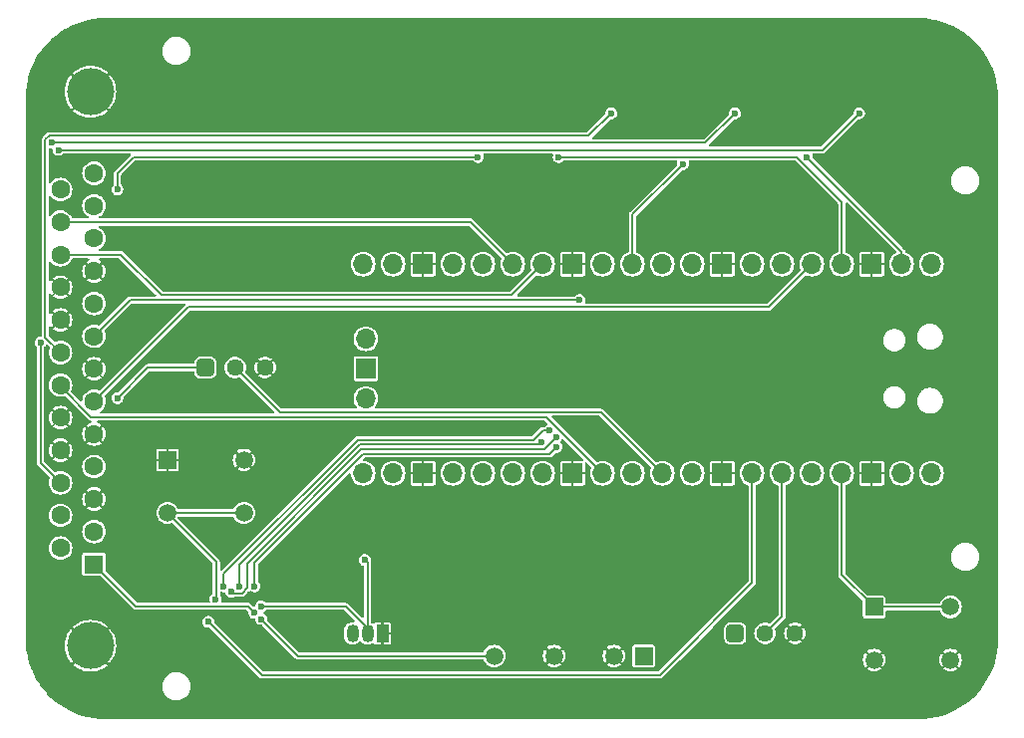
<source format=gbr>
%TF.GenerationSoftware,KiCad,Pcbnew,8.0.4*%
%TF.CreationDate,2025-01-16T17:17:22-06:00*%
%TF.ProjectId,KiCad-Pi-Pico,4b694361-642d-4506-992d-5069636f2e6b,1.0*%
%TF.SameCoordinates,Original*%
%TF.FileFunction,Copper,L2,Bot*%
%TF.FilePolarity,Positive*%
%FSLAX46Y46*%
G04 Gerber Fmt 4.6, Leading zero omitted, Abs format (unit mm)*
G04 Created by KiCad (PCBNEW 8.0.4) date 2025-01-16 17:17:22*
%MOMM*%
%LPD*%
G01*
G04 APERTURE LIST*
G04 Aperture macros list*
%AMRoundRect*
0 Rectangle with rounded corners*
0 $1 Rounding radius*
0 $2 $3 $4 $5 $6 $7 $8 $9 X,Y pos of 4 corners*
0 Add a 4 corners polygon primitive as box body*
4,1,4,$2,$3,$4,$5,$6,$7,$8,$9,$2,$3,0*
0 Add four circle primitives for the rounded corners*
1,1,$1+$1,$2,$3*
1,1,$1+$1,$4,$5*
1,1,$1+$1,$6,$7*
1,1,$1+$1,$8,$9*
0 Add four rect primitives between the rounded corners*
20,1,$1+$1,$2,$3,$4,$5,0*
20,1,$1+$1,$4,$5,$6,$7,0*
20,1,$1+$1,$6,$7,$8,$9,0*
20,1,$1+$1,$8,$9,$2,$3,0*%
G04 Aperture macros list end*
%TA.AperFunction,ComponentPad*%
%ADD10R,1.500000X1.500000*%
%TD*%
%TA.AperFunction,ComponentPad*%
%ADD11C,1.500000*%
%TD*%
%TA.AperFunction,ComponentPad*%
%ADD12O,1.700000X1.700000*%
%TD*%
%TA.AperFunction,ComponentPad*%
%ADD13R,1.700000X1.700000*%
%TD*%
%TA.AperFunction,ComponentPad*%
%ADD14RoundRect,0.250000X0.470000X-0.470000X0.470000X0.470000X-0.470000X0.470000X-0.470000X-0.470000X0*%
%TD*%
%TA.AperFunction,ComponentPad*%
%ADD15C,1.440000*%
%TD*%
%TA.AperFunction,ComponentPad*%
%ADD16R,1.498600X1.498600*%
%TD*%
%TA.AperFunction,ComponentPad*%
%ADD17C,1.498600*%
%TD*%
%TA.AperFunction,ComponentPad*%
%ADD18R,1.016000X1.524000*%
%TD*%
%TA.AperFunction,ComponentPad*%
%ADD19O,1.016000X1.524000*%
%TD*%
%TA.AperFunction,ComponentPad*%
%ADD20C,4.000000*%
%TD*%
%TA.AperFunction,ComponentPad*%
%ADD21R,1.600000X1.600000*%
%TD*%
%TA.AperFunction,ComponentPad*%
%ADD22C,1.600000*%
%TD*%
%TA.AperFunction,ViaPad*%
%ADD23C,0.600000*%
%TD*%
%TA.AperFunction,Conductor*%
%ADD24C,0.200000*%
%TD*%
G04 APERTURE END LIST*
D10*
%TO.P,U4,1,+VIN*%
%TO.N,+5V*%
X149687500Y-124420000D03*
D11*
%TO.P,U4,2,-VIN*%
%TO.N,GND*%
X147147500Y-124420000D03*
%TO.P,U4,4,-VOUT*%
X142067500Y-124420000D03*
%TO.P,U4,6,+VOUT*%
%TO.N,+12V*%
X136987500Y-124420000D03*
%TD*%
D12*
%TO.P,U1,1,GP0*%
%TO.N,Net-(Q1-G)*%
X174130000Y-91110000D03*
%TO.P,U1,2,GP1*%
%TO.N,Net-(Q2-G)*%
X171590000Y-91110000D03*
D13*
%TO.P,U1,3,GND*%
%TO.N,GND*%
X169050000Y-91110000D03*
D12*
%TO.P,U1,4,GP2*%
%TO.N,Net-(Q4-G)*%
X166510000Y-91110000D03*
%TO.P,U1,5,GP3*%
%TO.N,Net-(U1-GP3)*%
X163970000Y-91110000D03*
%TO.P,U1,6,GP4*%
%TO.N,Net-(U1-GP4)*%
X161430000Y-91110000D03*
%TO.P,U1,7,GP5*%
%TO.N,Net-(U1-GP5)*%
X158890000Y-91110000D03*
D13*
%TO.P,U1,8,GND*%
%TO.N,GND*%
X156350000Y-91110000D03*
D12*
%TO.P,U1,9,GP6*%
%TO.N,Net-(U1-GP6)*%
X153810000Y-91110000D03*
%TO.P,U1,10,GP7*%
%TO.N,Net-(U1-GP7)*%
X151270000Y-91110000D03*
%TO.P,U1,11,GP8*%
%TO.N,Net-(Q3-G)*%
X148730000Y-91110000D03*
%TO.P,U1,12,GP9*%
%TO.N,Net-(U1-GP9)*%
X146190000Y-91110000D03*
D13*
%TO.P,U1,13,GND*%
%TO.N,GND*%
X143650000Y-91110000D03*
D12*
%TO.P,U1,14,GP10*%
%TO.N,Net-(J1-P23)*%
X141110000Y-91110000D03*
%TO.P,U1,15,GP11*%
%TO.N,Net-(J1-P24)*%
X138570000Y-91110000D03*
%TO.P,U1,16,GP12*%
%TO.N,unconnected-(U1-GP12-Pad16)_1*%
X136030000Y-91110000D03*
%TO.P,U1,17,GP13*%
%TO.N,unconnected-(U1-GP13-Pad17)*%
X133490000Y-91110000D03*
D13*
%TO.P,U1,18,GND*%
%TO.N,GND*%
X130950000Y-91110000D03*
D12*
%TO.P,U1,19,GP14*%
%TO.N,unconnected-(U1-GP14-Pad19)_1*%
X128410000Y-91110000D03*
%TO.P,U1,20,GP15*%
%TO.N,unconnected-(U1-GP15-Pad20)_1*%
X125870000Y-91110000D03*
%TO.P,U1,21,GP16*%
%TO.N,unconnected-(U1-GP16-Pad21)_1*%
X125870000Y-108890000D03*
%TO.P,U1,22,GP17*%
%TO.N,unconnected-(U1-GP17-Pad22)*%
X128410000Y-108890000D03*
D13*
%TO.P,U1,23,GND*%
%TO.N,GND*%
X130950000Y-108890000D03*
D12*
%TO.P,U1,24,GP18*%
%TO.N,unconnected-(U1-GP18-Pad24)*%
X133490000Y-108890000D03*
%TO.P,U1,25,GP19*%
%TO.N,unconnected-(U1-GP19-Pad25)*%
X136030000Y-108890000D03*
%TO.P,U1,26,GP20*%
%TO.N,unconnected-(U1-GP20-Pad26)_1*%
X138570000Y-108890000D03*
%TO.P,U1,27,GP21*%
%TO.N,unconnected-(U1-GP21-Pad27)_1*%
X141110000Y-108890000D03*
D13*
%TO.P,U1,28,GND*%
%TO.N,GND*%
X143650000Y-108890000D03*
D12*
%TO.P,U1,29,GP22*%
%TO.N,Net-(J1-P19)*%
X146190000Y-108890000D03*
%TO.P,U1,30,~{RUN}*%
%TO.N,unconnected-(U1-~{RUN}-Pad30)_1*%
X148730000Y-108890000D03*
%TO.P,U1,31,GP26*%
%TO.N,Net-(U1-GP26)*%
X151270000Y-108890000D03*
%TO.P,U1,32,GP27*%
%TO.N,unconnected-(U1-GP27-Pad32)*%
X153810000Y-108890000D03*
D13*
%TO.P,U1,33,AGND*%
%TO.N,GND*%
X156350000Y-108890000D03*
D12*
%TO.P,U1,34,GP28*%
%TO.N,Net-(U1-GP28)*%
X158890000Y-108890000D03*
%TO.P,U1,35,ADC_VREF*%
%TO.N,+3.3VADC*%
X161430000Y-108890000D03*
%TO.P,U1,36,3V3_OUT*%
%TO.N,+3.3V*%
X163970000Y-108890000D03*
%TO.P,U1,37,3V3_EN*%
%TO.N,Net-(U1-3V3_EN)*%
X166510000Y-108890000D03*
D13*
%TO.P,U1,38,GND*%
%TO.N,GND*%
X169050000Y-108890000D03*
D12*
%TO.P,U1,39,VSYS*%
%TO.N,+5V*%
X171590000Y-108890000D03*
%TO.P,U1,40,VBUS*%
X174130000Y-108890000D03*
%TO.P,U1,41*%
%TO.N,N/C*%
X126100000Y-97460000D03*
D13*
%TO.P,U1,42*%
X126100000Y-100000000D03*
D12*
%TO.P,U1,43*%
X126100000Y-102540000D03*
%TD*%
D14*
%TO.P,RV1,1,1*%
%TO.N,+5V*%
X157460000Y-122500000D03*
D15*
%TO.P,RV1,2,2*%
%TO.N,+3.3VADC*%
X160000000Y-122500000D03*
%TO.P,RV1,3,3*%
%TO.N,GND*%
X162540000Y-122500000D03*
%TD*%
D16*
%TO.P,SW1,1,1*%
%TO.N,Net-(U1-3V3_EN)*%
X169249999Y-120260599D03*
D17*
%TO.P,SW1,2,2*%
X175750000Y-120260599D03*
%TO.P,SW1,3,3*%
%TO.N,GND*%
X169249999Y-124760600D03*
%TO.P,SW1,4,4*%
X175750000Y-124760600D03*
%TD*%
D18*
%TO.P,U5,1,ANODE*%
%TO.N,GND*%
X127500000Y-122500000D03*
D19*
%TO.P,U5,2,CATHODE*%
%TO.N,+2V5REF*%
X126230000Y-122500000D03*
%TO.P,U5,3,NC*%
%TO.N,unconnected-(U5-NC-Pad3)*%
X124960000Y-122500000D03*
%TD*%
D14*
%TO.P,RV2,1,1*%
%TO.N,Net-(J1-P14)*%
X112460000Y-99897500D03*
D15*
%TO.P,RV2,2,2*%
%TO.N,Net-(U1-GP26)*%
X115000000Y-99897500D03*
%TO.P,RV2,3,3*%
%TO.N,GND*%
X117540000Y-99897500D03*
%TD*%
D16*
%TO.P,SW2,1,1*%
%TO.N,GND*%
X109249999Y-107760599D03*
D17*
%TO.P,SW2,2,2*%
X115750000Y-107760599D03*
%TO.P,SW2,3,3*%
%TO.N,Net-(U2-~{RESET})*%
X109249999Y-112260600D03*
%TO.P,SW2,4,4*%
X115750000Y-112260600D03*
%TD*%
D20*
%TO.P,J1,0,PAD*%
%TO.N,GND*%
X102705331Y-123555000D03*
X102705331Y-76455000D03*
D21*
%TO.P,J1,1,1*%
%TO.N,Net-(U2-VOUT)*%
X103005331Y-116625000D03*
D22*
%TO.P,J1,2,2*%
%TO.N,unconnected-(J1-Pad2)*%
X103005331Y-113855000D03*
%TO.P,J1,3,3*%
%TO.N,GND*%
X103005331Y-111085000D03*
%TO.P,J1,4,4*%
%TO.N,unconnected-(J1-Pad4)*%
X103005331Y-108315000D03*
%TO.P,J1,5,5*%
%TO.N,GND*%
X103005331Y-105545000D03*
%TO.P,J1,6,6*%
%TO.N,Net-(U1-GP3)*%
X103005331Y-102775000D03*
%TO.P,J1,7,7*%
%TO.N,GND*%
X103005331Y-100005000D03*
%TO.P,J1,8,8*%
%TO.N,Net-(U1-GP9)*%
X103005331Y-97235000D03*
%TO.P,J1,9,9*%
%TO.N,Net-(Q4-D)*%
X103005331Y-94465000D03*
%TO.P,J1,10,10*%
%TO.N,GND*%
X103005331Y-91695000D03*
%TO.P,J1,11,11*%
%TO.N,unconnected-(J1-Pad11)*%
X103005331Y-88925000D03*
%TO.P,J1,12,12*%
%TO.N,unconnected-(J1-Pad12)*%
X103005331Y-86155000D03*
%TO.P,J1,13,13*%
%TO.N,unconnected-(J1-Pad13)*%
X103005331Y-83385000D03*
%TO.P,J1,14,P14*%
%TO.N,Net-(J1-P14)*%
X100165331Y-115240000D03*
%TO.P,J1,15,P15*%
%TO.N,Net-(J1-P15)*%
X100165331Y-112470000D03*
%TO.P,J1,16,P16*%
%TO.N,Net-(J1-P16)*%
X100165331Y-109700000D03*
%TO.P,J1,17,P17*%
%TO.N,GND*%
X100165331Y-106930000D03*
%TO.P,J1,18,P18*%
X100165331Y-104160000D03*
%TO.P,J1,19,P19*%
%TO.N,Net-(J1-P19)*%
X100165331Y-101390000D03*
%TO.P,J1,20,P20*%
%TO.N,Net-(J1-P20)*%
X100165331Y-98620000D03*
%TO.P,J1,21,P21*%
%TO.N,GND*%
X100165331Y-95850000D03*
%TO.P,J1,22,P22*%
X100165331Y-93080000D03*
%TO.P,J1,23,P23*%
%TO.N,Net-(J1-P23)*%
X100165331Y-90310000D03*
%TO.P,J1,24,P24*%
%TO.N,Net-(J1-P24)*%
X100165331Y-87540000D03*
%TO.P,J1,25,P25*%
%TO.N,unconnected-(J1-P25-Pad25)*%
X100165331Y-84770000D03*
%TD*%
D23*
%TO.N,Net-(U2-~{RESET})*%
X113329151Y-119600000D03*
%TO.N,Net-(Q4-D)*%
X105000000Y-84750000D03*
X135625000Y-82000000D03*
%TO.N,Net-(U1-GP9)*%
X144250000Y-94150000D03*
%TO.N,Net-(J1-P15)*%
X99999953Y-81400000D03*
X167975000Y-78300000D03*
%TO.N,Net-(U2-VOUT)*%
X116625000Y-120750000D03*
%TO.N,Net-(J1-P14)*%
X105000000Y-102500000D03*
%TO.N,Net-(J1-P16)*%
X98465331Y-97775000D03*
X99470803Y-80800000D03*
X157425000Y-78300000D03*
%TO.N,Net-(J1-P20)*%
X146925000Y-78300000D03*
%TO.N,Net-(Q2-G)*%
X163525000Y-82000000D03*
%TO.N,Net-(Q3-G)*%
X153025000Y-82600000D03*
%TO.N,Net-(Q4-G)*%
X142475000Y-82000000D03*
%TO.N,+2V5REF*%
X117212844Y-120207374D03*
X126000000Y-116250000D03*
%TO.N,Net-(U1-GP5)*%
X114674999Y-118966372D03*
X142271598Y-105820128D03*
%TO.N,Net-(U1-GP4)*%
X116625000Y-118500000D03*
X142297945Y-106642311D03*
%TO.N,Net-(U1-GP7)*%
X115325000Y-118500000D03*
X140996598Y-106246598D03*
%TO.N,Net-(U1-GP6)*%
X141705911Y-105254441D03*
X114025000Y-118500000D03*
%TO.N,GND*%
X153020000Y-75700000D03*
X174030000Y-75800000D03*
X116296861Y-119229609D03*
X163530000Y-75800000D03*
X112800000Y-119000000D03*
X142480000Y-75800000D03*
X115975000Y-121250000D03*
%TO.N,+12V*%
X117225000Y-121283437D03*
%TO.N,Net-(U1-GP28)*%
X112725000Y-121500000D03*
%TD*%
D24*
%TO.N,Net-(U2-~{RESET})*%
X109249999Y-112260600D02*
X115750000Y-112260600D01*
X113400000Y-119529151D02*
X113400000Y-116410601D01*
X113400000Y-116410601D02*
X109249999Y-112260600D01*
X113329151Y-119600000D02*
X113400000Y-119529151D01*
%TO.N,Net-(Q4-D)*%
X135625000Y-82000000D02*
X106400000Y-82000000D01*
X105000000Y-83400000D02*
X105000000Y-84750000D01*
X106400000Y-82000000D02*
X105000000Y-83400000D01*
%TO.N,Net-(U1-GP9)*%
X144250000Y-94150000D02*
X106090331Y-94150000D01*
X106090331Y-94150000D02*
X103005331Y-97235000D01*
%TO.N,Net-(J1-P19)*%
X141400000Y-104100000D02*
X102774696Y-104100000D01*
X146190000Y-108890000D02*
X141400000Y-104100000D01*
X102774696Y-104100000D02*
X100165331Y-101490635D01*
%TO.N,Net-(U1-GP3)*%
X160330000Y-94750000D02*
X163970000Y-91110000D01*
X111030331Y-94750000D02*
X160330000Y-94750000D01*
X103005331Y-102775000D02*
X111030331Y-94750000D01*
%TO.N,Net-(J1-P15)*%
X164875000Y-81400000D02*
X167975000Y-78300000D01*
X99999953Y-81400000D02*
X164875000Y-81400000D01*
%TO.N,Net-(U2-VOUT)*%
X116075000Y-120200000D02*
X116625000Y-120750000D01*
X106580331Y-120200000D02*
X116075000Y-120200000D01*
X103005331Y-116625000D02*
X106580331Y-120200000D01*
%TO.N,Net-(J1-P14)*%
X112460000Y-99897500D02*
X107602500Y-99897500D01*
X107602500Y-99897500D02*
X105000000Y-102500000D01*
%TO.N,Net-(J1-P16)*%
X98465331Y-97775000D02*
X98465331Y-108000000D01*
X154925000Y-80800000D02*
X157425000Y-78300000D01*
X99470803Y-80800000D02*
X154925000Y-80800000D01*
X98465331Y-108000000D02*
X100165331Y-109700000D01*
%TO.N,Net-(J1-P23)*%
X100165331Y-90310000D02*
X105310000Y-90310000D01*
X138470000Y-93750000D02*
X141110000Y-91110000D01*
X105310000Y-90310000D02*
X108750000Y-93750000D01*
X108750000Y-93750000D02*
X138470000Y-93750000D01*
%TO.N,Net-(J1-P24)*%
X135000000Y-87540000D02*
X138570000Y-91110000D01*
X100165331Y-87540000D02*
X135000000Y-87540000D01*
%TO.N,Net-(J1-P20)*%
X99222274Y-80200000D02*
X98870803Y-80551471D01*
X146925000Y-78300000D02*
X145025000Y-80200000D01*
X98870803Y-97325472D02*
X100165331Y-98620000D01*
X145025000Y-80200000D02*
X99222274Y-80200000D01*
X98870803Y-80551471D02*
X98870803Y-97325472D01*
%TO.N,Net-(Q2-G)*%
X171590000Y-91110000D02*
X171590000Y-90065000D01*
X171590000Y-90065000D02*
X163525000Y-82000000D01*
%TO.N,Net-(Q3-G)*%
X148730000Y-86895000D02*
X148730000Y-91110000D01*
X153025000Y-82600000D02*
X148730000Y-86895000D01*
%TO.N,Net-(Q4-G)*%
X166510000Y-85835000D02*
X162675000Y-82000000D01*
X162675000Y-82000000D02*
X142475000Y-82000000D01*
X166510000Y-91110000D02*
X166510000Y-85835000D01*
%TO.N,+2V5REF*%
X126230000Y-122500000D02*
X126230000Y-116480000D01*
X117212844Y-120207374D02*
X124391374Y-120207374D01*
X124391374Y-120207374D02*
X126230000Y-122046000D01*
X126230000Y-116480000D02*
X126000000Y-116250000D01*
%TO.N,+3.3VADC*%
X161430000Y-121070000D02*
X160000000Y-122500000D01*
X161430000Y-108890000D02*
X161430000Y-121070000D01*
%TO.N,Net-(U1-GP26)*%
X118802500Y-103700000D02*
X146080000Y-103700000D01*
X115000000Y-99897500D02*
X118802500Y-103700000D01*
X146080000Y-103700000D02*
X151270000Y-108890000D01*
%TO.N,Net-(U1-3V3_EN)*%
X166510000Y-117520600D02*
X169249999Y-120260599D01*
X175750000Y-120260599D02*
X169249999Y-120260599D01*
X166510000Y-108890000D02*
X166510000Y-117520600D01*
%TO.N,Net-(U1-GP5)*%
X116025000Y-116542968D02*
X125717968Y-106850000D01*
X141241726Y-106850000D02*
X142271598Y-105820128D01*
X125717968Y-106850000D02*
X141241726Y-106850000D01*
X115575000Y-119100000D02*
X116025000Y-118650000D01*
X114674999Y-118966372D02*
X114808627Y-119100000D01*
X116025000Y-118650000D02*
X116025000Y-116542968D01*
X114808627Y-119100000D02*
X115575000Y-119100000D01*
%TO.N,Net-(U1-GP4)*%
X142297945Y-106642311D02*
X141690256Y-107250000D01*
X141690256Y-107250000D02*
X125883654Y-107250000D01*
X116625000Y-116508654D02*
X116625000Y-118500000D01*
X125883654Y-107250000D02*
X116625000Y-116508654D01*
%TO.N,Net-(U1-GP7)*%
X115325000Y-118500000D02*
X115325000Y-116677283D01*
X140793196Y-106450000D02*
X140996598Y-106246598D01*
X115325000Y-116677283D02*
X125552282Y-106450000D01*
X125552282Y-106450000D02*
X140793196Y-106450000D01*
%TO.N,Net-(U1-GP6)*%
X125386596Y-106050000D02*
X114025000Y-117411596D01*
X141140226Y-105254441D02*
X140344667Y-106050000D01*
X141705911Y-105254441D02*
X141140226Y-105254441D01*
X140344667Y-106050000D02*
X125386596Y-106050000D01*
X114025000Y-117411596D02*
X114025000Y-118500000D01*
%TO.N,+12V*%
X117225000Y-121283437D02*
X117233437Y-121283437D01*
X120370000Y-124420000D02*
X136987500Y-124420000D01*
X117233437Y-121283437D02*
X120370000Y-124420000D01*
%TO.N,Net-(U1-GP28)*%
X112725000Y-121500000D02*
X117275000Y-126050000D01*
X117275000Y-126050000D02*
X151050000Y-126050000D01*
X151050000Y-126050000D02*
X158890000Y-118210000D01*
X158890000Y-118210000D02*
X158890000Y-108890000D01*
%TD*%
%TA.AperFunction,Conductor*%
%TO.N,GND*%
G36*
X173001844Y-70200569D02*
G01*
X173504431Y-70219374D01*
X173511794Y-70219926D01*
X174004742Y-70275468D01*
X174009739Y-70276031D01*
X174017059Y-70277135D01*
X174263222Y-70323711D01*
X174509388Y-70370288D01*
X174516600Y-70371934D01*
X175000620Y-70501627D01*
X175007689Y-70503808D01*
X175480638Y-70669300D01*
X175487524Y-70672002D01*
X175946800Y-70872382D01*
X175953471Y-70875595D01*
X176396471Y-71109727D01*
X176402882Y-71113428D01*
X176827163Y-71380021D01*
X176833279Y-71384191D01*
X177236446Y-71681743D01*
X177242222Y-71686349D01*
X177606436Y-71999780D01*
X177622016Y-72013188D01*
X177627444Y-72018223D01*
X177981776Y-72372555D01*
X177986811Y-72377983D01*
X178313645Y-72757771D01*
X178318261Y-72763559D01*
X178615807Y-73166719D01*
X178619978Y-73172836D01*
X178886571Y-73597117D01*
X178890272Y-73603528D01*
X179124404Y-74046528D01*
X179127617Y-74053199D01*
X179327997Y-74512475D01*
X179330701Y-74519366D01*
X179496190Y-74992307D01*
X179498373Y-74999382D01*
X179628064Y-75483396D01*
X179629711Y-75490614D01*
X179722864Y-75982940D01*
X179723968Y-75990260D01*
X179780072Y-76488194D01*
X179780625Y-76495577D01*
X179799431Y-76998155D01*
X179799500Y-77001857D01*
X179799500Y-122998142D01*
X179799431Y-123001844D01*
X179780625Y-123504422D01*
X179780072Y-123511805D01*
X179723968Y-124009739D01*
X179722864Y-124017059D01*
X179629711Y-124509385D01*
X179628064Y-124516603D01*
X179498373Y-125000617D01*
X179496190Y-125007692D01*
X179330701Y-125480633D01*
X179327997Y-125487524D01*
X179127617Y-125946800D01*
X179124404Y-125953471D01*
X178890272Y-126396471D01*
X178886571Y-126402882D01*
X178619978Y-126827163D01*
X178615807Y-126833280D01*
X178318261Y-127236440D01*
X178313645Y-127242228D01*
X177986811Y-127622016D01*
X177981776Y-127627444D01*
X177627444Y-127981776D01*
X177622016Y-127986811D01*
X177242228Y-128313645D01*
X177236440Y-128318261D01*
X176833280Y-128615807D01*
X176827163Y-128619978D01*
X176402882Y-128886571D01*
X176396471Y-128890272D01*
X175953471Y-129124404D01*
X175946800Y-129127617D01*
X175487524Y-129327997D01*
X175480633Y-129330701D01*
X175007692Y-129496190D01*
X175000617Y-129498373D01*
X174516603Y-129628064D01*
X174509385Y-129629711D01*
X174017059Y-129722864D01*
X174009739Y-129723968D01*
X173511805Y-129780072D01*
X173504422Y-129780625D01*
X173001844Y-129799431D01*
X172998142Y-129799500D01*
X104001858Y-129799500D01*
X103998156Y-129799431D01*
X103495577Y-129780625D01*
X103488194Y-129780072D01*
X102990260Y-129723968D01*
X102982940Y-129722864D01*
X102490614Y-129629711D01*
X102483396Y-129628064D01*
X101999382Y-129498373D01*
X101992307Y-129496190D01*
X101519366Y-129330701D01*
X101512475Y-129327997D01*
X101053199Y-129127617D01*
X101046528Y-129124404D01*
X100603528Y-128890272D01*
X100597117Y-128886571D01*
X100172836Y-128619978D01*
X100166719Y-128615807D01*
X99763559Y-128318261D01*
X99757771Y-128313645D01*
X99377983Y-127986811D01*
X99372555Y-127981776D01*
X99018223Y-127627444D01*
X99013188Y-127622016D01*
X98719822Y-127281118D01*
X98686349Y-127242222D01*
X98681738Y-127236440D01*
X98576967Y-127094481D01*
X98437504Y-126905515D01*
X108799500Y-126905515D01*
X108799500Y-127094484D01*
X108829058Y-127281113D01*
X108887453Y-127460832D01*
X108972345Y-127627444D01*
X108973240Y-127629199D01*
X109084310Y-127782073D01*
X109217927Y-127915690D01*
X109370801Y-128026760D01*
X109539168Y-128112547D01*
X109718882Y-128170940D01*
X109718883Y-128170940D01*
X109718886Y-128170941D01*
X109905516Y-128200500D01*
X109905519Y-128200500D01*
X110094484Y-128200500D01*
X110281113Y-128170941D01*
X110281114Y-128170940D01*
X110281118Y-128170940D01*
X110460832Y-128112547D01*
X110629199Y-128026760D01*
X110782073Y-127915690D01*
X110915690Y-127782073D01*
X111026760Y-127629199D01*
X111112547Y-127460832D01*
X111170940Y-127281118D01*
X111170941Y-127281113D01*
X111200500Y-127094484D01*
X111200500Y-126905515D01*
X111170941Y-126718886D01*
X111170940Y-126718882D01*
X111112547Y-126539168D01*
X111026760Y-126370801D01*
X110915690Y-126217927D01*
X110782073Y-126084310D01*
X110629199Y-125973240D01*
X110629198Y-125973239D01*
X110629196Y-125973238D01*
X110460832Y-125887453D01*
X110281113Y-125829058D01*
X110094484Y-125799500D01*
X110094481Y-125799500D01*
X109905519Y-125799500D01*
X109905516Y-125799500D01*
X109718886Y-125829058D01*
X109539167Y-125887453D01*
X109370803Y-125973238D01*
X109217928Y-126084309D01*
X109084309Y-126217928D01*
X108973238Y-126370803D01*
X108887453Y-126539167D01*
X108829058Y-126718886D01*
X108799500Y-126905515D01*
X98437504Y-126905515D01*
X98384191Y-126833279D01*
X98380021Y-126827163D01*
X98113428Y-126402882D01*
X98109727Y-126396471D01*
X97875595Y-125953471D01*
X97872382Y-125946800D01*
X97790760Y-125759720D01*
X97672000Y-125487520D01*
X97669298Y-125480633D01*
X97632194Y-125374597D01*
X97503808Y-125007689D01*
X97501626Y-125000617D01*
X97488155Y-124950344D01*
X97371934Y-124516600D01*
X97370288Y-124509385D01*
X97363339Y-124472661D01*
X97292813Y-124099920D01*
X97277135Y-124017059D01*
X97276031Y-124009739D01*
X97271268Y-123967463D01*
X97224794Y-123554999D01*
X100500611Y-123554999D01*
X100500611Y-123555000D01*
X100519472Y-123842771D01*
X100575737Y-124125631D01*
X100668437Y-124398716D01*
X100795987Y-124657360D01*
X100956206Y-124897143D01*
X100956210Y-124897148D01*
X101080282Y-125038625D01*
X101503248Y-124615659D01*
X101644670Y-124757081D01*
X101221704Y-125180047D01*
X101363182Y-125304120D01*
X101363187Y-125304124D01*
X101602970Y-125464343D01*
X101861614Y-125591893D01*
X102134699Y-125684593D01*
X102417559Y-125740858D01*
X102705331Y-125759720D01*
X102993102Y-125740858D01*
X103275962Y-125684593D01*
X103549047Y-125591893D01*
X103807691Y-125464343D01*
X104047474Y-125304124D01*
X104047479Y-125304121D01*
X104188956Y-125180047D01*
X103765991Y-124757082D01*
X103907413Y-124615660D01*
X104330378Y-125038625D01*
X104454452Y-124897148D01*
X104454455Y-124897143D01*
X104614674Y-124657360D01*
X104742224Y-124398716D01*
X104834924Y-124125631D01*
X104891189Y-123842771D01*
X104910051Y-123555000D01*
X104910051Y-123554999D01*
X104891189Y-123267228D01*
X104834924Y-122984368D01*
X104742224Y-122711283D01*
X104614674Y-122452639D01*
X104454455Y-122212856D01*
X104454451Y-122212851D01*
X104330378Y-122071373D01*
X103907412Y-122494339D01*
X103765990Y-122352917D01*
X104188956Y-121929951D01*
X104047479Y-121805879D01*
X104047474Y-121805875D01*
X103807691Y-121645656D01*
X103549047Y-121518106D01*
X103495700Y-121499997D01*
X112219353Y-121499997D01*
X112219353Y-121500002D01*
X112239834Y-121642456D01*
X112285929Y-121743387D01*
X112299623Y-121773373D01*
X112337528Y-121817118D01*
X112393873Y-121882144D01*
X112509205Y-121956263D01*
X112514947Y-121959953D01*
X112621403Y-121991211D01*
X112653035Y-122000499D01*
X112653036Y-122000499D01*
X112653039Y-122000500D01*
X112653041Y-122000500D01*
X112759521Y-122000500D01*
X112817712Y-122019407D01*
X112829525Y-122029496D01*
X117090489Y-126290460D01*
X117090491Y-126290461D01*
X117090492Y-126290462D01*
X117090493Y-126290463D01*
X117159008Y-126330020D01*
X117159006Y-126330020D01*
X117159010Y-126330021D01*
X117159012Y-126330022D01*
X117235438Y-126350500D01*
X117235440Y-126350500D01*
X151089563Y-126350500D01*
X151089563Y-126350499D01*
X151165989Y-126330021D01*
X151234511Y-126290460D01*
X151290460Y-126234511D01*
X152764375Y-124760596D01*
X168296106Y-124760596D01*
X168296106Y-124760603D01*
X168314433Y-124946690D01*
X168314434Y-124946695D01*
X168368717Y-125125639D01*
X168368719Y-125125644D01*
X168456861Y-125290548D01*
X168456865Y-125290554D01*
X168511747Y-125357427D01*
X168835649Y-125033524D01*
X168853660Y-125064721D01*
X168945878Y-125156939D01*
X168977071Y-125174948D01*
X168653170Y-125498850D01*
X168653169Y-125498850D01*
X168720044Y-125553733D01*
X168720050Y-125553737D01*
X168884954Y-125641879D01*
X168884959Y-125641881D01*
X169063903Y-125696164D01*
X169063908Y-125696165D01*
X169249996Y-125714493D01*
X169250002Y-125714493D01*
X169436089Y-125696165D01*
X169436094Y-125696164D01*
X169615038Y-125641881D01*
X169615043Y-125641879D01*
X169779948Y-125553735D01*
X169779959Y-125553728D01*
X169846826Y-125498850D01*
X169522925Y-125174949D01*
X169554120Y-125156939D01*
X169646338Y-125064721D01*
X169664348Y-125033526D01*
X169988249Y-125357427D01*
X170043127Y-125290560D01*
X170043134Y-125290549D01*
X170131278Y-125125644D01*
X170131280Y-125125639D01*
X170185563Y-124946695D01*
X170185564Y-124946690D01*
X170203892Y-124760603D01*
X170203892Y-124760596D01*
X174796107Y-124760596D01*
X174796107Y-124760603D01*
X174814434Y-124946690D01*
X174814435Y-124946695D01*
X174868718Y-125125639D01*
X174868720Y-125125644D01*
X174956862Y-125290548D01*
X174956866Y-125290554D01*
X175011748Y-125357427D01*
X175335650Y-125033524D01*
X175353661Y-125064721D01*
X175445879Y-125156939D01*
X175477072Y-125174948D01*
X175153171Y-125498850D01*
X175153170Y-125498850D01*
X175220045Y-125553733D01*
X175220051Y-125553737D01*
X175384955Y-125641879D01*
X175384960Y-125641881D01*
X175563904Y-125696164D01*
X175563909Y-125696165D01*
X175749997Y-125714493D01*
X175750003Y-125714493D01*
X175936090Y-125696165D01*
X175936095Y-125696164D01*
X176115039Y-125641881D01*
X176115044Y-125641879D01*
X176279949Y-125553735D01*
X176279960Y-125553728D01*
X176346827Y-125498850D01*
X176022926Y-125174949D01*
X176054121Y-125156939D01*
X176146339Y-125064721D01*
X176164349Y-125033526D01*
X176488250Y-125357427D01*
X176543128Y-125290560D01*
X176543135Y-125290549D01*
X176631279Y-125125644D01*
X176631281Y-125125639D01*
X176685564Y-124946695D01*
X176685565Y-124946690D01*
X176703893Y-124760603D01*
X176703893Y-124760596D01*
X176685565Y-124574509D01*
X176685564Y-124574504D01*
X176631281Y-124395560D01*
X176631279Y-124395555D01*
X176543137Y-124230651D01*
X176543133Y-124230645D01*
X176488250Y-124163771D01*
X176164348Y-124487672D01*
X176146339Y-124456479D01*
X176054121Y-124364261D01*
X176022924Y-124346250D01*
X176346827Y-124022348D01*
X176346828Y-124022348D01*
X176279954Y-123967466D01*
X176279948Y-123967462D01*
X176115044Y-123879320D01*
X176115039Y-123879318D01*
X175936095Y-123825035D01*
X175936090Y-123825034D01*
X175750003Y-123806707D01*
X175749997Y-123806707D01*
X175563909Y-123825034D01*
X175563904Y-123825035D01*
X175384960Y-123879318D01*
X175384955Y-123879320D01*
X175220051Y-123967463D01*
X175220041Y-123967469D01*
X175153171Y-124022348D01*
X175477073Y-124346250D01*
X175445879Y-124364261D01*
X175353661Y-124456479D01*
X175335650Y-124487673D01*
X175011748Y-124163771D01*
X174956869Y-124230641D01*
X174956863Y-124230651D01*
X174868720Y-124395555D01*
X174868718Y-124395560D01*
X174814435Y-124574504D01*
X174814434Y-124574509D01*
X174796107Y-124760596D01*
X170203892Y-124760596D01*
X170185564Y-124574509D01*
X170185563Y-124574504D01*
X170131280Y-124395560D01*
X170131278Y-124395555D01*
X170043136Y-124230651D01*
X170043132Y-124230645D01*
X169988249Y-124163771D01*
X169664347Y-124487672D01*
X169646338Y-124456479D01*
X169554120Y-124364261D01*
X169522923Y-124346250D01*
X169846826Y-124022348D01*
X169846827Y-124022348D01*
X169779953Y-123967466D01*
X169779947Y-123967462D01*
X169615043Y-123879320D01*
X169615038Y-123879318D01*
X169436094Y-123825035D01*
X169436089Y-123825034D01*
X169250002Y-123806707D01*
X169249996Y-123806707D01*
X169063908Y-123825034D01*
X169063903Y-123825035D01*
X168884959Y-123879318D01*
X168884954Y-123879320D01*
X168720050Y-123967463D01*
X168720040Y-123967469D01*
X168653170Y-124022348D01*
X168977072Y-124346250D01*
X168945878Y-124364261D01*
X168853660Y-124456479D01*
X168835649Y-124487673D01*
X168511747Y-124163771D01*
X168456868Y-124230641D01*
X168456862Y-124230651D01*
X168368719Y-124395555D01*
X168368717Y-124395560D01*
X168314434Y-124574504D01*
X168314433Y-124574509D01*
X168296106Y-124760596D01*
X152764375Y-124760596D01*
X155549246Y-121975725D01*
X156539500Y-121975725D01*
X156539500Y-123024274D01*
X156542353Y-123054694D01*
X156542355Y-123054703D01*
X156587207Y-123182883D01*
X156667845Y-123292144D01*
X156667847Y-123292146D01*
X156667850Y-123292150D01*
X156667853Y-123292152D01*
X156667855Y-123292154D01*
X156777116Y-123372792D01*
X156777117Y-123372792D01*
X156777118Y-123372793D01*
X156905301Y-123417646D01*
X156935725Y-123420499D01*
X156935727Y-123420500D01*
X156935734Y-123420500D01*
X157984273Y-123420500D01*
X157984273Y-123420499D01*
X158014699Y-123417646D01*
X158142882Y-123372793D01*
X158252150Y-123292150D01*
X158332793Y-123182882D01*
X158377646Y-123054699D01*
X158380499Y-123024273D01*
X158380500Y-123024273D01*
X158380500Y-122500000D01*
X159074430Y-122500000D01*
X159094645Y-122692333D01*
X159094657Y-122692442D01*
X159154448Y-122876458D01*
X159154454Y-122876472D01*
X159231315Y-123009597D01*
X159251198Y-123044036D01*
X159380673Y-123187833D01*
X159537215Y-123301567D01*
X159537219Y-123301569D01*
X159537221Y-123301570D01*
X159543416Y-123304328D01*
X159713983Y-123380269D01*
X159903252Y-123420500D01*
X159903254Y-123420500D01*
X160096746Y-123420500D01*
X160096748Y-123420500D01*
X160286017Y-123380269D01*
X160462785Y-123301567D01*
X160619327Y-123187833D01*
X160748802Y-123044036D01*
X160845550Y-122876463D01*
X160905344Y-122692437D01*
X160925570Y-122500000D01*
X161614932Y-122500000D01*
X161635147Y-122692333D01*
X161694910Y-122876263D01*
X161694912Y-122876268D01*
X161791602Y-123043737D01*
X161791606Y-123043743D01*
X161821562Y-123077013D01*
X162195414Y-122703161D01*
X162219920Y-122745606D01*
X162294394Y-122820080D01*
X162336836Y-122844583D01*
X161963263Y-123218157D01*
X161963263Y-123218158D01*
X162077461Y-123301129D01*
X162077468Y-123301133D01*
X162254135Y-123379790D01*
X162254141Y-123379792D01*
X162443307Y-123420000D01*
X162636693Y-123420000D01*
X162825858Y-123379792D01*
X162825864Y-123379790D01*
X163002531Y-123301133D01*
X163002537Y-123301129D01*
X163116735Y-123218158D01*
X163116735Y-123218157D01*
X162743162Y-122844584D01*
X162785606Y-122820080D01*
X162860080Y-122745606D01*
X162884584Y-122703161D01*
X163258436Y-123077013D01*
X163288393Y-123043743D01*
X163288401Y-123043733D01*
X163385087Y-122876268D01*
X163385089Y-122876263D01*
X163444852Y-122692333D01*
X163465067Y-122500000D01*
X163444852Y-122307666D01*
X163385089Y-122123736D01*
X163385087Y-122123731D01*
X163288397Y-121956262D01*
X163288393Y-121956256D01*
X163258436Y-121922985D01*
X162884584Y-122296836D01*
X162860080Y-122254394D01*
X162785606Y-122179920D01*
X162743160Y-122155414D01*
X163116734Y-121781841D01*
X163002530Y-121698866D01*
X163002527Y-121698864D01*
X162825864Y-121620209D01*
X162825858Y-121620207D01*
X162636693Y-121580000D01*
X162443307Y-121580000D01*
X162254141Y-121620207D01*
X162254135Y-121620209D01*
X162077472Y-121698864D01*
X162077464Y-121698869D01*
X161963263Y-121781840D01*
X162336838Y-122155415D01*
X162294394Y-122179920D01*
X162219920Y-122254394D01*
X162195415Y-122296838D01*
X161821562Y-121922985D01*
X161791602Y-121956259D01*
X161791600Y-121956263D01*
X161694912Y-122123731D01*
X161694910Y-122123736D01*
X161635147Y-122307666D01*
X161614932Y-122500000D01*
X160925570Y-122500000D01*
X160905344Y-122307563D01*
X160853477Y-122147936D01*
X160853477Y-122086753D01*
X160877626Y-122047343D01*
X161670460Y-121254511D01*
X161702644Y-121198766D01*
X161710021Y-121185989D01*
X161730500Y-121109562D01*
X161730500Y-109970037D01*
X161749407Y-109911846D01*
X161798907Y-109875882D01*
X161800739Y-109875307D01*
X161833954Y-109865232D01*
X162016450Y-109767685D01*
X162176410Y-109636410D01*
X162307685Y-109476450D01*
X162405232Y-109293954D01*
X162465300Y-109095934D01*
X162465301Y-109095929D01*
X162485583Y-108890003D01*
X162485583Y-108889996D01*
X162914417Y-108889996D01*
X162914417Y-108890003D01*
X162934698Y-109095929D01*
X162934699Y-109095934D01*
X162994768Y-109293954D01*
X163092316Y-109476452D01*
X163114820Y-109503873D01*
X163223590Y-109636410D01*
X163223595Y-109636414D01*
X163383547Y-109767683D01*
X163383548Y-109767683D01*
X163383550Y-109767685D01*
X163566046Y-109865232D01*
X163667911Y-109896132D01*
X163764065Y-109925300D01*
X163764070Y-109925301D01*
X163969997Y-109945583D01*
X163970000Y-109945583D01*
X163970003Y-109945583D01*
X164175929Y-109925301D01*
X164175934Y-109925300D01*
X164220286Y-109911846D01*
X164373954Y-109865232D01*
X164556450Y-109767685D01*
X164716410Y-109636410D01*
X164847685Y-109476450D01*
X164945232Y-109293954D01*
X165005300Y-109095934D01*
X165005301Y-109095929D01*
X165025583Y-108890003D01*
X165025583Y-108889996D01*
X165454417Y-108889996D01*
X165454417Y-108890003D01*
X165474698Y-109095929D01*
X165474699Y-109095934D01*
X165534768Y-109293954D01*
X165632316Y-109476452D01*
X165654820Y-109503873D01*
X165763590Y-109636410D01*
X165763595Y-109636414D01*
X165923547Y-109767683D01*
X165923548Y-109767683D01*
X165923550Y-109767685D01*
X166106046Y-109865232D01*
X166139237Y-109875300D01*
X166189434Y-109910284D01*
X166209481Y-109968092D01*
X166209500Y-109970037D01*
X166209500Y-117560164D01*
X166229978Y-117636586D01*
X166229979Y-117636589D01*
X166238908Y-117652054D01*
X166238908Y-117652056D01*
X166265435Y-117698001D01*
X166269540Y-117705111D01*
X168271204Y-119706775D01*
X168298980Y-119761290D01*
X168300199Y-119776777D01*
X168300199Y-121029645D01*
X168300200Y-121029657D01*
X168311831Y-121088126D01*
X168311833Y-121088132D01*
X168354192Y-121151525D01*
X168356147Y-121154451D01*
X168422468Y-121198766D01*
X168466930Y-121207610D01*
X168480940Y-121210397D01*
X168480945Y-121210397D01*
X168480951Y-121210399D01*
X168480952Y-121210399D01*
X170019046Y-121210399D01*
X170019047Y-121210399D01*
X170077530Y-121198766D01*
X170143851Y-121154451D01*
X170188166Y-121088130D01*
X170199799Y-121029647D01*
X170199799Y-120660099D01*
X170218706Y-120601908D01*
X170268206Y-120565944D01*
X170298799Y-120561099D01*
X174775291Y-120561099D01*
X174833482Y-120580006D01*
X174866758Y-120622220D01*
X174868254Y-120625833D01*
X174916626Y-120716331D01*
X174956449Y-120790833D01*
X175075140Y-120935459D01*
X175219766Y-121054150D01*
X175384768Y-121142346D01*
X175494642Y-121175676D01*
X175563806Y-121196657D01*
X175563812Y-121196658D01*
X175749997Y-121214995D01*
X175750000Y-121214995D01*
X175750003Y-121214995D01*
X175936187Y-121196658D01*
X175936193Y-121196657D01*
X175971357Y-121185990D01*
X176115232Y-121142346D01*
X176280234Y-121054150D01*
X176424860Y-120935459D01*
X176543551Y-120790833D01*
X176631747Y-120625831D01*
X176686058Y-120446792D01*
X176704396Y-120260599D01*
X176699154Y-120207374D01*
X176686059Y-120074411D01*
X176686058Y-120074405D01*
X176669582Y-120020094D01*
X176631747Y-119895367D01*
X176543551Y-119730365D01*
X176424860Y-119585739D01*
X176424854Y-119585734D01*
X176280233Y-119467047D01*
X176115232Y-119378852D01*
X175936193Y-119324540D01*
X175936187Y-119324539D01*
X175750003Y-119306203D01*
X175749997Y-119306203D01*
X175563812Y-119324539D01*
X175563806Y-119324540D01*
X175384767Y-119378852D01*
X175219766Y-119467047D01*
X175075145Y-119585734D01*
X175075135Y-119585744D01*
X174956448Y-119730365D01*
X174868254Y-119895364D01*
X174866758Y-119898978D01*
X174827024Y-119945507D01*
X174775291Y-119960099D01*
X170298799Y-119960099D01*
X170240608Y-119941192D01*
X170204644Y-119891692D01*
X170199799Y-119861099D01*
X170199799Y-119491552D01*
X170199797Y-119491540D01*
X170193034Y-119457543D01*
X170188166Y-119433068D01*
X170143851Y-119366747D01*
X170116567Y-119348516D01*
X170077532Y-119322433D01*
X170077530Y-119322432D01*
X170077527Y-119322431D01*
X170077526Y-119322431D01*
X170019057Y-119310800D01*
X170019047Y-119310799D01*
X170019046Y-119310799D01*
X168766178Y-119310799D01*
X168707987Y-119291892D01*
X168696174Y-119281803D01*
X166839496Y-117425125D01*
X166811719Y-117370608D01*
X166810500Y-117355121D01*
X166810500Y-115905515D01*
X175799500Y-115905515D01*
X175799500Y-116094484D01*
X175829058Y-116281113D01*
X175887453Y-116460832D01*
X175966484Y-116615941D01*
X175973240Y-116629199D01*
X176084310Y-116782073D01*
X176217927Y-116915690D01*
X176370801Y-117026760D01*
X176539168Y-117112547D01*
X176718882Y-117170940D01*
X176718883Y-117170940D01*
X176718886Y-117170941D01*
X176905516Y-117200500D01*
X176905519Y-117200500D01*
X177094484Y-117200500D01*
X177281113Y-117170941D01*
X177281114Y-117170940D01*
X177281118Y-117170940D01*
X177460832Y-117112547D01*
X177629199Y-117026760D01*
X177782073Y-116915690D01*
X177915690Y-116782073D01*
X178026760Y-116629199D01*
X178112547Y-116460832D01*
X178170940Y-116281118D01*
X178175869Y-116249997D01*
X178200500Y-116094484D01*
X178200500Y-115905515D01*
X178170941Y-115718886D01*
X178144053Y-115636133D01*
X178112547Y-115539168D01*
X178026760Y-115370801D01*
X177915690Y-115217927D01*
X177782073Y-115084310D01*
X177629199Y-114973240D01*
X177629198Y-114973239D01*
X177629196Y-114973238D01*
X177460832Y-114887453D01*
X177281113Y-114829058D01*
X177094484Y-114799500D01*
X177094481Y-114799500D01*
X176905519Y-114799500D01*
X176905516Y-114799500D01*
X176718886Y-114829058D01*
X176539167Y-114887453D01*
X176370803Y-114973238D01*
X176217928Y-115084309D01*
X176084309Y-115217928D01*
X175973238Y-115370803D01*
X175887453Y-115539167D01*
X175829058Y-115718886D01*
X175799500Y-115905515D01*
X166810500Y-115905515D01*
X166810500Y-109970037D01*
X166829407Y-109911846D01*
X166878907Y-109875882D01*
X166880739Y-109875307D01*
X166913954Y-109865232D01*
X167096450Y-109767685D01*
X167256410Y-109636410D01*
X167387685Y-109476450D01*
X167485232Y-109293954D01*
X167545300Y-109095934D01*
X167545301Y-109095929D01*
X167565583Y-108890003D01*
X167565583Y-108889996D01*
X167545301Y-108684070D01*
X167545300Y-108684065D01*
X167516139Y-108587935D01*
X167485232Y-108486046D01*
X167387685Y-108303550D01*
X167256410Y-108143590D01*
X167256404Y-108143585D01*
X167106179Y-108020299D01*
X168000000Y-108020299D01*
X168000000Y-108789999D01*
X168000001Y-108790000D01*
X168548804Y-108790000D01*
X168540000Y-108822857D01*
X168540000Y-108957143D01*
X168548804Y-108990000D01*
X168000001Y-108990000D01*
X168000000Y-108990001D01*
X168000000Y-109759700D01*
X168011603Y-109818036D01*
X168055806Y-109884189D01*
X168055810Y-109884193D01*
X168121963Y-109928396D01*
X168180299Y-109939999D01*
X168180303Y-109940000D01*
X168949999Y-109940000D01*
X168950000Y-109939999D01*
X168950000Y-109391196D01*
X168982857Y-109400000D01*
X169117143Y-109400000D01*
X169150000Y-109391196D01*
X169150000Y-109939999D01*
X169150001Y-109940000D01*
X169919697Y-109940000D01*
X169919700Y-109939999D01*
X169978036Y-109928396D01*
X170044189Y-109884193D01*
X170044193Y-109884189D01*
X170088396Y-109818036D01*
X170099999Y-109759700D01*
X170100000Y-109759697D01*
X170100000Y-108990001D01*
X170099999Y-108990000D01*
X169551196Y-108990000D01*
X169560000Y-108957143D01*
X169560000Y-108889996D01*
X170534417Y-108889996D01*
X170534417Y-108890003D01*
X170554698Y-109095929D01*
X170554699Y-109095934D01*
X170614768Y-109293954D01*
X170712316Y-109476452D01*
X170734820Y-109503873D01*
X170843590Y-109636410D01*
X170843595Y-109636414D01*
X171003547Y-109767683D01*
X171003548Y-109767683D01*
X171003550Y-109767685D01*
X171186046Y-109865232D01*
X171287911Y-109896132D01*
X171384065Y-109925300D01*
X171384070Y-109925301D01*
X171589997Y-109945583D01*
X171590000Y-109945583D01*
X171590003Y-109945583D01*
X171795929Y-109925301D01*
X171795934Y-109925300D01*
X171840286Y-109911846D01*
X171993954Y-109865232D01*
X172176450Y-109767685D01*
X172336410Y-109636410D01*
X172467685Y-109476450D01*
X172565232Y-109293954D01*
X172625300Y-109095934D01*
X172625301Y-109095929D01*
X172645583Y-108890003D01*
X172645583Y-108889996D01*
X173074417Y-108889996D01*
X173074417Y-108890003D01*
X173094698Y-109095929D01*
X173094699Y-109095934D01*
X173154768Y-109293954D01*
X173252316Y-109476452D01*
X173274820Y-109503873D01*
X173383590Y-109636410D01*
X173383595Y-109636414D01*
X173543547Y-109767683D01*
X173543548Y-109767683D01*
X173543550Y-109767685D01*
X173726046Y-109865232D01*
X173827911Y-109896132D01*
X173924065Y-109925300D01*
X173924070Y-109925301D01*
X174129997Y-109945583D01*
X174130000Y-109945583D01*
X174130003Y-109945583D01*
X174335929Y-109925301D01*
X174335934Y-109925300D01*
X174380286Y-109911846D01*
X174533954Y-109865232D01*
X174716450Y-109767685D01*
X174876410Y-109636410D01*
X175007685Y-109476450D01*
X175105232Y-109293954D01*
X175165300Y-109095934D01*
X175165301Y-109095929D01*
X175185583Y-108890003D01*
X175185583Y-108889996D01*
X175165301Y-108684070D01*
X175165300Y-108684065D01*
X175136139Y-108587935D01*
X175105232Y-108486046D01*
X175007685Y-108303550D01*
X174876410Y-108143590D01*
X174876404Y-108143585D01*
X174716452Y-108012316D01*
X174533954Y-107914768D01*
X174335934Y-107854699D01*
X174335929Y-107854698D01*
X174130003Y-107834417D01*
X174129997Y-107834417D01*
X173924070Y-107854698D01*
X173924065Y-107854699D01*
X173726045Y-107914768D01*
X173543547Y-108012316D01*
X173383595Y-108143585D01*
X173383585Y-108143595D01*
X173252316Y-108303547D01*
X173154768Y-108486045D01*
X173094699Y-108684065D01*
X173094698Y-108684070D01*
X173074417Y-108889996D01*
X172645583Y-108889996D01*
X172625301Y-108684070D01*
X172625300Y-108684065D01*
X172596139Y-108587935D01*
X172565232Y-108486046D01*
X172467685Y-108303550D01*
X172336410Y-108143590D01*
X172336404Y-108143585D01*
X172176452Y-108012316D01*
X171993954Y-107914768D01*
X171795934Y-107854699D01*
X171795929Y-107854698D01*
X171590003Y-107834417D01*
X171589997Y-107834417D01*
X171384070Y-107854698D01*
X171384065Y-107854699D01*
X171186045Y-107914768D01*
X171003547Y-108012316D01*
X170843595Y-108143585D01*
X170843585Y-108143595D01*
X170712316Y-108303547D01*
X170614768Y-108486045D01*
X170554699Y-108684065D01*
X170554698Y-108684070D01*
X170534417Y-108889996D01*
X169560000Y-108889996D01*
X169560000Y-108822857D01*
X169551196Y-108790000D01*
X170099999Y-108790000D01*
X170100000Y-108789999D01*
X170100000Y-108020302D01*
X170099999Y-108020299D01*
X170088396Y-107961963D01*
X170044193Y-107895810D01*
X170044189Y-107895806D01*
X169978036Y-107851603D01*
X169919700Y-107840000D01*
X169150001Y-107840000D01*
X169150000Y-107840001D01*
X169150000Y-108388803D01*
X169117143Y-108380000D01*
X168982857Y-108380000D01*
X168950000Y-108388803D01*
X168950000Y-107840001D01*
X168949999Y-107840000D01*
X168180299Y-107840000D01*
X168121963Y-107851603D01*
X168055810Y-107895806D01*
X168055806Y-107895810D01*
X168011603Y-107961963D01*
X168000000Y-108020299D01*
X167106179Y-108020299D01*
X167096452Y-108012316D01*
X166913954Y-107914768D01*
X166715934Y-107854699D01*
X166715929Y-107854698D01*
X166510003Y-107834417D01*
X166509997Y-107834417D01*
X166304070Y-107854698D01*
X166304065Y-107854699D01*
X166106045Y-107914768D01*
X165923547Y-108012316D01*
X165763595Y-108143585D01*
X165763585Y-108143595D01*
X165632316Y-108303547D01*
X165534768Y-108486045D01*
X165474699Y-108684065D01*
X165474698Y-108684070D01*
X165454417Y-108889996D01*
X165025583Y-108889996D01*
X165005301Y-108684070D01*
X165005300Y-108684065D01*
X164976139Y-108587935D01*
X164945232Y-108486046D01*
X164847685Y-108303550D01*
X164716410Y-108143590D01*
X164716404Y-108143585D01*
X164556452Y-108012316D01*
X164373954Y-107914768D01*
X164175934Y-107854699D01*
X164175929Y-107854698D01*
X163970003Y-107834417D01*
X163969997Y-107834417D01*
X163764070Y-107854698D01*
X163764065Y-107854699D01*
X163566045Y-107914768D01*
X163383547Y-108012316D01*
X163223595Y-108143585D01*
X163223585Y-108143595D01*
X163092316Y-108303547D01*
X162994768Y-108486045D01*
X162934699Y-108684065D01*
X162934698Y-108684070D01*
X162914417Y-108889996D01*
X162485583Y-108889996D01*
X162465301Y-108684070D01*
X162465300Y-108684065D01*
X162436139Y-108587935D01*
X162405232Y-108486046D01*
X162307685Y-108303550D01*
X162176410Y-108143590D01*
X162176404Y-108143585D01*
X162016452Y-108012316D01*
X161833954Y-107914768D01*
X161635934Y-107854699D01*
X161635929Y-107854698D01*
X161430003Y-107834417D01*
X161429997Y-107834417D01*
X161224070Y-107854698D01*
X161224065Y-107854699D01*
X161026045Y-107914768D01*
X160843547Y-108012316D01*
X160683595Y-108143585D01*
X160683585Y-108143595D01*
X160552316Y-108303547D01*
X160454768Y-108486045D01*
X160394699Y-108684065D01*
X160394698Y-108684070D01*
X160374417Y-108889996D01*
X160374417Y-108890003D01*
X160394698Y-109095929D01*
X160394699Y-109095934D01*
X160454768Y-109293954D01*
X160552316Y-109476452D01*
X160574820Y-109503873D01*
X160683590Y-109636410D01*
X160683595Y-109636414D01*
X160843547Y-109767683D01*
X160843548Y-109767683D01*
X160843550Y-109767685D01*
X161026046Y-109865232D01*
X161059237Y-109875300D01*
X161109434Y-109910284D01*
X161129481Y-109968092D01*
X161129500Y-109970037D01*
X161129500Y-120904520D01*
X161110593Y-120962711D01*
X161100504Y-120974524D01*
X160451259Y-121623768D01*
X160396742Y-121651545D01*
X160340990Y-121644206D01*
X160286017Y-121619731D01*
X160286013Y-121619730D01*
X160210109Y-121603596D01*
X160096748Y-121579500D01*
X159903252Y-121579500D01*
X159801072Y-121601219D01*
X159713986Y-121619730D01*
X159713980Y-121619732D01*
X159537221Y-121698429D01*
X159537218Y-121698431D01*
X159537215Y-121698432D01*
X159537215Y-121698433D01*
X159524254Y-121707850D01*
X159380671Y-121812168D01*
X159251196Y-121955966D01*
X159251196Y-121955967D01*
X159154454Y-122123527D01*
X159154448Y-122123541D01*
X159094657Y-122307557D01*
X159094656Y-122307561D01*
X159094656Y-122307563D01*
X159074430Y-122500000D01*
X158380500Y-122500000D01*
X158380500Y-121975727D01*
X158380499Y-121975725D01*
X158378674Y-121956262D01*
X158377646Y-121945301D01*
X158332793Y-121817118D01*
X158329704Y-121812933D01*
X158252154Y-121707855D01*
X158252152Y-121707853D01*
X158252150Y-121707850D01*
X158252146Y-121707847D01*
X158252144Y-121707845D01*
X158142883Y-121627207D01*
X158014703Y-121582355D01*
X158014694Y-121582353D01*
X157984274Y-121579500D01*
X157984266Y-121579500D01*
X156935734Y-121579500D01*
X156935725Y-121579500D01*
X156905305Y-121582353D01*
X156905296Y-121582355D01*
X156777116Y-121627207D01*
X156667855Y-121707845D01*
X156667845Y-121707855D01*
X156587207Y-121817116D01*
X156542355Y-121945296D01*
X156542353Y-121945305D01*
X156539500Y-121975725D01*
X155549246Y-121975725D01*
X159130460Y-118394511D01*
X159149484Y-118361559D01*
X159156448Y-118349499D01*
X159160084Y-118343198D01*
X159170021Y-118325989D01*
X159190500Y-118249562D01*
X159190500Y-109970037D01*
X159209407Y-109911846D01*
X159258907Y-109875882D01*
X159260739Y-109875307D01*
X159293954Y-109865232D01*
X159476450Y-109767685D01*
X159636410Y-109636410D01*
X159767685Y-109476450D01*
X159865232Y-109293954D01*
X159925300Y-109095934D01*
X159925301Y-109095929D01*
X159945583Y-108890003D01*
X159945583Y-108889996D01*
X159925301Y-108684070D01*
X159925300Y-108684065D01*
X159896139Y-108587935D01*
X159865232Y-108486046D01*
X159767685Y-108303550D01*
X159636410Y-108143590D01*
X159636404Y-108143585D01*
X159476452Y-108012316D01*
X159293954Y-107914768D01*
X159095934Y-107854699D01*
X159095929Y-107854698D01*
X158890003Y-107834417D01*
X158889997Y-107834417D01*
X158684070Y-107854698D01*
X158684065Y-107854699D01*
X158486045Y-107914768D01*
X158303547Y-108012316D01*
X158143595Y-108143585D01*
X158143585Y-108143595D01*
X158012316Y-108303547D01*
X157914768Y-108486045D01*
X157854699Y-108684065D01*
X157854698Y-108684070D01*
X157834417Y-108889996D01*
X157834417Y-108890003D01*
X157854698Y-109095929D01*
X157854699Y-109095934D01*
X157914768Y-109293954D01*
X158012316Y-109476452D01*
X158034820Y-109503873D01*
X158143590Y-109636410D01*
X158143595Y-109636414D01*
X158303547Y-109767683D01*
X158303548Y-109767683D01*
X158303550Y-109767685D01*
X158486046Y-109865232D01*
X158519237Y-109875300D01*
X158569434Y-109910284D01*
X158589481Y-109968092D01*
X158589500Y-109970037D01*
X158589500Y-118044521D01*
X158570593Y-118102712D01*
X158560504Y-118114525D01*
X150954525Y-125720504D01*
X150900008Y-125748281D01*
X150884521Y-125749500D01*
X117440479Y-125749500D01*
X117382288Y-125730593D01*
X117370475Y-125720504D01*
X113255546Y-121605575D01*
X113227769Y-121551058D01*
X113227558Y-121521482D01*
X113230647Y-121500000D01*
X113210165Y-121357543D01*
X113150377Y-121226627D01*
X113056128Y-121117857D01*
X113056127Y-121117856D01*
X113056126Y-121117855D01*
X112935057Y-121040049D01*
X112935054Y-121040047D01*
X112935053Y-121040047D01*
X112935050Y-121040046D01*
X112796964Y-120999500D01*
X112796961Y-120999500D01*
X112653039Y-120999500D01*
X112653035Y-120999500D01*
X112514949Y-121040046D01*
X112514942Y-121040049D01*
X112393873Y-121117855D01*
X112299622Y-121226628D01*
X112239834Y-121357543D01*
X112219353Y-121499997D01*
X103495700Y-121499997D01*
X103275962Y-121425406D01*
X102993102Y-121369141D01*
X102705331Y-121350280D01*
X102417559Y-121369141D01*
X102134699Y-121425406D01*
X101861614Y-121518106D01*
X101602970Y-121645656D01*
X101363187Y-121805875D01*
X101363173Y-121805885D01*
X101221704Y-121929951D01*
X101644671Y-122352918D01*
X101503249Y-122494340D01*
X101080282Y-122071373D01*
X100956216Y-122212842D01*
X100956206Y-122212856D01*
X100795987Y-122452639D01*
X100668437Y-122711283D01*
X100575737Y-122984368D01*
X100519472Y-123267228D01*
X100500611Y-123554999D01*
X97224794Y-123554999D01*
X97219926Y-123511794D01*
X97219374Y-123504422D01*
X97218600Y-123483744D01*
X97200569Y-123001844D01*
X97200500Y-122998142D01*
X97200500Y-115239996D01*
X99159990Y-115239996D01*
X99159990Y-115240003D01*
X99179305Y-115436126D01*
X99179306Y-115436129D01*
X99179307Y-115436132D01*
X99236448Y-115624501D01*
X99236518Y-115624730D01*
X99236519Y-115624732D01*
X99266302Y-115680451D01*
X99329421Y-115798538D01*
X99329423Y-115798540D01*
X99329424Y-115798542D01*
X99454443Y-115950878D01*
X99454452Y-115950887D01*
X99606788Y-116075906D01*
X99606793Y-116075910D01*
X99780604Y-116168814D01*
X99969199Y-116226024D01*
X99969201Y-116226024D01*
X99969204Y-116226025D01*
X100165328Y-116245341D01*
X100165331Y-116245341D01*
X100165334Y-116245341D01*
X100361457Y-116226025D01*
X100361458Y-116226024D01*
X100361463Y-116226024D01*
X100550058Y-116168814D01*
X100723869Y-116075910D01*
X100876214Y-115950883D01*
X101001241Y-115798538D01*
X101094145Y-115624727D01*
X101151355Y-115436132D01*
X101157790Y-115370803D01*
X101170672Y-115240003D01*
X101170672Y-115239996D01*
X101151356Y-115043873D01*
X101151355Y-115043870D01*
X101151355Y-115043868D01*
X101094145Y-114855273D01*
X101001241Y-114681462D01*
X100906391Y-114565887D01*
X100876218Y-114529121D01*
X100876209Y-114529112D01*
X100723873Y-114404093D01*
X100723871Y-114404092D01*
X100723869Y-114404090D01*
X100682949Y-114382218D01*
X100550063Y-114311188D01*
X100550061Y-114311187D01*
X100361460Y-114253975D01*
X100361457Y-114253974D01*
X100165334Y-114234659D01*
X100165328Y-114234659D01*
X99969204Y-114253974D01*
X99969201Y-114253975D01*
X99780600Y-114311187D01*
X99780598Y-114311188D01*
X99606798Y-114404087D01*
X99606788Y-114404093D01*
X99454452Y-114529112D01*
X99454443Y-114529121D01*
X99329424Y-114681457D01*
X99329418Y-114681467D01*
X99236519Y-114855267D01*
X99236518Y-114855269D01*
X99179306Y-115043870D01*
X99179305Y-115043873D01*
X99159990Y-115239996D01*
X97200500Y-115239996D01*
X97200500Y-113854996D01*
X101999990Y-113854996D01*
X101999990Y-113855003D01*
X102019305Y-114051126D01*
X102019306Y-114051129D01*
X102076518Y-114239730D01*
X102076519Y-114239732D01*
X102147549Y-114372618D01*
X102169421Y-114413538D01*
X102169423Y-114413540D01*
X102169424Y-114413542D01*
X102294443Y-114565878D01*
X102294452Y-114565887D01*
X102435287Y-114681467D01*
X102446793Y-114690910D01*
X102620604Y-114783814D01*
X102809199Y-114841024D01*
X102809201Y-114841024D01*
X102809204Y-114841025D01*
X103005328Y-114860341D01*
X103005331Y-114860341D01*
X103005334Y-114860341D01*
X103201457Y-114841025D01*
X103201458Y-114841024D01*
X103201463Y-114841024D01*
X103390058Y-114783814D01*
X103563869Y-114690910D01*
X103716214Y-114565883D01*
X103841241Y-114413538D01*
X103934145Y-114239727D01*
X103991355Y-114051132D01*
X104010672Y-113855000D01*
X104010672Y-113854996D01*
X103991356Y-113658873D01*
X103991355Y-113658870D01*
X103991355Y-113658868D01*
X103934145Y-113470273D01*
X103841241Y-113296462D01*
X103841237Y-113296457D01*
X103716218Y-113144121D01*
X103716209Y-113144112D01*
X103563873Y-113019093D01*
X103563871Y-113019092D01*
X103563869Y-113019090D01*
X103522949Y-112997218D01*
X103390063Y-112926188D01*
X103390061Y-112926187D01*
X103201460Y-112868975D01*
X103201457Y-112868974D01*
X103005334Y-112849659D01*
X103005328Y-112849659D01*
X102809204Y-112868974D01*
X102809201Y-112868975D01*
X102620600Y-112926187D01*
X102620598Y-112926188D01*
X102446798Y-113019087D01*
X102446788Y-113019093D01*
X102294452Y-113144112D01*
X102294443Y-113144121D01*
X102169424Y-113296457D01*
X102169418Y-113296467D01*
X102076519Y-113470267D01*
X102076518Y-113470269D01*
X102019306Y-113658870D01*
X102019305Y-113658873D01*
X101999990Y-113854996D01*
X97200500Y-113854996D01*
X97200500Y-112469996D01*
X99159990Y-112469996D01*
X99159990Y-112470003D01*
X99179305Y-112666126D01*
X99179306Y-112666129D01*
X99236518Y-112854730D01*
X99236519Y-112854732D01*
X99279672Y-112935464D01*
X99329421Y-113028538D01*
X99329423Y-113028540D01*
X99329424Y-113028542D01*
X99454443Y-113180878D01*
X99454452Y-113180887D01*
X99595287Y-113296467D01*
X99606793Y-113305910D01*
X99780604Y-113398814D01*
X99969199Y-113456024D01*
X99969201Y-113456024D01*
X99969204Y-113456025D01*
X100165328Y-113475341D01*
X100165331Y-113475341D01*
X100165334Y-113475341D01*
X100361457Y-113456025D01*
X100361458Y-113456024D01*
X100361463Y-113456024D01*
X100550058Y-113398814D01*
X100723869Y-113305910D01*
X100876214Y-113180883D01*
X101001241Y-113028538D01*
X101094145Y-112854727D01*
X101151355Y-112666132D01*
X101155325Y-112625832D01*
X101170672Y-112470003D01*
X101170672Y-112469996D01*
X101151356Y-112273873D01*
X101151355Y-112273870D01*
X101151355Y-112273868D01*
X101094145Y-112085273D01*
X101088336Y-112074406D01*
X101055700Y-112013347D01*
X101001241Y-111911462D01*
X101001237Y-111911457D01*
X100876218Y-111759121D01*
X100876209Y-111759112D01*
X100723873Y-111634093D01*
X100723871Y-111634092D01*
X100723869Y-111634090D01*
X100633413Y-111585740D01*
X100550063Y-111541188D01*
X100550061Y-111541187D01*
X100361460Y-111483975D01*
X100361457Y-111483974D01*
X100165334Y-111464659D01*
X100165328Y-111464659D01*
X99969204Y-111483974D01*
X99969201Y-111483975D01*
X99780600Y-111541187D01*
X99780598Y-111541188D01*
X99606798Y-111634087D01*
X99606788Y-111634093D01*
X99454452Y-111759112D01*
X99454443Y-111759121D01*
X99329424Y-111911457D01*
X99329418Y-111911467D01*
X99236519Y-112085267D01*
X99236518Y-112085269D01*
X99179306Y-112273870D01*
X99179305Y-112273873D01*
X99159990Y-112469996D01*
X97200500Y-112469996D01*
X97200500Y-111084996D01*
X102000492Y-111084996D01*
X102000492Y-111085003D01*
X102019798Y-111281029D01*
X102019799Y-111281034D01*
X102076981Y-111469535D01*
X102076983Y-111469540D01*
X102169833Y-111643251D01*
X102169837Y-111643257D01*
X102231055Y-111717852D01*
X102587541Y-111361365D01*
X102605232Y-111392007D01*
X102698324Y-111485099D01*
X102728962Y-111502788D01*
X102372477Y-111859274D01*
X102447072Y-111920493D01*
X102447078Y-111920497D01*
X102620790Y-112013347D01*
X102620795Y-112013349D01*
X102809296Y-112070531D01*
X102809301Y-112070532D01*
X103005328Y-112089839D01*
X103005334Y-112089839D01*
X103201360Y-112070532D01*
X103201365Y-112070531D01*
X103389866Y-112013349D01*
X103389871Y-112013347D01*
X103563584Y-111920495D01*
X103563589Y-111920492D01*
X103638183Y-111859274D01*
X103281698Y-111502789D01*
X103312338Y-111485099D01*
X103405430Y-111392007D01*
X103423120Y-111361367D01*
X103779605Y-111717852D01*
X103840823Y-111643258D01*
X103840826Y-111643253D01*
X103933678Y-111469540D01*
X103933680Y-111469535D01*
X103990862Y-111281034D01*
X103990863Y-111281029D01*
X104010170Y-111085003D01*
X104010170Y-111084996D01*
X103990863Y-110888970D01*
X103990862Y-110888965D01*
X103933680Y-110700464D01*
X103933678Y-110700459D01*
X103840828Y-110526747D01*
X103840824Y-110526741D01*
X103779605Y-110452146D01*
X103423119Y-110808631D01*
X103405430Y-110777993D01*
X103312338Y-110684901D01*
X103281696Y-110667210D01*
X103638183Y-110310724D01*
X103563588Y-110249506D01*
X103563582Y-110249502D01*
X103389871Y-110156652D01*
X103389866Y-110156650D01*
X103201365Y-110099468D01*
X103201360Y-110099467D01*
X103005334Y-110080161D01*
X103005328Y-110080161D01*
X102809301Y-110099467D01*
X102809296Y-110099468D01*
X102620795Y-110156650D01*
X102620790Y-110156652D01*
X102447078Y-110249503D01*
X102447068Y-110249509D01*
X102372477Y-110310724D01*
X102728963Y-110667210D01*
X102698324Y-110684901D01*
X102605232Y-110777993D01*
X102587541Y-110808632D01*
X102231055Y-110452146D01*
X102169840Y-110526737D01*
X102169834Y-110526747D01*
X102076983Y-110700459D01*
X102076981Y-110700464D01*
X102019799Y-110888965D01*
X102019798Y-110888970D01*
X102000492Y-111084996D01*
X97200500Y-111084996D01*
X97200500Y-97774997D01*
X97959684Y-97774997D01*
X97959684Y-97775002D01*
X97980165Y-97917456D01*
X97998835Y-97958336D01*
X98039954Y-98048373D01*
X98097178Y-98114414D01*
X98138840Y-98162494D01*
X98136802Y-98164259D01*
X98162256Y-98206458D01*
X98164831Y-98228893D01*
X98164831Y-108039564D01*
X98185309Y-108115987D01*
X98221978Y-108179500D01*
X98221977Y-108179500D01*
X98221980Y-108179504D01*
X98224868Y-108184507D01*
X98224869Y-108184508D01*
X98224871Y-108184511D01*
X98733507Y-108693147D01*
X99226090Y-109185730D01*
X99253867Y-109240247D01*
X99244296Y-109300679D01*
X99243397Y-109302401D01*
X99236518Y-109315270D01*
X99179306Y-109503870D01*
X99179305Y-109503873D01*
X99159990Y-109699996D01*
X99159990Y-109700003D01*
X99179305Y-109896126D01*
X99179306Y-109896129D01*
X99236518Y-110084730D01*
X99236519Y-110084732D01*
X99307549Y-110217618D01*
X99329421Y-110258538D01*
X99329423Y-110258540D01*
X99329424Y-110258542D01*
X99454443Y-110410878D01*
X99454452Y-110410887D01*
X99595628Y-110526747D01*
X99606793Y-110535910D01*
X99698634Y-110585000D01*
X99762383Y-110619075D01*
X99780604Y-110628814D01*
X99969199Y-110686024D01*
X99969201Y-110686024D01*
X99969204Y-110686025D01*
X100165328Y-110705341D01*
X100165331Y-110705341D01*
X100165334Y-110705341D01*
X100361457Y-110686025D01*
X100361458Y-110686024D01*
X100361463Y-110686024D01*
X100550058Y-110628814D01*
X100723869Y-110535910D01*
X100876214Y-110410883D01*
X101001241Y-110258538D01*
X101094145Y-110084727D01*
X101151355Y-109896132D01*
X101152532Y-109884189D01*
X101170672Y-109700003D01*
X101170672Y-109699996D01*
X101151356Y-109503873D01*
X101151355Y-109503870D01*
X101151355Y-109503868D01*
X101094145Y-109315273D01*
X101001241Y-109141462D01*
X100963872Y-109095928D01*
X100876218Y-108989121D01*
X100876209Y-108989112D01*
X100723873Y-108864093D01*
X100723871Y-108864092D01*
X100723869Y-108864090D01*
X100646728Y-108822857D01*
X100550063Y-108771188D01*
X100550061Y-108771187D01*
X100361460Y-108713975D01*
X100361457Y-108713974D01*
X100165334Y-108694659D01*
X100165328Y-108694659D01*
X99969204Y-108713974D01*
X99969201Y-108713975D01*
X99780601Y-108771187D01*
X99767732Y-108778066D01*
X99707500Y-108788821D01*
X99652449Y-108762119D01*
X99651061Y-108760759D01*
X99205298Y-108314996D01*
X101999990Y-108314996D01*
X101999990Y-108315003D01*
X102019305Y-108511126D01*
X102019306Y-108511129D01*
X102019307Y-108511132D01*
X102071767Y-108684070D01*
X102076518Y-108699730D01*
X102076519Y-108699732D01*
X102118390Y-108778066D01*
X102169421Y-108873538D01*
X102169423Y-108873540D01*
X102169424Y-108873542D01*
X102294443Y-109025878D01*
X102294452Y-109025887D01*
X102435287Y-109141467D01*
X102446793Y-109150910D01*
X102579684Y-109221942D01*
X102613930Y-109240247D01*
X102620604Y-109243814D01*
X102809199Y-109301024D01*
X102809201Y-109301024D01*
X102809204Y-109301025D01*
X103005328Y-109320341D01*
X103005331Y-109320341D01*
X103005334Y-109320341D01*
X103201457Y-109301025D01*
X103201458Y-109301024D01*
X103201463Y-109301024D01*
X103390058Y-109243814D01*
X103563869Y-109150910D01*
X103716214Y-109025883D01*
X103841241Y-108873538D01*
X103934145Y-108699727D01*
X103991355Y-108511132D01*
X103993826Y-108486052D01*
X104010672Y-108315003D01*
X104010672Y-108314996D01*
X103991356Y-108118873D01*
X103991355Y-108118870D01*
X103991355Y-108118868D01*
X103934145Y-107930273D01*
X103925857Y-107914768D01*
X103892095Y-107851603D01*
X103841241Y-107756462D01*
X103791122Y-107695392D01*
X103716218Y-107604121D01*
X103716209Y-107604112D01*
X103563873Y-107479093D01*
X103563871Y-107479092D01*
X103563869Y-107479090D01*
X103480468Y-107434511D01*
X103390063Y-107386188D01*
X103390061Y-107386187D01*
X103201460Y-107328975D01*
X103201457Y-107328974D01*
X103005334Y-107309659D01*
X103005328Y-107309659D01*
X102809204Y-107328974D01*
X102809201Y-107328975D01*
X102620600Y-107386187D01*
X102620598Y-107386188D01*
X102446798Y-107479087D01*
X102446788Y-107479093D01*
X102294452Y-107604112D01*
X102294443Y-107604121D01*
X102169424Y-107756457D01*
X102169418Y-107756467D01*
X102076519Y-107930267D01*
X102076518Y-107930269D01*
X102019306Y-108118870D01*
X102019305Y-108118873D01*
X101999990Y-108314996D01*
X99205298Y-108314996D01*
X98794827Y-107904525D01*
X98767050Y-107850008D01*
X98765831Y-107834521D01*
X98765831Y-106929996D01*
X99160492Y-106929996D01*
X99160492Y-106930003D01*
X99179798Y-107126029D01*
X99179799Y-107126034D01*
X99236981Y-107314535D01*
X99236983Y-107314540D01*
X99329833Y-107488251D01*
X99329837Y-107488257D01*
X99391055Y-107562852D01*
X99747541Y-107206365D01*
X99765232Y-107237007D01*
X99858324Y-107330099D01*
X99888962Y-107347788D01*
X99532477Y-107704274D01*
X99607072Y-107765493D01*
X99607078Y-107765497D01*
X99780790Y-107858347D01*
X99780795Y-107858349D01*
X99969296Y-107915531D01*
X99969301Y-107915532D01*
X100165328Y-107934839D01*
X100165334Y-107934839D01*
X100361360Y-107915532D01*
X100361365Y-107915531D01*
X100549866Y-107858349D01*
X100549871Y-107858347D01*
X100723584Y-107765495D01*
X100723589Y-107765492D01*
X100798183Y-107704274D01*
X100441698Y-107347789D01*
X100472338Y-107330099D01*
X100565430Y-107237007D01*
X100583120Y-107206367D01*
X100939605Y-107562852D01*
X101000823Y-107488258D01*
X101000826Y-107488253D01*
X101093678Y-107314540D01*
X101093680Y-107314535D01*
X101150862Y-107126034D01*
X101150863Y-107126029D01*
X101164103Y-106991598D01*
X108300699Y-106991598D01*
X108300699Y-107660598D01*
X108300700Y-107660599D01*
X108764022Y-107660599D01*
X108754699Y-107695392D01*
X108754699Y-107825806D01*
X108764022Y-107860599D01*
X108300700Y-107860599D01*
X108300699Y-107860600D01*
X108300699Y-108529599D01*
X108312302Y-108587935D01*
X108356505Y-108654088D01*
X108356509Y-108654092D01*
X108422662Y-108698295D01*
X108480998Y-108709898D01*
X108481002Y-108709899D01*
X109149998Y-108709899D01*
X109149999Y-108709898D01*
X109149999Y-108246576D01*
X109184792Y-108255899D01*
X109315206Y-108255899D01*
X109349999Y-108246576D01*
X109349999Y-108709898D01*
X109350000Y-108709899D01*
X110018996Y-108709899D01*
X110018999Y-108709898D01*
X110077335Y-108698295D01*
X110143488Y-108654092D01*
X110143492Y-108654088D01*
X110187695Y-108587935D01*
X110199298Y-108529599D01*
X110199299Y-108529596D01*
X110199299Y-107860600D01*
X110199298Y-107860599D01*
X109735976Y-107860599D01*
X109745299Y-107825806D01*
X109745299Y-107760595D01*
X114796107Y-107760595D01*
X114796107Y-107760602D01*
X114814434Y-107946689D01*
X114814435Y-107946694D01*
X114868718Y-108125638D01*
X114868720Y-108125643D01*
X114956862Y-108290547D01*
X114956866Y-108290553D01*
X115011748Y-108357426D01*
X115335650Y-108033523D01*
X115353661Y-108064720D01*
X115445879Y-108156938D01*
X115477072Y-108174947D01*
X115153171Y-108498849D01*
X115153170Y-108498849D01*
X115220045Y-108553732D01*
X115220051Y-108553736D01*
X115384955Y-108641878D01*
X115384960Y-108641880D01*
X115563904Y-108696163D01*
X115563909Y-108696164D01*
X115749997Y-108714492D01*
X115750003Y-108714492D01*
X115936090Y-108696164D01*
X115936095Y-108696163D01*
X116115039Y-108641880D01*
X116115044Y-108641878D01*
X116279949Y-108553734D01*
X116279960Y-108553727D01*
X116346827Y-108498849D01*
X116022926Y-108174948D01*
X116054121Y-108156938D01*
X116146339Y-108064720D01*
X116164349Y-108033525D01*
X116488250Y-108357426D01*
X116543128Y-108290559D01*
X116543135Y-108290548D01*
X116631279Y-108125643D01*
X116631281Y-108125638D01*
X116685564Y-107946694D01*
X116685565Y-107946689D01*
X116703893Y-107760602D01*
X116703893Y-107760595D01*
X116685565Y-107574508D01*
X116685564Y-107574503D01*
X116631281Y-107395559D01*
X116631279Y-107395554D01*
X116543137Y-107230650D01*
X116543133Y-107230644D01*
X116488250Y-107163770D01*
X116164348Y-107487671D01*
X116146339Y-107456478D01*
X116054121Y-107364260D01*
X116022924Y-107346249D01*
X116346827Y-107022347D01*
X116346828Y-107022347D01*
X116279954Y-106967465D01*
X116279948Y-106967461D01*
X116115044Y-106879319D01*
X116115039Y-106879317D01*
X115936095Y-106825034D01*
X115936090Y-106825033D01*
X115750003Y-106806706D01*
X115749997Y-106806706D01*
X115563909Y-106825033D01*
X115563904Y-106825034D01*
X115384960Y-106879317D01*
X115384955Y-106879319D01*
X115220051Y-106967462D01*
X115220041Y-106967468D01*
X115153171Y-107022347D01*
X115477073Y-107346249D01*
X115445879Y-107364260D01*
X115353661Y-107456478D01*
X115335650Y-107487672D01*
X115011748Y-107163770D01*
X114956869Y-107230640D01*
X114956863Y-107230650D01*
X114868720Y-107395554D01*
X114868718Y-107395559D01*
X114814435Y-107574503D01*
X114814434Y-107574508D01*
X114796107Y-107760595D01*
X109745299Y-107760595D01*
X109745299Y-107695392D01*
X109735976Y-107660599D01*
X110199298Y-107660599D01*
X110199299Y-107660598D01*
X110199299Y-106991601D01*
X110199298Y-106991598D01*
X110187695Y-106933262D01*
X110143492Y-106867109D01*
X110143488Y-106867105D01*
X110077335Y-106822902D01*
X110018999Y-106811299D01*
X109350000Y-106811299D01*
X109349999Y-106811300D01*
X109349999Y-107274621D01*
X109315206Y-107265299D01*
X109184792Y-107265299D01*
X109149999Y-107274621D01*
X109149999Y-106811300D01*
X109149998Y-106811299D01*
X108480998Y-106811299D01*
X108422662Y-106822902D01*
X108356509Y-106867105D01*
X108356505Y-106867109D01*
X108312302Y-106933262D01*
X108300699Y-106991598D01*
X101164103Y-106991598D01*
X101170170Y-106930003D01*
X101170170Y-106929996D01*
X101150863Y-106733970D01*
X101150862Y-106733965D01*
X101093680Y-106545464D01*
X101093678Y-106545459D01*
X101000828Y-106371747D01*
X101000824Y-106371741D01*
X100939605Y-106297146D01*
X100583119Y-106653631D01*
X100565430Y-106622993D01*
X100472338Y-106529901D01*
X100441696Y-106512210D01*
X100798183Y-106155724D01*
X100723588Y-106094506D01*
X100723582Y-106094502D01*
X100549871Y-106001652D01*
X100549866Y-106001650D01*
X100361365Y-105944468D01*
X100361360Y-105944467D01*
X100165334Y-105925161D01*
X100165328Y-105925161D01*
X99969301Y-105944467D01*
X99969296Y-105944468D01*
X99780795Y-106001650D01*
X99780790Y-106001652D01*
X99607078Y-106094503D01*
X99607068Y-106094509D01*
X99532477Y-106155724D01*
X99888963Y-106512210D01*
X99858324Y-106529901D01*
X99765232Y-106622993D01*
X99747541Y-106653632D01*
X99391055Y-106297146D01*
X99329840Y-106371737D01*
X99329834Y-106371747D01*
X99236983Y-106545459D01*
X99236981Y-106545464D01*
X99179799Y-106733965D01*
X99179798Y-106733970D01*
X99160492Y-106929996D01*
X98765831Y-106929996D01*
X98765831Y-104159996D01*
X99160492Y-104159996D01*
X99160492Y-104160003D01*
X99179798Y-104356029D01*
X99179799Y-104356034D01*
X99236981Y-104544535D01*
X99236983Y-104544540D01*
X99329833Y-104718251D01*
X99329837Y-104718257D01*
X99391055Y-104792852D01*
X99747541Y-104436365D01*
X99765232Y-104467007D01*
X99858324Y-104560099D01*
X99888962Y-104577788D01*
X99532477Y-104934274D01*
X99607072Y-104995493D01*
X99607078Y-104995497D01*
X99780790Y-105088347D01*
X99780795Y-105088349D01*
X99969296Y-105145531D01*
X99969301Y-105145532D01*
X100165328Y-105164839D01*
X100165334Y-105164839D01*
X100361360Y-105145532D01*
X100361365Y-105145531D01*
X100549866Y-105088349D01*
X100549871Y-105088347D01*
X100723584Y-104995495D01*
X100723589Y-104995492D01*
X100798183Y-104934274D01*
X100441698Y-104577789D01*
X100472338Y-104560099D01*
X100565430Y-104467007D01*
X100583120Y-104436367D01*
X100939605Y-104792852D01*
X101000823Y-104718258D01*
X101000826Y-104718253D01*
X101093678Y-104544540D01*
X101093680Y-104544535D01*
X101150862Y-104356034D01*
X101150863Y-104356029D01*
X101170170Y-104160003D01*
X101170170Y-104159996D01*
X101150863Y-103963970D01*
X101150862Y-103963965D01*
X101093680Y-103775464D01*
X101093678Y-103775459D01*
X101000828Y-103601747D01*
X101000824Y-103601741D01*
X100939605Y-103527146D01*
X100583119Y-103883631D01*
X100565430Y-103852993D01*
X100472338Y-103759901D01*
X100441696Y-103742210D01*
X100798183Y-103385724D01*
X100723588Y-103324506D01*
X100723582Y-103324502D01*
X100549871Y-103231652D01*
X100549866Y-103231650D01*
X100361365Y-103174468D01*
X100361360Y-103174467D01*
X100165334Y-103155161D01*
X100165328Y-103155161D01*
X99969301Y-103174467D01*
X99969296Y-103174468D01*
X99780795Y-103231650D01*
X99780790Y-103231652D01*
X99607078Y-103324503D01*
X99607068Y-103324509D01*
X99532477Y-103385724D01*
X99888963Y-103742210D01*
X99858324Y-103759901D01*
X99765232Y-103852993D01*
X99747541Y-103883632D01*
X99391055Y-103527146D01*
X99329840Y-103601737D01*
X99329834Y-103601747D01*
X99236983Y-103775459D01*
X99236981Y-103775464D01*
X99179799Y-103963965D01*
X99179798Y-103963970D01*
X99160492Y-104159996D01*
X98765831Y-104159996D01*
X98765831Y-100004996D01*
X102000492Y-100004996D01*
X102000492Y-100005003D01*
X102019798Y-100201029D01*
X102019799Y-100201034D01*
X102076981Y-100389535D01*
X102076983Y-100389540D01*
X102169833Y-100563251D01*
X102169837Y-100563257D01*
X102231055Y-100637852D01*
X102587541Y-100281365D01*
X102605232Y-100312007D01*
X102698324Y-100405099D01*
X102728962Y-100422788D01*
X102372477Y-100779274D01*
X102447072Y-100840493D01*
X102447078Y-100840497D01*
X102620790Y-100933347D01*
X102620795Y-100933349D01*
X102809296Y-100990531D01*
X102809301Y-100990532D01*
X103005328Y-101009839D01*
X103005334Y-101009839D01*
X103201360Y-100990532D01*
X103201365Y-100990531D01*
X103389866Y-100933349D01*
X103389871Y-100933347D01*
X103563584Y-100840495D01*
X103563589Y-100840492D01*
X103638183Y-100779274D01*
X103281698Y-100422789D01*
X103312338Y-100405099D01*
X103405430Y-100312007D01*
X103423120Y-100281367D01*
X103779605Y-100637852D01*
X103840823Y-100563258D01*
X103840826Y-100563253D01*
X103933678Y-100389540D01*
X103933680Y-100389535D01*
X103990862Y-100201034D01*
X103990863Y-100201029D01*
X104010170Y-100005003D01*
X104010170Y-100004996D01*
X103990863Y-99808970D01*
X103990862Y-99808965D01*
X103933680Y-99620464D01*
X103933678Y-99620459D01*
X103840828Y-99446747D01*
X103840824Y-99446741D01*
X103779605Y-99372146D01*
X103423119Y-99728631D01*
X103405430Y-99697993D01*
X103312338Y-99604901D01*
X103281696Y-99587210D01*
X103638183Y-99230724D01*
X103563588Y-99169506D01*
X103563582Y-99169502D01*
X103389871Y-99076652D01*
X103389866Y-99076650D01*
X103201365Y-99019468D01*
X103201360Y-99019467D01*
X103005334Y-99000161D01*
X103005328Y-99000161D01*
X102809301Y-99019467D01*
X102809296Y-99019468D01*
X102620795Y-99076650D01*
X102620790Y-99076652D01*
X102447078Y-99169503D01*
X102447068Y-99169509D01*
X102372477Y-99230724D01*
X102728963Y-99587210D01*
X102698324Y-99604901D01*
X102605232Y-99697993D01*
X102587541Y-99728632D01*
X102231055Y-99372146D01*
X102169840Y-99446737D01*
X102169834Y-99446747D01*
X102076983Y-99620459D01*
X102076981Y-99620464D01*
X102019799Y-99808965D01*
X102019798Y-99808970D01*
X102000492Y-100004996D01*
X98765831Y-100004996D01*
X98765831Y-98228893D01*
X98784738Y-98170702D01*
X98792072Y-98162711D01*
X98791822Y-98162494D01*
X98806162Y-98145945D01*
X98890708Y-98048373D01*
X98918639Y-97987212D01*
X98960011Y-97942136D01*
X99019977Y-97929985D01*
X99075633Y-97955403D01*
X99078696Y-97958336D01*
X99226090Y-98105730D01*
X99253867Y-98160247D01*
X99244296Y-98220679D01*
X99243397Y-98222401D01*
X99236518Y-98235270D01*
X99236517Y-98235272D01*
X99236517Y-98235273D01*
X99227698Y-98264346D01*
X99179306Y-98423870D01*
X99179305Y-98423873D01*
X99159990Y-98619996D01*
X99159990Y-98620003D01*
X99179305Y-98816126D01*
X99179306Y-98816129D01*
X99236518Y-99004730D01*
X99236519Y-99004732D01*
X99285498Y-99096364D01*
X99329421Y-99178538D01*
X99329423Y-99178540D01*
X99329424Y-99178542D01*
X99454443Y-99330878D01*
X99454452Y-99330887D01*
X99595628Y-99446747D01*
X99606793Y-99455910D01*
X99729000Y-99521231D01*
X99762383Y-99539075D01*
X99780604Y-99548814D01*
X99969199Y-99606024D01*
X99969201Y-99606024D01*
X99969204Y-99606025D01*
X100165328Y-99625341D01*
X100165331Y-99625341D01*
X100165334Y-99625341D01*
X100361457Y-99606025D01*
X100361458Y-99606024D01*
X100361463Y-99606024D01*
X100550058Y-99548814D01*
X100723869Y-99455910D01*
X100876214Y-99330883D01*
X101001241Y-99178538D01*
X101094145Y-99004727D01*
X101151355Y-98816132D01*
X101170672Y-98620000D01*
X101160463Y-98516345D01*
X101151356Y-98423873D01*
X101151355Y-98423870D01*
X101151355Y-98423868D01*
X101094145Y-98235273D01*
X101093872Y-98234763D01*
X101054043Y-98160247D01*
X101001241Y-98061462D01*
X100988921Y-98046450D01*
X100876218Y-97909121D01*
X100876209Y-97909112D01*
X100723873Y-97784093D01*
X100723871Y-97784092D01*
X100723869Y-97784090D01*
X100681290Y-97761331D01*
X100550063Y-97691188D01*
X100550061Y-97691187D01*
X100533044Y-97686025D01*
X100361463Y-97633976D01*
X100361460Y-97633975D01*
X100361457Y-97633974D01*
X100165334Y-97614659D01*
X100165328Y-97614659D01*
X99969204Y-97633974D01*
X99969201Y-97633975D01*
X99863848Y-97665934D01*
X99797618Y-97686025D01*
X99780601Y-97691187D01*
X99767732Y-97698066D01*
X99707500Y-97708821D01*
X99652449Y-97682119D01*
X99651061Y-97680759D01*
X99200299Y-97229997D01*
X99172522Y-97175480D01*
X99171303Y-97159993D01*
X99171303Y-96491769D01*
X99190210Y-96433578D01*
X99239710Y-96397614D01*
X99300896Y-96397614D01*
X99346831Y-96428964D01*
X99391055Y-96482852D01*
X99747541Y-96126365D01*
X99765232Y-96157007D01*
X99858324Y-96250099D01*
X99888962Y-96267788D01*
X99532477Y-96624274D01*
X99607072Y-96685493D01*
X99607078Y-96685497D01*
X99780790Y-96778347D01*
X99780795Y-96778349D01*
X99969296Y-96835531D01*
X99969301Y-96835532D01*
X100165328Y-96854839D01*
X100165334Y-96854839D01*
X100361360Y-96835532D01*
X100361365Y-96835531D01*
X100549866Y-96778349D01*
X100549871Y-96778347D01*
X100723584Y-96685495D01*
X100723589Y-96685492D01*
X100798183Y-96624274D01*
X100441698Y-96267789D01*
X100472338Y-96250099D01*
X100565430Y-96157007D01*
X100583120Y-96126367D01*
X100939605Y-96482852D01*
X101000823Y-96408258D01*
X101000826Y-96408253D01*
X101093678Y-96234540D01*
X101093680Y-96234535D01*
X101150862Y-96046034D01*
X101150863Y-96046029D01*
X101170170Y-95850003D01*
X101170170Y-95849996D01*
X101150863Y-95653970D01*
X101150862Y-95653965D01*
X101093680Y-95465464D01*
X101093678Y-95465459D01*
X101000828Y-95291747D01*
X101000824Y-95291741D01*
X100939605Y-95217146D01*
X100583119Y-95573631D01*
X100565430Y-95542993D01*
X100472338Y-95449901D01*
X100441696Y-95432210D01*
X100798183Y-95075724D01*
X100723588Y-95014506D01*
X100723582Y-95014502D01*
X100549871Y-94921652D01*
X100549866Y-94921650D01*
X100361365Y-94864468D01*
X100361360Y-94864467D01*
X100165334Y-94845161D01*
X100165328Y-94845161D01*
X99969301Y-94864467D01*
X99969296Y-94864468D01*
X99780795Y-94921650D01*
X99780790Y-94921652D01*
X99607078Y-95014503D01*
X99607068Y-95014509D01*
X99532477Y-95075724D01*
X99888963Y-95432210D01*
X99858324Y-95449901D01*
X99765232Y-95542993D01*
X99747541Y-95573632D01*
X99391055Y-95217146D01*
X99346831Y-95271034D01*
X99295300Y-95304021D01*
X99234220Y-95300419D01*
X99186923Y-95261604D01*
X99171303Y-95208229D01*
X99171303Y-94464996D01*
X101999990Y-94464996D01*
X101999990Y-94465003D01*
X102019305Y-94661126D01*
X102019306Y-94661129D01*
X102076518Y-94849730D01*
X102076519Y-94849732D01*
X102121835Y-94934511D01*
X102169421Y-95023538D01*
X102169423Y-95023540D01*
X102169424Y-95023542D01*
X102294443Y-95175878D01*
X102294452Y-95175887D01*
X102435628Y-95291747D01*
X102446793Y-95300910D01*
X102538634Y-95350000D01*
X102602383Y-95384075D01*
X102620604Y-95393814D01*
X102809199Y-95451024D01*
X102809201Y-95451024D01*
X102809204Y-95451025D01*
X103005328Y-95470341D01*
X103005331Y-95470341D01*
X103005334Y-95470341D01*
X103201457Y-95451025D01*
X103201458Y-95451024D01*
X103201463Y-95451024D01*
X103390058Y-95393814D01*
X103563869Y-95300910D01*
X103716214Y-95175883D01*
X103841241Y-95023538D01*
X103934145Y-94849727D01*
X103991355Y-94661132D01*
X104006286Y-94509540D01*
X104010672Y-94465003D01*
X104010672Y-94464996D01*
X103991356Y-94268873D01*
X103991355Y-94268870D01*
X103991355Y-94268868D01*
X103934145Y-94080273D01*
X103841241Y-93906462D01*
X103811300Y-93869979D01*
X103716218Y-93754121D01*
X103716209Y-93754112D01*
X103563873Y-93629093D01*
X103563871Y-93629092D01*
X103563869Y-93629090D01*
X103522949Y-93607218D01*
X103390063Y-93536188D01*
X103390061Y-93536187D01*
X103201460Y-93478975D01*
X103201457Y-93478974D01*
X103005334Y-93459659D01*
X103005328Y-93459659D01*
X102809204Y-93478974D01*
X102809201Y-93478975D01*
X102620600Y-93536187D01*
X102620598Y-93536188D01*
X102446798Y-93629087D01*
X102446788Y-93629093D01*
X102294452Y-93754112D01*
X102294443Y-93754121D01*
X102169424Y-93906457D01*
X102169418Y-93906467D01*
X102076519Y-94080267D01*
X102076518Y-94080269D01*
X102019306Y-94268870D01*
X102019305Y-94268873D01*
X101999990Y-94464996D01*
X99171303Y-94464996D01*
X99171303Y-93721769D01*
X99190210Y-93663578D01*
X99239710Y-93627614D01*
X99300896Y-93627614D01*
X99346831Y-93658964D01*
X99391055Y-93712852D01*
X99747541Y-93356365D01*
X99765232Y-93387007D01*
X99858324Y-93480099D01*
X99888962Y-93497788D01*
X99532477Y-93854274D01*
X99607072Y-93915493D01*
X99607078Y-93915497D01*
X99780790Y-94008347D01*
X99780795Y-94008349D01*
X99969296Y-94065531D01*
X99969301Y-94065532D01*
X100165328Y-94084839D01*
X100165334Y-94084839D01*
X100361360Y-94065532D01*
X100361365Y-94065531D01*
X100549866Y-94008349D01*
X100549871Y-94008347D01*
X100723584Y-93915495D01*
X100723589Y-93915492D01*
X100798183Y-93854274D01*
X100441698Y-93497789D01*
X100472338Y-93480099D01*
X100565430Y-93387007D01*
X100583120Y-93356367D01*
X100939605Y-93712852D01*
X101000823Y-93638258D01*
X101000826Y-93638253D01*
X101093678Y-93464540D01*
X101093680Y-93464535D01*
X101150862Y-93276034D01*
X101150863Y-93276029D01*
X101170170Y-93080003D01*
X101170170Y-93079996D01*
X101150863Y-92883970D01*
X101150862Y-92883965D01*
X101093680Y-92695464D01*
X101093678Y-92695459D01*
X101000828Y-92521747D01*
X101000824Y-92521741D01*
X100939605Y-92447146D01*
X100583119Y-92803631D01*
X100565430Y-92772993D01*
X100472338Y-92679901D01*
X100441696Y-92662210D01*
X100798183Y-92305724D01*
X100723588Y-92244506D01*
X100723582Y-92244502D01*
X100549871Y-92151652D01*
X100549866Y-92151650D01*
X100361365Y-92094468D01*
X100361360Y-92094467D01*
X100165334Y-92075161D01*
X100165328Y-92075161D01*
X99969301Y-92094467D01*
X99969296Y-92094468D01*
X99780795Y-92151650D01*
X99780790Y-92151652D01*
X99607078Y-92244503D01*
X99607068Y-92244509D01*
X99532477Y-92305724D01*
X99888963Y-92662210D01*
X99858324Y-92679901D01*
X99765232Y-92772993D01*
X99747541Y-92803632D01*
X99391055Y-92447146D01*
X99346831Y-92501034D01*
X99295300Y-92534021D01*
X99234220Y-92530419D01*
X99186923Y-92491604D01*
X99171303Y-92438229D01*
X99171303Y-90952557D01*
X99190210Y-90894366D01*
X99239710Y-90858402D01*
X99300896Y-90858402D01*
X99346831Y-90889752D01*
X99454443Y-91020878D01*
X99454452Y-91020887D01*
X99595628Y-91136747D01*
X99606793Y-91145910D01*
X99665226Y-91177143D01*
X99762383Y-91229075D01*
X99780604Y-91238814D01*
X99969199Y-91296024D01*
X99969201Y-91296024D01*
X99969204Y-91296025D01*
X100165328Y-91315341D01*
X100165331Y-91315341D01*
X100165334Y-91315341D01*
X100361457Y-91296025D01*
X100361458Y-91296024D01*
X100361463Y-91296024D01*
X100550058Y-91238814D01*
X100723869Y-91145910D01*
X100876214Y-91020883D01*
X101001241Y-90868538D01*
X101094145Y-90694727D01*
X101098381Y-90680761D01*
X101133366Y-90630565D01*
X101191174Y-90610519D01*
X101193118Y-90610500D01*
X102517701Y-90610500D01*
X102575892Y-90629407D01*
X102611856Y-90678907D01*
X102611856Y-90740093D01*
X102575892Y-90789593D01*
X102564369Y-90796810D01*
X102447078Y-90859503D01*
X102447068Y-90859509D01*
X102372477Y-90920724D01*
X102728963Y-91277210D01*
X102698324Y-91294901D01*
X102605232Y-91387993D01*
X102587541Y-91418632D01*
X102231055Y-91062146D01*
X102169840Y-91136737D01*
X102169834Y-91136747D01*
X102076983Y-91310459D01*
X102076981Y-91310464D01*
X102019799Y-91498965D01*
X102019798Y-91498970D01*
X102000492Y-91694996D01*
X102000492Y-91695003D01*
X102019798Y-91891029D01*
X102019799Y-91891034D01*
X102076981Y-92079535D01*
X102076983Y-92079540D01*
X102169833Y-92253251D01*
X102169837Y-92253257D01*
X102231055Y-92327852D01*
X102587541Y-91971365D01*
X102605232Y-92002007D01*
X102698324Y-92095099D01*
X102728962Y-92112788D01*
X102372477Y-92469274D01*
X102447072Y-92530493D01*
X102447078Y-92530497D01*
X102620790Y-92623347D01*
X102620795Y-92623349D01*
X102809296Y-92680531D01*
X102809301Y-92680532D01*
X103005328Y-92699839D01*
X103005334Y-92699839D01*
X103201360Y-92680532D01*
X103201365Y-92680531D01*
X103389866Y-92623349D01*
X103389871Y-92623347D01*
X103563584Y-92530495D01*
X103563589Y-92530492D01*
X103638183Y-92469274D01*
X103281698Y-92112789D01*
X103312338Y-92095099D01*
X103405430Y-92002007D01*
X103423120Y-91971367D01*
X103779605Y-92327852D01*
X103840823Y-92253258D01*
X103840826Y-92253253D01*
X103933678Y-92079540D01*
X103933680Y-92079535D01*
X103990862Y-91891034D01*
X103990863Y-91891029D01*
X104010170Y-91695003D01*
X104010170Y-91694996D01*
X103990863Y-91498970D01*
X103990862Y-91498965D01*
X103933680Y-91310464D01*
X103933678Y-91310459D01*
X103840828Y-91136747D01*
X103840824Y-91136741D01*
X103779605Y-91062146D01*
X103423119Y-91418631D01*
X103405430Y-91387993D01*
X103312338Y-91294901D01*
X103281696Y-91277210D01*
X103638183Y-90920724D01*
X103563588Y-90859506D01*
X103563582Y-90859502D01*
X103446293Y-90796810D01*
X103403886Y-90752705D01*
X103395503Y-90692096D01*
X103424345Y-90638136D01*
X103479397Y-90611434D01*
X103492961Y-90610500D01*
X105144521Y-90610500D01*
X105202712Y-90629407D01*
X105214525Y-90639496D01*
X108255525Y-93680496D01*
X108283302Y-93735013D01*
X108273731Y-93795445D01*
X108230466Y-93838710D01*
X108185521Y-93849500D01*
X106050766Y-93849500D01*
X105974345Y-93869977D01*
X105974341Y-93869979D01*
X105911152Y-93906460D01*
X105911151Y-93906462D01*
X105909723Y-93907286D01*
X105905821Y-93909539D01*
X103519600Y-96295758D01*
X103465083Y-96323535D01*
X103404651Y-96313964D01*
X103402930Y-96313066D01*
X103390058Y-96306186D01*
X103201460Y-96248975D01*
X103201457Y-96248974D01*
X103005334Y-96229659D01*
X103005328Y-96229659D01*
X102809204Y-96248974D01*
X102809201Y-96248975D01*
X102620600Y-96306187D01*
X102620598Y-96306188D01*
X102446798Y-96399087D01*
X102446788Y-96399093D01*
X102294452Y-96524112D01*
X102294443Y-96524121D01*
X102169424Y-96676457D01*
X102169418Y-96676467D01*
X102076519Y-96850267D01*
X102076518Y-96850269D01*
X102019306Y-97038870D01*
X102019305Y-97038873D01*
X101999990Y-97234996D01*
X101999990Y-97235003D01*
X102019305Y-97431126D01*
X102019306Y-97431129D01*
X102076518Y-97619730D01*
X102076519Y-97619732D01*
X102115461Y-97692586D01*
X102169421Y-97793538D01*
X102169423Y-97793540D01*
X102169424Y-97793542D01*
X102294443Y-97945878D01*
X102294452Y-97945887D01*
X102435287Y-98061467D01*
X102446793Y-98070910D01*
X102563185Y-98133123D01*
X102613930Y-98160247D01*
X102620604Y-98163814D01*
X102809199Y-98221024D01*
X102809201Y-98221024D01*
X102809204Y-98221025D01*
X103005328Y-98240341D01*
X103005331Y-98240341D01*
X103005334Y-98240341D01*
X103201457Y-98221025D01*
X103201458Y-98221024D01*
X103201463Y-98221024D01*
X103390058Y-98163814D01*
X103563869Y-98070910D01*
X103716214Y-97945883D01*
X103841241Y-97793538D01*
X103934145Y-97619727D01*
X103991355Y-97431132D01*
X103991416Y-97430518D01*
X104010672Y-97235003D01*
X104010672Y-97234996D01*
X103991356Y-97038873D01*
X103991355Y-97038867D01*
X103970189Y-96969094D01*
X103934145Y-96850273D01*
X103927264Y-96837401D01*
X103916508Y-96777170D01*
X103943210Y-96722118D01*
X103944521Y-96720779D01*
X106185806Y-94479496D01*
X106240323Y-94451719D01*
X106255810Y-94450500D01*
X110665853Y-94450500D01*
X110724044Y-94469407D01*
X110760008Y-94518907D01*
X110760008Y-94580093D01*
X110735858Y-94619501D01*
X107126466Y-98228893D01*
X103519600Y-101835758D01*
X103465083Y-101863535D01*
X103404651Y-101853964D01*
X103402930Y-101853066D01*
X103390058Y-101846186D01*
X103201460Y-101788975D01*
X103201457Y-101788974D01*
X103005334Y-101769659D01*
X103005328Y-101769659D01*
X102809204Y-101788974D01*
X102809201Y-101788975D01*
X102620600Y-101846187D01*
X102620598Y-101846188D01*
X102446798Y-101939087D01*
X102446788Y-101939093D01*
X102294452Y-102064112D01*
X102294443Y-102064121D01*
X102169424Y-102216457D01*
X102169418Y-102216467D01*
X102076519Y-102390267D01*
X102076518Y-102390269D01*
X102019306Y-102578870D01*
X102019305Y-102578873D01*
X102009269Y-102680775D01*
X101984749Y-102736832D01*
X101931962Y-102767771D01*
X101871072Y-102761773D01*
X101840742Y-102741075D01*
X101069517Y-101969850D01*
X101041740Y-101915333D01*
X101051311Y-101854901D01*
X101052212Y-101853176D01*
X101055948Y-101846188D01*
X101094145Y-101774727D01*
X101151355Y-101586132D01*
X101151696Y-101582678D01*
X101170672Y-101390003D01*
X101170672Y-101389996D01*
X101151356Y-101193873D01*
X101151355Y-101193870D01*
X101151355Y-101193868D01*
X101094145Y-101005273D01*
X101088412Y-100994548D01*
X101052963Y-100928227D01*
X101001241Y-100831462D01*
X100957176Y-100777769D01*
X100876218Y-100679121D01*
X100876209Y-100679112D01*
X100723873Y-100554093D01*
X100723871Y-100554092D01*
X100723869Y-100554090D01*
X100682949Y-100532218D01*
X100550063Y-100461188D01*
X100550061Y-100461187D01*
X100520415Y-100452194D01*
X100420132Y-100421773D01*
X100361460Y-100403975D01*
X100361457Y-100403974D01*
X100165334Y-100384659D01*
X100165328Y-100384659D01*
X99969204Y-100403974D01*
X99969201Y-100403975D01*
X99780600Y-100461187D01*
X99780598Y-100461188D01*
X99606798Y-100554087D01*
X99606788Y-100554093D01*
X99454452Y-100679112D01*
X99454443Y-100679121D01*
X99329424Y-100831457D01*
X99329418Y-100831467D01*
X99236519Y-101005267D01*
X99236518Y-101005269D01*
X99179306Y-101193870D01*
X99179305Y-101193873D01*
X99159990Y-101389996D01*
X99159990Y-101390003D01*
X99179305Y-101586126D01*
X99179306Y-101586129D01*
X99179307Y-101586132D01*
X99220814Y-101722963D01*
X99236518Y-101774730D01*
X99236519Y-101774732D01*
X99278390Y-101853066D01*
X99329421Y-101948538D01*
X99329423Y-101948540D01*
X99329424Y-101948542D01*
X99454443Y-102100878D01*
X99454452Y-102100887D01*
X99595287Y-102216467D01*
X99606793Y-102225910D01*
X99718022Y-102285363D01*
X99750200Y-102302563D01*
X99780604Y-102318814D01*
X99969199Y-102376024D01*
X99969201Y-102376024D01*
X99969204Y-102376025D01*
X100165328Y-102395341D01*
X100165331Y-102395341D01*
X100165334Y-102395341D01*
X100361457Y-102376025D01*
X100361463Y-102376024D01*
X100507454Y-102331738D01*
X100568627Y-102332939D01*
X100606196Y-102356471D01*
X102534236Y-104284511D01*
X102534235Y-104284511D01*
X102590185Y-104340460D01*
X102658703Y-104380019D01*
X102658707Y-104380021D01*
X102717906Y-104395884D01*
X102769220Y-104429208D01*
X102791146Y-104486329D01*
X102775310Y-104545430D01*
X102727760Y-104583935D01*
X102721021Y-104586247D01*
X102620792Y-104616651D01*
X102620790Y-104616652D01*
X102447078Y-104709503D01*
X102447068Y-104709509D01*
X102372477Y-104770724D01*
X102728963Y-105127210D01*
X102698324Y-105144901D01*
X102605232Y-105237993D01*
X102587541Y-105268632D01*
X102231055Y-104912146D01*
X102169840Y-104986737D01*
X102169834Y-104986747D01*
X102076983Y-105160459D01*
X102076981Y-105160464D01*
X102019799Y-105348965D01*
X102019798Y-105348970D01*
X102000492Y-105544996D01*
X102000492Y-105545003D01*
X102019798Y-105741029D01*
X102019799Y-105741034D01*
X102076981Y-105929535D01*
X102076983Y-105929540D01*
X102169833Y-106103251D01*
X102169837Y-106103257D01*
X102231055Y-106177852D01*
X102587541Y-105821365D01*
X102605232Y-105852007D01*
X102698324Y-105945099D01*
X102728962Y-105962788D01*
X102372477Y-106319274D01*
X102447072Y-106380493D01*
X102447078Y-106380497D01*
X102620790Y-106473347D01*
X102620795Y-106473349D01*
X102809296Y-106530531D01*
X102809301Y-106530532D01*
X103005328Y-106549839D01*
X103005334Y-106549839D01*
X103201360Y-106530532D01*
X103201365Y-106530531D01*
X103389866Y-106473349D01*
X103389871Y-106473347D01*
X103563584Y-106380495D01*
X103563589Y-106380492D01*
X103638183Y-106319274D01*
X103281698Y-105962789D01*
X103312338Y-105945099D01*
X103405430Y-105852007D01*
X103423120Y-105821367D01*
X103779605Y-106177852D01*
X103840823Y-106103258D01*
X103840826Y-106103253D01*
X103933678Y-105929540D01*
X103933680Y-105929535D01*
X103990862Y-105741034D01*
X103990863Y-105741029D01*
X104010170Y-105545003D01*
X104010170Y-105544996D01*
X103990863Y-105348970D01*
X103990862Y-105348965D01*
X103933680Y-105160464D01*
X103933678Y-105160459D01*
X103840828Y-104986747D01*
X103840824Y-104986741D01*
X103779605Y-104912146D01*
X103423119Y-105268631D01*
X103405430Y-105237993D01*
X103312338Y-105144901D01*
X103281696Y-105127210D01*
X103638183Y-104770724D01*
X103563588Y-104709506D01*
X103563582Y-104709502D01*
X103389871Y-104616652D01*
X103389866Y-104616650D01*
X103315980Y-104594237D01*
X103265783Y-104559252D01*
X103245737Y-104501444D01*
X103263498Y-104442893D01*
X103312283Y-104405964D01*
X103344718Y-104400500D01*
X141234521Y-104400500D01*
X141292712Y-104419407D01*
X141304525Y-104429496D01*
X141514706Y-104639677D01*
X141542483Y-104694194D01*
X141532912Y-104754626D01*
X141498226Y-104792965D01*
X141374784Y-104872297D01*
X141374782Y-104872299D01*
X141333647Y-104919772D01*
X141281251Y-104951368D01*
X141258828Y-104953941D01*
X141100661Y-104953941D01*
X141024237Y-104974419D01*
X141024233Y-104974421D01*
X140955717Y-105013979D01*
X140249192Y-105720504D01*
X140194675Y-105748281D01*
X140179188Y-105749500D01*
X125347031Y-105749500D01*
X125270607Y-105769978D01*
X125270603Y-105769980D01*
X125202087Y-105809538D01*
X113869504Y-117142121D01*
X113814987Y-117169898D01*
X113754555Y-117160327D01*
X113711290Y-117117062D01*
X113700500Y-117072117D01*
X113700500Y-116371039D01*
X113682137Y-116302508D01*
X113682136Y-116302502D01*
X113680022Y-116294613D01*
X113680022Y-116294612D01*
X113640461Y-116226092D01*
X113640460Y-116226090D01*
X110151707Y-112737337D01*
X110123930Y-112682820D01*
X110130251Y-112629437D01*
X110131740Y-112625842D01*
X110131746Y-112625832D01*
X110131749Y-112625820D01*
X110133248Y-112622204D01*
X110172991Y-112575683D01*
X110224708Y-112561100D01*
X114775291Y-112561100D01*
X114833482Y-112580007D01*
X114866758Y-112622221D01*
X114868254Y-112625834D01*
X114956448Y-112790833D01*
X115020577Y-112868975D01*
X115075140Y-112935460D01*
X115219766Y-113054151D01*
X115384768Y-113142347D01*
X115509495Y-113180182D01*
X115563806Y-113196658D01*
X115563812Y-113196659D01*
X115749997Y-113214996D01*
X115750000Y-113214996D01*
X115750003Y-113214996D01*
X115936187Y-113196659D01*
X115936193Y-113196658D01*
X116115232Y-113142347D01*
X116280234Y-113054151D01*
X116424860Y-112935460D01*
X116543551Y-112790834D01*
X116631747Y-112625832D01*
X116686058Y-112446793D01*
X116703090Y-112273868D01*
X116704396Y-112260603D01*
X116704396Y-112260596D01*
X116686059Y-112074412D01*
X116686058Y-112074406D01*
X116651383Y-111960100D01*
X116631747Y-111895368D01*
X116543551Y-111730366D01*
X116424860Y-111585740D01*
X116300860Y-111483976D01*
X116280233Y-111467048D01*
X116115232Y-111378853D01*
X115936193Y-111324541D01*
X115936187Y-111324540D01*
X115750003Y-111306204D01*
X115749997Y-111306204D01*
X115563812Y-111324540D01*
X115563806Y-111324541D01*
X115384767Y-111378853D01*
X115219766Y-111467048D01*
X115075145Y-111585735D01*
X115075135Y-111585745D01*
X114956448Y-111730366D01*
X114868254Y-111895365D01*
X114866758Y-111898979D01*
X114827024Y-111945508D01*
X114775291Y-111960100D01*
X110224708Y-111960100D01*
X110166517Y-111941193D01*
X110133241Y-111898979D01*
X110131748Y-111895374D01*
X110131746Y-111895368D01*
X110043550Y-111730366D01*
X109924859Y-111585740D01*
X109800859Y-111483976D01*
X109780232Y-111467048D01*
X109615231Y-111378853D01*
X109436192Y-111324541D01*
X109436186Y-111324540D01*
X109250002Y-111306204D01*
X109249996Y-111306204D01*
X109063811Y-111324540D01*
X109063805Y-111324541D01*
X108884766Y-111378853D01*
X108719765Y-111467048D01*
X108575144Y-111585735D01*
X108575134Y-111585745D01*
X108456447Y-111730366D01*
X108368252Y-111895367D01*
X108313940Y-112074406D01*
X108313939Y-112074412D01*
X108295603Y-112260596D01*
X108295603Y-112260603D01*
X108313939Y-112446787D01*
X108313940Y-112446793D01*
X108368252Y-112625832D01*
X108456447Y-112790833D01*
X108520576Y-112868975D01*
X108575139Y-112935460D01*
X108719765Y-113054151D01*
X108884767Y-113142347D01*
X109009494Y-113180182D01*
X109063805Y-113196658D01*
X109063811Y-113196659D01*
X109249996Y-113214996D01*
X109249999Y-113214996D01*
X109250002Y-113214996D01*
X109436186Y-113196659D01*
X109436192Y-113196658D01*
X109615231Y-113142347D01*
X109615247Y-113142338D01*
X109618831Y-113140854D01*
X109679827Y-113136044D01*
X109726736Y-113162308D01*
X113070504Y-116506076D01*
X113098281Y-116560593D01*
X113099500Y-116576080D01*
X113099500Y-119098583D01*
X113080593Y-119156774D01*
X113054024Y-119181867D01*
X112998023Y-119217857D01*
X112903773Y-119326628D01*
X112843985Y-119457543D01*
X112823504Y-119599997D01*
X112823504Y-119600002D01*
X112843985Y-119742456D01*
X112851711Y-119759373D01*
X112858686Y-119820160D01*
X112828600Y-119873437D01*
X112772944Y-119898855D01*
X112761658Y-119899500D01*
X106745810Y-119899500D01*
X106687619Y-119880593D01*
X106675806Y-119870504D01*
X104034827Y-117229525D01*
X104007050Y-117175008D01*
X104005831Y-117159521D01*
X104005831Y-115805253D01*
X104005829Y-115805241D01*
X103994741Y-115749500D01*
X103994198Y-115746769D01*
X103949883Y-115680448D01*
X103949879Y-115680445D01*
X103883564Y-115636134D01*
X103883562Y-115636133D01*
X103883559Y-115636132D01*
X103883558Y-115636132D01*
X103825089Y-115624501D01*
X103825079Y-115624500D01*
X102185583Y-115624500D01*
X102185582Y-115624500D01*
X102185572Y-115624501D01*
X102127103Y-115636132D01*
X102127097Y-115636134D01*
X102060782Y-115680445D01*
X102060776Y-115680451D01*
X102016465Y-115746766D01*
X102016463Y-115746772D01*
X102004832Y-115805241D01*
X102004831Y-115805253D01*
X102004831Y-117444746D01*
X102004832Y-117444758D01*
X102016463Y-117503227D01*
X102016465Y-117503233D01*
X102054506Y-117560164D01*
X102060779Y-117569552D01*
X102127100Y-117613867D01*
X102171562Y-117622711D01*
X102185572Y-117625498D01*
X102185577Y-117625498D01*
X102185583Y-117625500D01*
X103539852Y-117625500D01*
X103598043Y-117644407D01*
X103609856Y-117654496D01*
X106339871Y-120384511D01*
X106339870Y-120384511D01*
X106395820Y-120440460D01*
X106464338Y-120480019D01*
X106464342Y-120480021D01*
X106540766Y-120500499D01*
X106540768Y-120500500D01*
X106540769Y-120500500D01*
X106619893Y-120500500D01*
X115909521Y-120500500D01*
X115967712Y-120519407D01*
X115979525Y-120529496D01*
X116094453Y-120644424D01*
X116122230Y-120698941D01*
X116122442Y-120728515D01*
X116119353Y-120750002D01*
X116139834Y-120892456D01*
X116159475Y-120935463D01*
X116199623Y-121023373D01*
X116281493Y-121117857D01*
X116293873Y-121132144D01*
X116397586Y-121198796D01*
X116414947Y-121209953D01*
X116521403Y-121241211D01*
X116553035Y-121250499D01*
X116553036Y-121250499D01*
X116553039Y-121250500D01*
X116553041Y-121250500D01*
X116628833Y-121250500D01*
X116687024Y-121269407D01*
X116722988Y-121318907D01*
X116726825Y-121335411D01*
X116739834Y-121425893D01*
X116787916Y-121531176D01*
X116799623Y-121556810D01*
X116876608Y-121645656D01*
X116893873Y-121665581D01*
X116975909Y-121718302D01*
X117014947Y-121743390D01*
X117117054Y-121773371D01*
X117153035Y-121783936D01*
X117153036Y-121783936D01*
X117153039Y-121783937D01*
X117153041Y-121783937D01*
X117267958Y-121783937D01*
X117326149Y-121802844D01*
X117337962Y-121812933D01*
X120129540Y-124604511D01*
X120129539Y-124604511D01*
X120185489Y-124660460D01*
X120254007Y-124700019D01*
X120254011Y-124700021D01*
X120330435Y-124720499D01*
X120330437Y-124720500D01*
X120330438Y-124720500D01*
X120409562Y-124720500D01*
X136012030Y-124720500D01*
X136070221Y-124739407D01*
X136103494Y-124781615D01*
X136105103Y-124785501D01*
X136193359Y-124950617D01*
X136193362Y-124950622D01*
X136193364Y-124950625D01*
X136234392Y-125000617D01*
X136312138Y-125095352D01*
X136312147Y-125095361D01*
X136379645Y-125150755D01*
X136456875Y-125214136D01*
X136456880Y-125214138D01*
X136456882Y-125214140D01*
X136599844Y-125290554D01*
X136621999Y-125302396D01*
X136801169Y-125356747D01*
X136801171Y-125356747D01*
X136801174Y-125356748D01*
X136987496Y-125375099D01*
X136987500Y-125375099D01*
X136987504Y-125375099D01*
X137173825Y-125356748D01*
X137173826Y-125356747D01*
X137173831Y-125356747D01*
X137353001Y-125302396D01*
X137518125Y-125214136D01*
X137662857Y-125095357D01*
X137781636Y-124950625D01*
X137869896Y-124785501D01*
X137924247Y-124606331D01*
X137924258Y-124606227D01*
X137942599Y-124420004D01*
X137942599Y-124419996D01*
X141112903Y-124419996D01*
X141112903Y-124420003D01*
X141131243Y-124606227D01*
X141131244Y-124606233D01*
X141185567Y-124785308D01*
X141273781Y-124950345D01*
X141328750Y-125017325D01*
X141722914Y-124623160D01*
X141747420Y-124665606D01*
X141821894Y-124740080D01*
X141864336Y-124764584D01*
X141470173Y-125158748D01*
X141537154Y-125213718D01*
X141702191Y-125301932D01*
X141881266Y-125356255D01*
X141881272Y-125356256D01*
X142067497Y-125374597D01*
X142067503Y-125374597D01*
X142253727Y-125356256D01*
X142253733Y-125356255D01*
X142432808Y-125301932D01*
X142597844Y-125213718D01*
X142597850Y-125213714D01*
X142664825Y-125158748D01*
X142270661Y-124764584D01*
X142313106Y-124740080D01*
X142387580Y-124665606D01*
X142412084Y-124623161D01*
X142806248Y-125017325D01*
X142861214Y-124950350D01*
X142861218Y-124950344D01*
X142949432Y-124785308D01*
X143003755Y-124606233D01*
X143003756Y-124606227D01*
X143022097Y-124420003D01*
X143022097Y-124419996D01*
X146192903Y-124419996D01*
X146192903Y-124420003D01*
X146211243Y-124606227D01*
X146211244Y-124606233D01*
X146265567Y-124785308D01*
X146353781Y-124950345D01*
X146408750Y-125017325D01*
X146802914Y-124623160D01*
X146827420Y-124665606D01*
X146901894Y-124740080D01*
X146944336Y-124764584D01*
X146550173Y-125158748D01*
X146617154Y-125213718D01*
X146782191Y-125301932D01*
X146961266Y-125356255D01*
X146961272Y-125356256D01*
X147147497Y-125374597D01*
X147147503Y-125374597D01*
X147333727Y-125356256D01*
X147333733Y-125356255D01*
X147512808Y-125301932D01*
X147677844Y-125213718D01*
X147677850Y-125213714D01*
X147744825Y-125158748D01*
X147350661Y-124764584D01*
X147393106Y-124740080D01*
X147467580Y-124665606D01*
X147492084Y-124623161D01*
X147886248Y-125017325D01*
X147941214Y-124950350D01*
X147941218Y-124950344D01*
X148029432Y-124785308D01*
X148083755Y-124606233D01*
X148083756Y-124606227D01*
X148102097Y-124420003D01*
X148102097Y-124419996D01*
X148083756Y-124233772D01*
X148083755Y-124233766D01*
X148029432Y-124054691D01*
X147941218Y-123889654D01*
X147886248Y-123822673D01*
X147492084Y-124216836D01*
X147467580Y-124174394D01*
X147393106Y-124099920D01*
X147350660Y-124075414D01*
X147744825Y-123681250D01*
X147707055Y-123650253D01*
X148737000Y-123650253D01*
X148737000Y-125189746D01*
X148737001Y-125189758D01*
X148748632Y-125248227D01*
X148748634Y-125248233D01*
X148784515Y-125301932D01*
X148792948Y-125314552D01*
X148859269Y-125358867D01*
X148903731Y-125367711D01*
X148917741Y-125370498D01*
X148917746Y-125370498D01*
X148917752Y-125370500D01*
X148917753Y-125370500D01*
X150457247Y-125370500D01*
X150457248Y-125370500D01*
X150515731Y-125358867D01*
X150582052Y-125314552D01*
X150626367Y-125248231D01*
X150638000Y-125189748D01*
X150638000Y-123650252D01*
X150626367Y-123591769D01*
X150582052Y-123525448D01*
X150582048Y-123525445D01*
X150515733Y-123481134D01*
X150515731Y-123481133D01*
X150515728Y-123481132D01*
X150515727Y-123481132D01*
X150457258Y-123469501D01*
X150457248Y-123469500D01*
X148917752Y-123469500D01*
X148917751Y-123469500D01*
X148917741Y-123469501D01*
X148859272Y-123481132D01*
X148859266Y-123481134D01*
X148792951Y-123525445D01*
X148792945Y-123525451D01*
X148748634Y-123591766D01*
X148748632Y-123591772D01*
X148737001Y-123650241D01*
X148737000Y-123650253D01*
X147707055Y-123650253D01*
X147677845Y-123626281D01*
X147512808Y-123538067D01*
X147333733Y-123483744D01*
X147333727Y-123483743D01*
X147147503Y-123465403D01*
X147147497Y-123465403D01*
X146961272Y-123483743D01*
X146961266Y-123483744D01*
X146782191Y-123538067D01*
X146782186Y-123538069D01*
X146617160Y-123626278D01*
X146617150Y-123626284D01*
X146550173Y-123681250D01*
X146944338Y-124075415D01*
X146901894Y-124099920D01*
X146827420Y-124174394D01*
X146802915Y-124216838D01*
X146408750Y-123822673D01*
X146353784Y-123889650D01*
X146353778Y-123889660D01*
X146265569Y-124054686D01*
X146265567Y-124054691D01*
X146211244Y-124233766D01*
X146211243Y-124233772D01*
X146192903Y-124419996D01*
X143022097Y-124419996D01*
X143003756Y-124233772D01*
X143003755Y-124233766D01*
X142949432Y-124054691D01*
X142861218Y-123889654D01*
X142806248Y-123822673D01*
X142412084Y-124216836D01*
X142387580Y-124174394D01*
X142313106Y-124099920D01*
X142270660Y-124075414D01*
X142664825Y-123681250D01*
X142597845Y-123626281D01*
X142432808Y-123538067D01*
X142253733Y-123483744D01*
X142253727Y-123483743D01*
X142067503Y-123465403D01*
X142067497Y-123465403D01*
X141881272Y-123483743D01*
X141881266Y-123483744D01*
X141702191Y-123538067D01*
X141702186Y-123538069D01*
X141537160Y-123626278D01*
X141537150Y-123626284D01*
X141470173Y-123681250D01*
X141864338Y-124075415D01*
X141821894Y-124099920D01*
X141747420Y-124174394D01*
X141722915Y-124216838D01*
X141328750Y-123822673D01*
X141273784Y-123889650D01*
X141273778Y-123889660D01*
X141185569Y-124054686D01*
X141185567Y-124054691D01*
X141131244Y-124233766D01*
X141131243Y-124233772D01*
X141112903Y-124419996D01*
X137942599Y-124419996D01*
X137942599Y-124419995D01*
X137924248Y-124233674D01*
X137924247Y-124233671D01*
X137924247Y-124233669D01*
X137869896Y-124054499D01*
X137847935Y-124013413D01*
X137781640Y-123889382D01*
X137781638Y-123889380D01*
X137781636Y-123889375D01*
X137713792Y-123806707D01*
X137662861Y-123744647D01*
X137662852Y-123744638D01*
X137547843Y-123650253D01*
X137518125Y-123625864D01*
X137518122Y-123625862D01*
X137518117Y-123625859D01*
X137353006Y-123537606D01*
X137353004Y-123537605D01*
X137173828Y-123483252D01*
X137173825Y-123483251D01*
X136987504Y-123464901D01*
X136987496Y-123464901D01*
X136801174Y-123483251D01*
X136801171Y-123483252D01*
X136621995Y-123537605D01*
X136621993Y-123537606D01*
X136456882Y-123625859D01*
X136456876Y-123625863D01*
X136312147Y-123744638D01*
X136312138Y-123744647D01*
X136193363Y-123889376D01*
X136193359Y-123889382D01*
X136105103Y-124054498D01*
X136103494Y-124058385D01*
X136063758Y-124104911D01*
X136012030Y-124119500D01*
X120535479Y-124119500D01*
X120477288Y-124100593D01*
X120465475Y-124090504D01*
X117756607Y-121381636D01*
X117728830Y-121327119D01*
X117728619Y-121297542D01*
X117730647Y-121283438D01*
X117730647Y-121283434D01*
X117710165Y-121140980D01*
X117686027Y-121088126D01*
X117650377Y-121010064D01*
X117556128Y-120901294D01*
X117556127Y-120901293D01*
X117556126Y-120901292D01*
X117437075Y-120824783D01*
X117398343Y-120777417D01*
X117394850Y-120716331D01*
X117427930Y-120664859D01*
X117437070Y-120658218D01*
X117543972Y-120589517D01*
X117585108Y-120542042D01*
X117637504Y-120510447D01*
X117659927Y-120507874D01*
X124225895Y-120507874D01*
X124284086Y-120526781D01*
X124295899Y-120536870D01*
X125131991Y-121372962D01*
X125159768Y-121427479D01*
X125150197Y-121487911D01*
X125106932Y-121531176D01*
X125046500Y-121540747D01*
X125042674Y-121540064D01*
X125029786Y-121537500D01*
X125029781Y-121537500D01*
X124890219Y-121537500D01*
X124890216Y-121537500D01*
X124753340Y-121564726D01*
X124753334Y-121564728D01*
X124624400Y-121618135D01*
X124624391Y-121618139D01*
X124508358Y-121695672D01*
X124508354Y-121695675D01*
X124409675Y-121794354D01*
X124409672Y-121794358D01*
X124332139Y-121910391D01*
X124332135Y-121910400D01*
X124278728Y-122039334D01*
X124278726Y-122039340D01*
X124251500Y-122176216D01*
X124251500Y-122823783D01*
X124278726Y-122960659D01*
X124278728Y-122960665D01*
X124332135Y-123089599D01*
X124332139Y-123089608D01*
X124380398Y-123161831D01*
X124409672Y-123205642D01*
X124508358Y-123304328D01*
X124557830Y-123337384D01*
X124624391Y-123381860D01*
X124624397Y-123381862D01*
X124624399Y-123381864D01*
X124753338Y-123435273D01*
X124890219Y-123462500D01*
X124890220Y-123462500D01*
X125029780Y-123462500D01*
X125029781Y-123462500D01*
X125166662Y-123435273D01*
X125295601Y-123381864D01*
X125295604Y-123381861D01*
X125295608Y-123381860D01*
X125329112Y-123359472D01*
X125411642Y-123304328D01*
X125510328Y-123205642D01*
X125512684Y-123202114D01*
X125560731Y-123164235D01*
X125621869Y-123161831D01*
X125672744Y-123195822D01*
X125677301Y-123202094D01*
X125679672Y-123205642D01*
X125778358Y-123304328D01*
X125827830Y-123337384D01*
X125894391Y-123381860D01*
X125894397Y-123381862D01*
X125894399Y-123381864D01*
X126023338Y-123435273D01*
X126160219Y-123462500D01*
X126160220Y-123462500D01*
X126299780Y-123462500D01*
X126299781Y-123462500D01*
X126436662Y-123435273D01*
X126565601Y-123381864D01*
X126667149Y-123314011D01*
X126726036Y-123297403D01*
X126783440Y-123318580D01*
X126804465Y-123341325D01*
X126847806Y-123406189D01*
X126847810Y-123406193D01*
X126913963Y-123450396D01*
X126972299Y-123461999D01*
X126972303Y-123462000D01*
X127399999Y-123462000D01*
X127400000Y-123461999D01*
X127400000Y-122893941D01*
X127446496Y-122906400D01*
X127553504Y-122906400D01*
X127600000Y-122893941D01*
X127600000Y-123461999D01*
X127600001Y-123462000D01*
X128027697Y-123462000D01*
X128027700Y-123461999D01*
X128086036Y-123450396D01*
X128152189Y-123406193D01*
X128152193Y-123406189D01*
X128196396Y-123340036D01*
X128207999Y-123281700D01*
X128208000Y-123281697D01*
X128208000Y-122600001D01*
X128207999Y-122600000D01*
X127893942Y-122600000D01*
X127906400Y-122553504D01*
X127906400Y-122446496D01*
X127893942Y-122400000D01*
X128207999Y-122400000D01*
X128208000Y-122399999D01*
X128208000Y-121718302D01*
X128207999Y-121718299D01*
X128196396Y-121659963D01*
X128152193Y-121593810D01*
X128152189Y-121593806D01*
X128086036Y-121549603D01*
X128027700Y-121538000D01*
X127600001Y-121538000D01*
X127600000Y-121538001D01*
X127600000Y-122106058D01*
X127553504Y-122093600D01*
X127446496Y-122093600D01*
X127400000Y-122106058D01*
X127400000Y-121538001D01*
X127399999Y-121538000D01*
X126972299Y-121538000D01*
X126913963Y-121549603D01*
X126847810Y-121593806D01*
X126847804Y-121593812D01*
X126804463Y-121658675D01*
X126756413Y-121696554D01*
X126695275Y-121698955D01*
X126667147Y-121685987D01*
X126574498Y-121624080D01*
X126536619Y-121576030D01*
X126530500Y-121541765D01*
X126530500Y-116440437D01*
X126530499Y-116440435D01*
X126510021Y-116364011D01*
X126507537Y-116358013D01*
X126508943Y-116357430D01*
X126497804Y-116305048D01*
X126498266Y-116301332D01*
X126505647Y-116250000D01*
X126504977Y-116245341D01*
X126485165Y-116107543D01*
X126470719Y-116075912D01*
X126425377Y-115976627D01*
X126331128Y-115867857D01*
X126331127Y-115867856D01*
X126331126Y-115867855D01*
X126210057Y-115790049D01*
X126210054Y-115790047D01*
X126210053Y-115790047D01*
X126210050Y-115790046D01*
X126071964Y-115749500D01*
X126071961Y-115749500D01*
X125928039Y-115749500D01*
X125928035Y-115749500D01*
X125789949Y-115790046D01*
X125789942Y-115790049D01*
X125668873Y-115867855D01*
X125574622Y-115976628D01*
X125514834Y-116107543D01*
X125494353Y-116249997D01*
X125494353Y-116250002D01*
X125514834Y-116392456D01*
X125574622Y-116523371D01*
X125574623Y-116523373D01*
X125666321Y-116629199D01*
X125668873Y-116632144D01*
X125789942Y-116709950D01*
X125789947Y-116709953D01*
X125858392Y-116730050D01*
X125908898Y-116764584D01*
X125929460Y-116822211D01*
X125929500Y-116825039D01*
X125929500Y-121081521D01*
X125910593Y-121139712D01*
X125861093Y-121175676D01*
X125799907Y-121175676D01*
X125760496Y-121151525D01*
X125170070Y-120561099D01*
X124575885Y-119966914D01*
X124555023Y-119954869D01*
X124555021Y-119954868D01*
X124524805Y-119937423D01*
X124507362Y-119927352D01*
X124430938Y-119906874D01*
X124430936Y-119906874D01*
X117659927Y-119906874D01*
X117601736Y-119887967D01*
X117585108Y-119872705D01*
X117583201Y-119870504D01*
X117543972Y-119825231D01*
X117468576Y-119776777D01*
X117422901Y-119747423D01*
X117422898Y-119747421D01*
X117422897Y-119747421D01*
X117422894Y-119747420D01*
X117284808Y-119706874D01*
X117284805Y-119706874D01*
X117140883Y-119706874D01*
X117140879Y-119706874D01*
X117002793Y-119747420D01*
X117002786Y-119747423D01*
X116881717Y-119825229D01*
X116787466Y-119934002D01*
X116727678Y-120064917D01*
X116713348Y-120164589D01*
X116686352Y-120219497D01*
X116632238Y-120248050D01*
X116615356Y-120249500D01*
X116590479Y-120249500D01*
X116532288Y-120230593D01*
X116520476Y-120220504D01*
X116259510Y-119959539D01*
X116190992Y-119919980D01*
X116190988Y-119919978D01*
X116114564Y-119899500D01*
X116114562Y-119899500D01*
X113896644Y-119899500D01*
X113838453Y-119880593D01*
X113802489Y-119831093D01*
X113802489Y-119769907D01*
X113806591Y-119759373D01*
X113814316Y-119742456D01*
X113816055Y-119730365D01*
X113834798Y-119600000D01*
X113832748Y-119585744D01*
X113814316Y-119457543D01*
X113803140Y-119433071D01*
X113754528Y-119326627D01*
X113724679Y-119292179D01*
X113700863Y-119235820D01*
X113700500Y-119227350D01*
X113700500Y-119058596D01*
X113719407Y-119000405D01*
X113768907Y-118964441D01*
X113827388Y-118963606D01*
X113953039Y-119000500D01*
X113953041Y-119000500D01*
X114088474Y-119000500D01*
X114146665Y-119019407D01*
X114182629Y-119068907D01*
X114186466Y-119085410D01*
X114189833Y-119108828D01*
X114239626Y-119217857D01*
X114249622Y-119239745D01*
X114343871Y-119348515D01*
X114343872Y-119348516D01*
X114424761Y-119400500D01*
X114464946Y-119426325D01*
X114571266Y-119457543D01*
X114603034Y-119466871D01*
X114603035Y-119466871D01*
X114603038Y-119466872D01*
X114603040Y-119466872D01*
X114746958Y-119466872D01*
X114746960Y-119466872D01*
X114885052Y-119426325D01*
X114900784Y-119416214D01*
X114954305Y-119400500D01*
X115614563Y-119400500D01*
X115614563Y-119400499D01*
X115690989Y-119380021D01*
X115759511Y-119340460D01*
X115793768Y-119306203D01*
X115815461Y-119284511D01*
X116001388Y-119098583D01*
X116191167Y-118908802D01*
X116245682Y-118881026D01*
X116306114Y-118890597D01*
X116314681Y-118895516D01*
X116414947Y-118959953D01*
X116521403Y-118991211D01*
X116553035Y-119000499D01*
X116553036Y-119000499D01*
X116553039Y-119000500D01*
X116553041Y-119000500D01*
X116696959Y-119000500D01*
X116696961Y-119000500D01*
X116835053Y-118959953D01*
X116956128Y-118882143D01*
X117050377Y-118773373D01*
X117110165Y-118642457D01*
X117130647Y-118500000D01*
X117128871Y-118487649D01*
X117110165Y-118357543D01*
X117050377Y-118226628D01*
X117050377Y-118226627D01*
X116956128Y-118117857D01*
X116956127Y-118117856D01*
X116951491Y-118112506D01*
X116953524Y-118110743D01*
X116928067Y-118068505D01*
X116925500Y-118046105D01*
X116925500Y-116674132D01*
X116944407Y-116615941D01*
X116954490Y-116604134D01*
X124653336Y-108905287D01*
X124707851Y-108877512D01*
X124768283Y-108887083D01*
X124811548Y-108930348D01*
X124821861Y-108965589D01*
X124834698Y-109095928D01*
X124834699Y-109095934D01*
X124894768Y-109293954D01*
X124992316Y-109476452D01*
X125014820Y-109503873D01*
X125123590Y-109636410D01*
X125123595Y-109636414D01*
X125283547Y-109767683D01*
X125283548Y-109767683D01*
X125283550Y-109767685D01*
X125466046Y-109865232D01*
X125567911Y-109896132D01*
X125664065Y-109925300D01*
X125664070Y-109925301D01*
X125869997Y-109945583D01*
X125870000Y-109945583D01*
X125870003Y-109945583D01*
X126075929Y-109925301D01*
X126075934Y-109925300D01*
X126120286Y-109911846D01*
X126273954Y-109865232D01*
X126456450Y-109767685D01*
X126616410Y-109636410D01*
X126747685Y-109476450D01*
X126845232Y-109293954D01*
X126905300Y-109095934D01*
X126905301Y-109095929D01*
X126925583Y-108890003D01*
X126925583Y-108889996D01*
X127354417Y-108889996D01*
X127354417Y-108890003D01*
X127374698Y-109095929D01*
X127374699Y-109095934D01*
X127434768Y-109293954D01*
X127532316Y-109476452D01*
X127554820Y-109503873D01*
X127663590Y-109636410D01*
X127663595Y-109636414D01*
X127823547Y-109767683D01*
X127823548Y-109767683D01*
X127823550Y-109767685D01*
X128006046Y-109865232D01*
X128107911Y-109896132D01*
X128204065Y-109925300D01*
X128204070Y-109925301D01*
X128409997Y-109945583D01*
X128410000Y-109945583D01*
X128410003Y-109945583D01*
X128615929Y-109925301D01*
X128615934Y-109925300D01*
X128660286Y-109911846D01*
X128813954Y-109865232D01*
X128996450Y-109767685D01*
X129156410Y-109636410D01*
X129287685Y-109476450D01*
X129385232Y-109293954D01*
X129445300Y-109095934D01*
X129445301Y-109095929D01*
X129465583Y-108890003D01*
X129465583Y-108889996D01*
X129445301Y-108684070D01*
X129445300Y-108684065D01*
X129416139Y-108587935D01*
X129385232Y-108486046D01*
X129287685Y-108303550D01*
X129156410Y-108143590D01*
X129156404Y-108143585D01*
X129006179Y-108020299D01*
X129900000Y-108020299D01*
X129900000Y-108789999D01*
X129900001Y-108790000D01*
X130448804Y-108790000D01*
X130440000Y-108822857D01*
X130440000Y-108957143D01*
X130448804Y-108990000D01*
X129900001Y-108990000D01*
X129900000Y-108990001D01*
X129900000Y-109759700D01*
X129911603Y-109818036D01*
X129955806Y-109884189D01*
X129955810Y-109884193D01*
X130021963Y-109928396D01*
X130080299Y-109939999D01*
X130080303Y-109940000D01*
X130849999Y-109940000D01*
X130850000Y-109939999D01*
X130850000Y-109391196D01*
X130882857Y-109400000D01*
X131017143Y-109400000D01*
X131050000Y-109391196D01*
X131050000Y-109939999D01*
X131050001Y-109940000D01*
X131819697Y-109940000D01*
X131819700Y-109939999D01*
X131878036Y-109928396D01*
X131944189Y-109884193D01*
X131944193Y-109884189D01*
X131988396Y-109818036D01*
X131999999Y-109759700D01*
X132000000Y-109759697D01*
X132000000Y-108990001D01*
X131999999Y-108990000D01*
X131451196Y-108990000D01*
X131460000Y-108957143D01*
X131460000Y-108889996D01*
X132434417Y-108889996D01*
X132434417Y-108890003D01*
X132454698Y-109095929D01*
X132454699Y-109095934D01*
X132514768Y-109293954D01*
X132612316Y-109476452D01*
X132634820Y-109503873D01*
X132743590Y-109636410D01*
X132743595Y-109636414D01*
X132903547Y-109767683D01*
X132903548Y-109767683D01*
X132903550Y-109767685D01*
X133086046Y-109865232D01*
X133187911Y-109896132D01*
X133284065Y-109925300D01*
X133284070Y-109925301D01*
X133489997Y-109945583D01*
X133490000Y-109945583D01*
X133490003Y-109945583D01*
X133695929Y-109925301D01*
X133695934Y-109925300D01*
X133740286Y-109911846D01*
X133893954Y-109865232D01*
X134076450Y-109767685D01*
X134236410Y-109636410D01*
X134367685Y-109476450D01*
X134465232Y-109293954D01*
X134525300Y-109095934D01*
X134525301Y-109095929D01*
X134545583Y-108890003D01*
X134545583Y-108889996D01*
X134974417Y-108889996D01*
X134974417Y-108890003D01*
X134994698Y-109095929D01*
X134994699Y-109095934D01*
X135054768Y-109293954D01*
X135152316Y-109476452D01*
X135174820Y-109503873D01*
X135283590Y-109636410D01*
X135283595Y-109636414D01*
X135443547Y-109767683D01*
X135443548Y-109767683D01*
X135443550Y-109767685D01*
X135626046Y-109865232D01*
X135727911Y-109896132D01*
X135824065Y-109925300D01*
X135824070Y-109925301D01*
X136029997Y-109945583D01*
X136030000Y-109945583D01*
X136030003Y-109945583D01*
X136235929Y-109925301D01*
X136235934Y-109925300D01*
X136280286Y-109911846D01*
X136433954Y-109865232D01*
X136616450Y-109767685D01*
X136776410Y-109636410D01*
X136907685Y-109476450D01*
X137005232Y-109293954D01*
X137065300Y-109095934D01*
X137065301Y-109095929D01*
X137085583Y-108890003D01*
X137085583Y-108889996D01*
X137514417Y-108889996D01*
X137514417Y-108890003D01*
X137534698Y-109095929D01*
X137534699Y-109095934D01*
X137594768Y-109293954D01*
X137692316Y-109476452D01*
X137714820Y-109503873D01*
X137823590Y-109636410D01*
X137823595Y-109636414D01*
X137983547Y-109767683D01*
X137983548Y-109767683D01*
X137983550Y-109767685D01*
X138166046Y-109865232D01*
X138267911Y-109896132D01*
X138364065Y-109925300D01*
X138364070Y-109925301D01*
X138569997Y-109945583D01*
X138570000Y-109945583D01*
X138570003Y-109945583D01*
X138775929Y-109925301D01*
X138775934Y-109925300D01*
X138820286Y-109911846D01*
X138973954Y-109865232D01*
X139156450Y-109767685D01*
X139316410Y-109636410D01*
X139447685Y-109476450D01*
X139545232Y-109293954D01*
X139605300Y-109095934D01*
X139605301Y-109095929D01*
X139625583Y-108890003D01*
X139625583Y-108889996D01*
X140054417Y-108889996D01*
X140054417Y-108890003D01*
X140074698Y-109095929D01*
X140074699Y-109095934D01*
X140134768Y-109293954D01*
X140232316Y-109476452D01*
X140254820Y-109503873D01*
X140363590Y-109636410D01*
X140363595Y-109636414D01*
X140523547Y-109767683D01*
X140523548Y-109767683D01*
X140523550Y-109767685D01*
X140706046Y-109865232D01*
X140807911Y-109896132D01*
X140904065Y-109925300D01*
X140904070Y-109925301D01*
X141109997Y-109945583D01*
X141110000Y-109945583D01*
X141110003Y-109945583D01*
X141315929Y-109925301D01*
X141315934Y-109925300D01*
X141360286Y-109911846D01*
X141513954Y-109865232D01*
X141696450Y-109767685D01*
X141856410Y-109636410D01*
X141987685Y-109476450D01*
X142085232Y-109293954D01*
X142145300Y-109095934D01*
X142145301Y-109095929D01*
X142165583Y-108890003D01*
X142165583Y-108889996D01*
X142145301Y-108684070D01*
X142145300Y-108684065D01*
X142116139Y-108587935D01*
X142085232Y-108486046D01*
X141987685Y-108303550D01*
X141856410Y-108143590D01*
X141856404Y-108143585D01*
X141696452Y-108012316D01*
X141513954Y-107914768D01*
X141315934Y-107854699D01*
X141315929Y-107854698D01*
X141110003Y-107834417D01*
X141109997Y-107834417D01*
X140904070Y-107854698D01*
X140904065Y-107854699D01*
X140706045Y-107914768D01*
X140523547Y-108012316D01*
X140363595Y-108143585D01*
X140363585Y-108143595D01*
X140232316Y-108303547D01*
X140134768Y-108486045D01*
X140074699Y-108684065D01*
X140074698Y-108684070D01*
X140054417Y-108889996D01*
X139625583Y-108889996D01*
X139605301Y-108684070D01*
X139605300Y-108684065D01*
X139576139Y-108587935D01*
X139545232Y-108486046D01*
X139447685Y-108303550D01*
X139316410Y-108143590D01*
X139316404Y-108143585D01*
X139156452Y-108012316D01*
X138973954Y-107914768D01*
X138775934Y-107854699D01*
X138775929Y-107854698D01*
X138570003Y-107834417D01*
X138569997Y-107834417D01*
X138364070Y-107854698D01*
X138364065Y-107854699D01*
X138166045Y-107914768D01*
X137983547Y-108012316D01*
X137823595Y-108143585D01*
X137823585Y-108143595D01*
X137692316Y-108303547D01*
X137594768Y-108486045D01*
X137534699Y-108684065D01*
X137534698Y-108684070D01*
X137514417Y-108889996D01*
X137085583Y-108889996D01*
X137065301Y-108684070D01*
X137065300Y-108684065D01*
X137036139Y-108587935D01*
X137005232Y-108486046D01*
X136907685Y-108303550D01*
X136776410Y-108143590D01*
X136776404Y-108143585D01*
X136616452Y-108012316D01*
X136433954Y-107914768D01*
X136235934Y-107854699D01*
X136235929Y-107854698D01*
X136030003Y-107834417D01*
X136029997Y-107834417D01*
X135824070Y-107854698D01*
X135824065Y-107854699D01*
X135626045Y-107914768D01*
X135443547Y-108012316D01*
X135283595Y-108143585D01*
X135283585Y-108143595D01*
X135152316Y-108303547D01*
X135054768Y-108486045D01*
X134994699Y-108684065D01*
X134994698Y-108684070D01*
X134974417Y-108889996D01*
X134545583Y-108889996D01*
X134525301Y-108684070D01*
X134525300Y-108684065D01*
X134496139Y-108587935D01*
X134465232Y-108486046D01*
X134367685Y-108303550D01*
X134236410Y-108143590D01*
X134236404Y-108143585D01*
X134076452Y-108012316D01*
X133893954Y-107914768D01*
X133695934Y-107854699D01*
X133695929Y-107854698D01*
X133490003Y-107834417D01*
X133489997Y-107834417D01*
X133284070Y-107854698D01*
X133284065Y-107854699D01*
X133086045Y-107914768D01*
X132903547Y-108012316D01*
X132743595Y-108143585D01*
X132743585Y-108143595D01*
X132612316Y-108303547D01*
X132514768Y-108486045D01*
X132454699Y-108684065D01*
X132454698Y-108684070D01*
X132434417Y-108889996D01*
X131460000Y-108889996D01*
X131460000Y-108822857D01*
X131451196Y-108790000D01*
X131999999Y-108790000D01*
X132000000Y-108789999D01*
X132000000Y-108020302D01*
X131999999Y-108020299D01*
X131988396Y-107961963D01*
X131944193Y-107895810D01*
X131944189Y-107895806D01*
X131878036Y-107851603D01*
X131819700Y-107840000D01*
X131050001Y-107840000D01*
X131050000Y-107840001D01*
X131050000Y-108388803D01*
X131017143Y-108380000D01*
X130882857Y-108380000D01*
X130850000Y-108388803D01*
X130850000Y-107840001D01*
X130849999Y-107840000D01*
X130080299Y-107840000D01*
X130021963Y-107851603D01*
X129955810Y-107895806D01*
X129955806Y-107895810D01*
X129911603Y-107961963D01*
X129900000Y-108020299D01*
X129006179Y-108020299D01*
X128996452Y-108012316D01*
X128813954Y-107914768D01*
X128615934Y-107854699D01*
X128615929Y-107854698D01*
X128410003Y-107834417D01*
X128409997Y-107834417D01*
X128204070Y-107854698D01*
X128204065Y-107854699D01*
X128006045Y-107914768D01*
X127823547Y-108012316D01*
X127663595Y-108143585D01*
X127663585Y-108143595D01*
X127532316Y-108303547D01*
X127434768Y-108486045D01*
X127374699Y-108684065D01*
X127374698Y-108684070D01*
X127354417Y-108889996D01*
X126925583Y-108889996D01*
X126905301Y-108684070D01*
X126905300Y-108684065D01*
X126876139Y-108587935D01*
X126845232Y-108486046D01*
X126747685Y-108303550D01*
X126616410Y-108143590D01*
X126616404Y-108143585D01*
X126456452Y-108012316D01*
X126273954Y-107914768D01*
X126075934Y-107854699D01*
X126075928Y-107854698D01*
X125945589Y-107841861D01*
X125889532Y-107817341D01*
X125858593Y-107764554D01*
X125864591Y-107703664D01*
X125885288Y-107673335D01*
X125979129Y-107579496D01*
X126033646Y-107551719D01*
X126049132Y-107550500D01*
X141729819Y-107550500D01*
X141729819Y-107550499D01*
X141806245Y-107530021D01*
X141874767Y-107490460D01*
X141908749Y-107456478D01*
X141930717Y-107434511D01*
X142193418Y-107171808D01*
X142247935Y-107144030D01*
X142263422Y-107142811D01*
X142369904Y-107142811D01*
X142369906Y-107142811D01*
X142507998Y-107102264D01*
X142629073Y-107024454D01*
X142723322Y-106915684D01*
X142783110Y-106784768D01*
X142803592Y-106642311D01*
X142783110Y-106499854D01*
X142723322Y-106368938D01*
X142646990Y-106280846D01*
X142623174Y-106224487D01*
X142637033Y-106164892D01*
X142646992Y-106151185D01*
X142687755Y-106104141D01*
X142696975Y-106093501D01*
X142722878Y-106036781D01*
X142764248Y-105991706D01*
X142824214Y-105979554D01*
X142879871Y-106004971D01*
X142882934Y-106007905D01*
X144546025Y-107670996D01*
X144573802Y-107725513D01*
X144564231Y-107785945D01*
X144520966Y-107829210D01*
X144476021Y-107840000D01*
X143750001Y-107840000D01*
X143750000Y-107840001D01*
X143750000Y-108388803D01*
X143717143Y-108380000D01*
X143582857Y-108380000D01*
X143550000Y-108388803D01*
X143550000Y-107840001D01*
X143549999Y-107840000D01*
X142780299Y-107840000D01*
X142721963Y-107851603D01*
X142655810Y-107895806D01*
X142655806Y-107895810D01*
X142611603Y-107961963D01*
X142600000Y-108020299D01*
X142600000Y-108789999D01*
X142600001Y-108790000D01*
X143148804Y-108790000D01*
X143140000Y-108822857D01*
X143140000Y-108957143D01*
X143148804Y-108990000D01*
X142600001Y-108990000D01*
X142600000Y-108990001D01*
X142600000Y-109759700D01*
X142611603Y-109818036D01*
X142655806Y-109884189D01*
X142655810Y-109884193D01*
X142721963Y-109928396D01*
X142780299Y-109939999D01*
X142780303Y-109940000D01*
X143549999Y-109940000D01*
X143550000Y-109939999D01*
X143550000Y-109391196D01*
X143582857Y-109400000D01*
X143717143Y-109400000D01*
X143750000Y-109391196D01*
X143750000Y-109939999D01*
X143750001Y-109940000D01*
X144519697Y-109940000D01*
X144519700Y-109939999D01*
X144578036Y-109928396D01*
X144644189Y-109884193D01*
X144644193Y-109884189D01*
X144688396Y-109818036D01*
X144699999Y-109759700D01*
X144700000Y-109759697D01*
X144700000Y-108990001D01*
X144699999Y-108990000D01*
X144151196Y-108990000D01*
X144160000Y-108957143D01*
X144160000Y-108822857D01*
X144151196Y-108790000D01*
X144699999Y-108790000D01*
X144700000Y-108789999D01*
X144700000Y-108063979D01*
X144718907Y-108005788D01*
X144768407Y-107969824D01*
X144829593Y-107969824D01*
X144869004Y-107993975D01*
X145213812Y-108338783D01*
X145241589Y-108393300D01*
X145232018Y-108453732D01*
X145231120Y-108455453D01*
X145214769Y-108486044D01*
X145214766Y-108486052D01*
X145154699Y-108684065D01*
X145154698Y-108684070D01*
X145134417Y-108889996D01*
X145134417Y-108890003D01*
X145154698Y-109095929D01*
X145154699Y-109095934D01*
X145214768Y-109293954D01*
X145312316Y-109476452D01*
X145334820Y-109503873D01*
X145443590Y-109636410D01*
X145443595Y-109636414D01*
X145603547Y-109767683D01*
X145603548Y-109767683D01*
X145603550Y-109767685D01*
X145786046Y-109865232D01*
X145887911Y-109896132D01*
X145984065Y-109925300D01*
X145984070Y-109925301D01*
X146189997Y-109945583D01*
X146190000Y-109945583D01*
X146190003Y-109945583D01*
X146395929Y-109925301D01*
X146395934Y-109925300D01*
X146440286Y-109911846D01*
X146593954Y-109865232D01*
X146776450Y-109767685D01*
X146936410Y-109636410D01*
X147067685Y-109476450D01*
X147165232Y-109293954D01*
X147225300Y-109095934D01*
X147225301Y-109095929D01*
X147245583Y-108890003D01*
X147245583Y-108889996D01*
X147674417Y-108889996D01*
X147674417Y-108890003D01*
X147694698Y-109095929D01*
X147694699Y-109095934D01*
X147754768Y-109293954D01*
X147852316Y-109476452D01*
X147874820Y-109503873D01*
X147983590Y-109636410D01*
X147983595Y-109636414D01*
X148143547Y-109767683D01*
X148143548Y-109767683D01*
X148143550Y-109767685D01*
X148326046Y-109865232D01*
X148427911Y-109896132D01*
X148524065Y-109925300D01*
X148524070Y-109925301D01*
X148729997Y-109945583D01*
X148730000Y-109945583D01*
X148730003Y-109945583D01*
X148935929Y-109925301D01*
X148935934Y-109925300D01*
X148980286Y-109911846D01*
X149133954Y-109865232D01*
X149316450Y-109767685D01*
X149476410Y-109636410D01*
X149607685Y-109476450D01*
X149705232Y-109293954D01*
X149765300Y-109095934D01*
X149765301Y-109095929D01*
X149785583Y-108890003D01*
X149785583Y-108889996D01*
X149765301Y-108684070D01*
X149765300Y-108684065D01*
X149736139Y-108587935D01*
X149705232Y-108486046D01*
X149607685Y-108303550D01*
X149476410Y-108143590D01*
X149476404Y-108143585D01*
X149316452Y-108012316D01*
X149133954Y-107914768D01*
X148935934Y-107854699D01*
X148935929Y-107854698D01*
X148730003Y-107834417D01*
X148729997Y-107834417D01*
X148524070Y-107854698D01*
X148524065Y-107854699D01*
X148326045Y-107914768D01*
X148143547Y-108012316D01*
X147983595Y-108143585D01*
X147983585Y-108143595D01*
X147852316Y-108303547D01*
X147754768Y-108486045D01*
X147694699Y-108684065D01*
X147694698Y-108684070D01*
X147674417Y-108889996D01*
X147245583Y-108889996D01*
X147225301Y-108684070D01*
X147225300Y-108684065D01*
X147196139Y-108587935D01*
X147165232Y-108486046D01*
X147067685Y-108303550D01*
X146936410Y-108143590D01*
X146936404Y-108143585D01*
X146776452Y-108012316D01*
X146593954Y-107914768D01*
X146395934Y-107854699D01*
X146395929Y-107854698D01*
X146190003Y-107834417D01*
X146189997Y-107834417D01*
X145984070Y-107854698D01*
X145984065Y-107854699D01*
X145786052Y-107914766D01*
X145786049Y-107914766D01*
X145786046Y-107914768D01*
X145786044Y-107914768D01*
X145786044Y-107914769D01*
X145755453Y-107931120D01*
X145695220Y-107941874D01*
X145640169Y-107915171D01*
X145638783Y-107913812D01*
X141894475Y-104169504D01*
X141866698Y-104114987D01*
X141876269Y-104054555D01*
X141919534Y-104011290D01*
X141964479Y-104000500D01*
X145914521Y-104000500D01*
X145972712Y-104019407D01*
X145984525Y-104029496D01*
X150293812Y-108338783D01*
X150321589Y-108393300D01*
X150312018Y-108453732D01*
X150311120Y-108455453D01*
X150294769Y-108486044D01*
X150294766Y-108486052D01*
X150234699Y-108684065D01*
X150234698Y-108684070D01*
X150214417Y-108889996D01*
X150214417Y-108890003D01*
X150234698Y-109095929D01*
X150234699Y-109095934D01*
X150294768Y-109293954D01*
X150392316Y-109476452D01*
X150414820Y-109503873D01*
X150523590Y-109636410D01*
X150523595Y-109636414D01*
X150683547Y-109767683D01*
X150683548Y-109767683D01*
X150683550Y-109767685D01*
X150866046Y-109865232D01*
X150967911Y-109896132D01*
X151064065Y-109925300D01*
X151064070Y-109925301D01*
X151269997Y-109945583D01*
X151270000Y-109945583D01*
X151270003Y-109945583D01*
X151475929Y-109925301D01*
X151475934Y-109925300D01*
X151520286Y-109911846D01*
X151673954Y-109865232D01*
X151856450Y-109767685D01*
X152016410Y-109636410D01*
X152147685Y-109476450D01*
X152245232Y-109293954D01*
X152305300Y-109095934D01*
X152305301Y-109095929D01*
X152325583Y-108890003D01*
X152325583Y-108889996D01*
X152754417Y-108889996D01*
X152754417Y-108890003D01*
X152774698Y-109095929D01*
X152774699Y-109095934D01*
X152834768Y-109293954D01*
X152932316Y-109476452D01*
X152954820Y-109503873D01*
X153063590Y-109636410D01*
X153063595Y-109636414D01*
X153223547Y-109767683D01*
X153223548Y-109767683D01*
X153223550Y-109767685D01*
X153406046Y-109865232D01*
X153507911Y-109896132D01*
X153604065Y-109925300D01*
X153604070Y-109925301D01*
X153809997Y-109945583D01*
X153810000Y-109945583D01*
X153810003Y-109945583D01*
X154015929Y-109925301D01*
X154015934Y-109925300D01*
X154060286Y-109911846D01*
X154213954Y-109865232D01*
X154396450Y-109767685D01*
X154556410Y-109636410D01*
X154687685Y-109476450D01*
X154785232Y-109293954D01*
X154845300Y-109095934D01*
X154845301Y-109095929D01*
X154865583Y-108890003D01*
X154865583Y-108889996D01*
X154845301Y-108684070D01*
X154845300Y-108684065D01*
X154816139Y-108587935D01*
X154785232Y-108486046D01*
X154687685Y-108303550D01*
X154556410Y-108143590D01*
X154556404Y-108143585D01*
X154406179Y-108020299D01*
X155300000Y-108020299D01*
X155300000Y-108789999D01*
X155300001Y-108790000D01*
X155848804Y-108790000D01*
X155840000Y-108822857D01*
X155840000Y-108957143D01*
X155848804Y-108990000D01*
X155300001Y-108990000D01*
X155300000Y-108990001D01*
X155300000Y-109759700D01*
X155311603Y-109818036D01*
X155355806Y-109884189D01*
X155355810Y-109884193D01*
X155421963Y-109928396D01*
X155480299Y-109939999D01*
X155480303Y-109940000D01*
X156249999Y-109940000D01*
X156250000Y-109939999D01*
X156250000Y-109391196D01*
X156282857Y-109400000D01*
X156417143Y-109400000D01*
X156450000Y-109391196D01*
X156450000Y-109939999D01*
X156450001Y-109940000D01*
X157219697Y-109940000D01*
X157219700Y-109939999D01*
X157278036Y-109928396D01*
X157344189Y-109884193D01*
X157344193Y-109884189D01*
X157388396Y-109818036D01*
X157399999Y-109759700D01*
X157400000Y-109759697D01*
X157400000Y-108990001D01*
X157399999Y-108990000D01*
X156851196Y-108990000D01*
X156860000Y-108957143D01*
X156860000Y-108822857D01*
X156851196Y-108790000D01*
X157399999Y-108790000D01*
X157400000Y-108789999D01*
X157400000Y-108020302D01*
X157399999Y-108020299D01*
X157388396Y-107961963D01*
X157344193Y-107895810D01*
X157344189Y-107895806D01*
X157278036Y-107851603D01*
X157219700Y-107840000D01*
X156450001Y-107840000D01*
X156450000Y-107840001D01*
X156450000Y-108388803D01*
X156417143Y-108380000D01*
X156282857Y-108380000D01*
X156250000Y-108388803D01*
X156250000Y-107840001D01*
X156249999Y-107840000D01*
X155480299Y-107840000D01*
X155421963Y-107851603D01*
X155355810Y-107895806D01*
X155355806Y-107895810D01*
X155311603Y-107961963D01*
X155300000Y-108020299D01*
X154406179Y-108020299D01*
X154396452Y-108012316D01*
X154213954Y-107914768D01*
X154015934Y-107854699D01*
X154015929Y-107854698D01*
X153810003Y-107834417D01*
X153809997Y-107834417D01*
X153604070Y-107854698D01*
X153604065Y-107854699D01*
X153406045Y-107914768D01*
X153223547Y-108012316D01*
X153063595Y-108143585D01*
X153063585Y-108143595D01*
X152932316Y-108303547D01*
X152834768Y-108486045D01*
X152774699Y-108684065D01*
X152774698Y-108684070D01*
X152754417Y-108889996D01*
X152325583Y-108889996D01*
X152305301Y-108684070D01*
X152305300Y-108684065D01*
X152276139Y-108587935D01*
X152245232Y-108486046D01*
X152147685Y-108303550D01*
X152016410Y-108143590D01*
X152016404Y-108143585D01*
X151856452Y-108012316D01*
X151673954Y-107914768D01*
X151475934Y-107854699D01*
X151475929Y-107854698D01*
X151270003Y-107834417D01*
X151269997Y-107834417D01*
X151064070Y-107854698D01*
X151064065Y-107854699D01*
X150866052Y-107914766D01*
X150866049Y-107914766D01*
X150866046Y-107914768D01*
X150866044Y-107914768D01*
X150866044Y-107914769D01*
X150835453Y-107931120D01*
X150775220Y-107941874D01*
X150720169Y-107915171D01*
X150718783Y-107913812D01*
X148519362Y-105714391D01*
X146264511Y-103459540D01*
X146256012Y-103454633D01*
X146195992Y-103419980D01*
X146195988Y-103419978D01*
X146119564Y-103399500D01*
X146119562Y-103399500D01*
X126962917Y-103399500D01*
X126904726Y-103380593D01*
X126868762Y-103331093D01*
X126868762Y-103269907D01*
X126886389Y-103237695D01*
X126938278Y-103174468D01*
X126977685Y-103126450D01*
X127075232Y-102943954D01*
X127135300Y-102745934D01*
X127135301Y-102745929D01*
X127155583Y-102540003D01*
X127155583Y-102539996D01*
X127144257Y-102424997D01*
X170014901Y-102424997D01*
X170014901Y-102425002D01*
X170019023Y-102466851D01*
X170019500Y-102476555D01*
X170019500Y-102518618D01*
X170027706Y-102559870D01*
X170029131Y-102569482D01*
X170033251Y-102611319D01*
X170033253Y-102611331D01*
X170045460Y-102651573D01*
X170047818Y-102660985D01*
X170049519Y-102669535D01*
X170056025Y-102702244D01*
X170056027Y-102702251D01*
X170065449Y-102724999D01*
X170072122Y-102741108D01*
X170075393Y-102750252D01*
X170087600Y-102790490D01*
X170087606Y-102790505D01*
X170107426Y-102827585D01*
X170111580Y-102836368D01*
X170127677Y-102875229D01*
X170127679Y-102875234D01*
X170132296Y-102882143D01*
X170151045Y-102910202D01*
X170156031Y-102918521D01*
X170175864Y-102955625D01*
X170198079Y-102982694D01*
X170202550Y-102988142D01*
X170208333Y-102995941D01*
X170231698Y-103030908D01*
X170231701Y-103030911D01*
X170261441Y-103060651D01*
X170267965Y-103067850D01*
X170294643Y-103100357D01*
X170294648Y-103100361D01*
X170327149Y-103127034D01*
X170334347Y-103133557D01*
X170364092Y-103163302D01*
X170364095Y-103163304D01*
X170364096Y-103163305D01*
X170399059Y-103186666D01*
X170406856Y-103192448D01*
X170439375Y-103219136D01*
X170439380Y-103219138D01*
X170439382Y-103219140D01*
X170476466Y-103238961D01*
X170484794Y-103243952D01*
X170519441Y-103267103D01*
X170519766Y-103267320D01*
X170519769Y-103267322D01*
X170558629Y-103283418D01*
X170567413Y-103287573D01*
X170604494Y-103307394D01*
X170604496Y-103307394D01*
X170604499Y-103307396D01*
X170644743Y-103319604D01*
X170653881Y-103322873D01*
X170692749Y-103338973D01*
X170734010Y-103347180D01*
X170743426Y-103349539D01*
X170783665Y-103361746D01*
X170783666Y-103361746D01*
X170783669Y-103361747D01*
X170825536Y-103365869D01*
X170835132Y-103367293D01*
X170876384Y-103375500D01*
X170918445Y-103375500D01*
X170928149Y-103375977D01*
X170969997Y-103380099D01*
X170970000Y-103380099D01*
X170970003Y-103380099D01*
X171011851Y-103375977D01*
X171021555Y-103375500D01*
X171063611Y-103375500D01*
X171063616Y-103375500D01*
X171104879Y-103367291D01*
X171114455Y-103365870D01*
X171156331Y-103361747D01*
X171196585Y-103349535D01*
X171205988Y-103347180D01*
X171247251Y-103338973D01*
X171286128Y-103322868D01*
X171295245Y-103319607D01*
X171335501Y-103307396D01*
X171372605Y-103287562D01*
X171381363Y-103283420D01*
X171420231Y-103267322D01*
X171455219Y-103243942D01*
X171463516Y-103238969D01*
X171500625Y-103219136D01*
X171533156Y-103192437D01*
X171540922Y-103186677D01*
X171575908Y-103163302D01*
X171605659Y-103133549D01*
X171612850Y-103127034D01*
X171616247Y-103124246D01*
X171645357Y-103100357D01*
X171672034Y-103067849D01*
X171678549Y-103060659D01*
X171708302Y-103030908D01*
X171731677Y-102995922D01*
X171737437Y-102988156D01*
X171764136Y-102955625D01*
X171783969Y-102918516D01*
X171788942Y-102910219D01*
X171812322Y-102875231D01*
X171828420Y-102836363D01*
X171832562Y-102827605D01*
X171852396Y-102790501D01*
X171864607Y-102750245D01*
X171867868Y-102741128D01*
X171874549Y-102725000D01*
X172894785Y-102725000D01*
X172898748Y-102767771D01*
X172899078Y-102771329D01*
X172899500Y-102780463D01*
X172899500Y-102811614D01*
X172906974Y-102858805D01*
X172907770Y-102865154D01*
X172913602Y-102928081D01*
X172913602Y-102928082D01*
X172921773Y-102956800D01*
X172924333Y-102968404D01*
X172926597Y-102982698D01*
X172946507Y-103043977D01*
X172947572Y-103047475D01*
X172969417Y-103124248D01*
X172975281Y-103136025D01*
X172978500Y-103143900D01*
X172978635Y-103143845D01*
X172980125Y-103147441D01*
X173016921Y-103219660D01*
X173017332Y-103220476D01*
X173060323Y-103306813D01*
X173060327Y-103306821D01*
X173060328Y-103306822D01*
X173060332Y-103306828D01*
X173115136Y-103379401D01*
X173116224Y-103380870D01*
X173160585Y-103441928D01*
X173162958Y-103444301D01*
X173171949Y-103454633D01*
X173175254Y-103459010D01*
X173183236Y-103469579D01*
X173183238Y-103469581D01*
X173183239Y-103469582D01*
X173238122Y-103519615D01*
X173241429Y-103522772D01*
X173283069Y-103564411D01*
X173283072Y-103564414D01*
X173298535Y-103575648D01*
X173299283Y-103576192D01*
X173307786Y-103583121D01*
X173333959Y-103606981D01*
X173382961Y-103637321D01*
X173389029Y-103641396D01*
X173423212Y-103666232D01*
X173423219Y-103666236D01*
X173423223Y-103666238D01*
X173455913Y-103682894D01*
X173463086Y-103686933D01*
X173507359Y-103714346D01*
X173507365Y-103714349D01*
X173515304Y-103717424D01*
X173545578Y-103729152D01*
X173554744Y-103733250D01*
X173577555Y-103744873D01*
X173577558Y-103744873D01*
X173577562Y-103744876D01*
X173628290Y-103761359D01*
X173633459Y-103763198D01*
X173642368Y-103766649D01*
X173697544Y-103788024D01*
X173697550Y-103788025D01*
X173697553Y-103788026D01*
X173713403Y-103790988D01*
X173721414Y-103792485D01*
X173733821Y-103795647D01*
X173742299Y-103798402D01*
X173742302Y-103798402D01*
X173742306Y-103798404D01*
X173792131Y-103806294D01*
X173811450Y-103809354D01*
X173814073Y-103809806D01*
X173898024Y-103825500D01*
X173898025Y-103825500D01*
X174101975Y-103825500D01*
X174101976Y-103825500D01*
X174185933Y-103809805D01*
X174188484Y-103809364D01*
X174257701Y-103798402D01*
X174266182Y-103795645D01*
X174278584Y-103792485D01*
X174302456Y-103788024D01*
X174366554Y-103763191D01*
X174371703Y-103761359D01*
X174422445Y-103744873D01*
X174445257Y-103733248D01*
X174454423Y-103729151D01*
X174492637Y-103714348D01*
X174536937Y-103686918D01*
X174544059Y-103682907D01*
X174576788Y-103666232D01*
X174610981Y-103641387D01*
X174617018Y-103637333D01*
X174666041Y-103606981D01*
X174692220Y-103583114D01*
X174700716Y-103576192D01*
X174716928Y-103564414D01*
X174758578Y-103522762D01*
X174761841Y-103519646D01*
X174816764Y-103469579D01*
X174828050Y-103454633D01*
X174837049Y-103444292D01*
X174839414Y-103441928D01*
X174883833Y-103380790D01*
X174884820Y-103379457D01*
X174939673Y-103306821D01*
X174982782Y-103220242D01*
X174982981Y-103219846D01*
X175019873Y-103147445D01*
X175019877Y-103147431D01*
X175021359Y-103143855D01*
X175021496Y-103143911D01*
X175024718Y-103136025D01*
X175030582Y-103124250D01*
X175052432Y-103047449D01*
X175053474Y-103044028D01*
X175073402Y-102982701D01*
X175075666Y-102968404D01*
X175078225Y-102956800D01*
X175086397Y-102928083D01*
X175092229Y-102865135D01*
X175093017Y-102858851D01*
X175100500Y-102811611D01*
X175100500Y-102780463D01*
X175100922Y-102771329D01*
X175101252Y-102767771D01*
X175105215Y-102725000D01*
X175100922Y-102678669D01*
X175100500Y-102669535D01*
X175100500Y-102638388D01*
X175099543Y-102632350D01*
X175093018Y-102591155D01*
X175092229Y-102584859D01*
X175086397Y-102521917D01*
X175078223Y-102493192D01*
X175075666Y-102481601D01*
X175073402Y-102467299D01*
X175053484Y-102406000D01*
X175052427Y-102402530D01*
X175050382Y-102395341D01*
X175030582Y-102325750D01*
X175024719Y-102313977D01*
X175021499Y-102306097D01*
X175021364Y-102306154D01*
X175019876Y-102302563D01*
X175019874Y-102302560D01*
X175019873Y-102302555D01*
X174983052Y-102230290D01*
X174982733Y-102229658D01*
X174939673Y-102143179D01*
X174884825Y-102070550D01*
X174883791Y-102069153D01*
X174883760Y-102069111D01*
X174839414Y-102008072D01*
X174837036Y-102005694D01*
X174828042Y-101995356D01*
X174816767Y-101980425D01*
X174816763Y-101980420D01*
X174761876Y-101930383D01*
X174758569Y-101927226D01*
X174716929Y-101885586D01*
X174700720Y-101873810D01*
X174692217Y-101866881D01*
X174666041Y-101843019D01*
X174666038Y-101843017D01*
X174617036Y-101812676D01*
X174610962Y-101808597D01*
X174590313Y-101793595D01*
X174576788Y-101783768D01*
X174576785Y-101783766D01*
X174576783Y-101783765D01*
X174544088Y-101767106D01*
X174536918Y-101763069D01*
X174492640Y-101735653D01*
X174492637Y-101735652D01*
X174454423Y-101720847D01*
X174445246Y-101716744D01*
X174422445Y-101705127D01*
X174371712Y-101688642D01*
X174366545Y-101686803D01*
X174327705Y-101671757D01*
X174302456Y-101661976D01*
X174302453Y-101661975D01*
X174302449Y-101661974D01*
X174278587Y-101657514D01*
X174266187Y-101654355D01*
X174257699Y-101651597D01*
X174188564Y-101640647D01*
X174185902Y-101640188D01*
X174101976Y-101624500D01*
X173898024Y-101624500D01*
X173871382Y-101629479D01*
X173814106Y-101640185D01*
X173811407Y-101640651D01*
X173742303Y-101651597D01*
X173742298Y-101651598D01*
X173733813Y-101654355D01*
X173721417Y-101657513D01*
X173697548Y-101661975D01*
X173697546Y-101661975D01*
X173697544Y-101661976D01*
X173633443Y-101686807D01*
X173628293Y-101688640D01*
X173577555Y-101705127D01*
X173577548Y-101705130D01*
X173554742Y-101716749D01*
X173545567Y-101720851D01*
X173507363Y-101735652D01*
X173507356Y-101735655D01*
X173463079Y-101763069D01*
X173455914Y-101767104D01*
X173423209Y-101783769D01*
X173389028Y-101808603D01*
X173382957Y-101812680D01*
X173333958Y-101843019D01*
X173333957Y-101843020D01*
X173307780Y-101866882D01*
X173299284Y-101873806D01*
X173283070Y-101885587D01*
X173241428Y-101927228D01*
X173238124Y-101930383D01*
X173189432Y-101974773D01*
X173183235Y-101980422D01*
X173171947Y-101995369D01*
X173162963Y-102005694D01*
X173160588Y-102008069D01*
X173116238Y-102069111D01*
X173115151Y-102070579D01*
X173060327Y-102143178D01*
X173060323Y-102143186D01*
X173017311Y-102229566D01*
X173016900Y-102230383D01*
X172980128Y-102302552D01*
X172978641Y-102306143D01*
X172978507Y-102306087D01*
X172975285Y-102313964D01*
X172969419Y-102325746D01*
X172969417Y-102325750D01*
X172947570Y-102402532D01*
X172946505Y-102406029D01*
X172926597Y-102467300D01*
X172924333Y-102481596D01*
X172921773Y-102493198D01*
X172913603Y-102521913D01*
X172913602Y-102521918D01*
X172907770Y-102584844D01*
X172906974Y-102591193D01*
X172899500Y-102638385D01*
X172899500Y-102669535D01*
X172899077Y-102678669D01*
X172894785Y-102725000D01*
X171874549Y-102725000D01*
X171883973Y-102702251D01*
X171892180Y-102660988D01*
X171894535Y-102651585D01*
X171906747Y-102611331D01*
X171910870Y-102569455D01*
X171912293Y-102559870D01*
X171920500Y-102518616D01*
X171920500Y-102476555D01*
X171920977Y-102466851D01*
X171925099Y-102425002D01*
X171925099Y-102424997D01*
X171920977Y-102383147D01*
X171920500Y-102373443D01*
X171920500Y-102331388D01*
X171920499Y-102331380D01*
X171919379Y-102325752D01*
X171912293Y-102290128D01*
X171910869Y-102280536D01*
X171906747Y-102238669D01*
X171904233Y-102230383D01*
X171894539Y-102198426D01*
X171892178Y-102189001D01*
X171883973Y-102147749D01*
X171867873Y-102108881D01*
X171864602Y-102099738D01*
X171855757Y-102070579D01*
X171852396Y-102059499D01*
X171852394Y-102059496D01*
X171852394Y-102059494D01*
X171832573Y-102022413D01*
X171828418Y-102013629D01*
X171812322Y-101974769D01*
X171812320Y-101974766D01*
X171809035Y-101969850D01*
X171788952Y-101939794D01*
X171783961Y-101931466D01*
X171764140Y-101894382D01*
X171764138Y-101894380D01*
X171764136Y-101894375D01*
X171737448Y-101861856D01*
X171731666Y-101854059D01*
X171708305Y-101819096D01*
X171708303Y-101819094D01*
X171708302Y-101819092D01*
X171678553Y-101789343D01*
X171672034Y-101782149D01*
X171661784Y-101769659D01*
X171645357Y-101749643D01*
X171612848Y-101722963D01*
X171605651Y-101716441D01*
X171575911Y-101686701D01*
X171575908Y-101686698D01*
X171540941Y-101663333D01*
X171533142Y-101657550D01*
X171525888Y-101651597D01*
X171500625Y-101630864D01*
X171463521Y-101611031D01*
X171455209Y-101606049D01*
X171436724Y-101593698D01*
X171420234Y-101582679D01*
X171420229Y-101582677D01*
X171381368Y-101566580D01*
X171372585Y-101562426D01*
X171335505Y-101542606D01*
X171335503Y-101542605D01*
X171335501Y-101542604D01*
X171335496Y-101542602D01*
X171335490Y-101542600D01*
X171295252Y-101530393D01*
X171286112Y-101527123D01*
X171247251Y-101511027D01*
X171247249Y-101511026D01*
X171247248Y-101511026D01*
X171215435Y-101504698D01*
X171205985Y-101502818D01*
X171196573Y-101500460D01*
X171172141Y-101493049D01*
X171156332Y-101488253D01*
X171156319Y-101488251D01*
X171114482Y-101484131D01*
X171104870Y-101482706D01*
X171063618Y-101474500D01*
X171063616Y-101474500D01*
X171021555Y-101474500D01*
X171011851Y-101474023D01*
X170970003Y-101469901D01*
X170969997Y-101469901D01*
X170928149Y-101474023D01*
X170918445Y-101474500D01*
X170876381Y-101474500D01*
X170835128Y-101482706D01*
X170825517Y-101484131D01*
X170783679Y-101488251D01*
X170783669Y-101488253D01*
X170743422Y-101500461D01*
X170734001Y-101502820D01*
X170692754Y-101511024D01*
X170692747Y-101511027D01*
X170653887Y-101527123D01*
X170644744Y-101530394D01*
X170604507Y-101542601D01*
X170604502Y-101542602D01*
X170604499Y-101542604D01*
X170604494Y-101542606D01*
X170604493Y-101542607D01*
X170567407Y-101562429D01*
X170558627Y-101566581D01*
X170519773Y-101582675D01*
X170484798Y-101606044D01*
X170476469Y-101611036D01*
X170439373Y-101630865D01*
X170439372Y-101630865D01*
X170406859Y-101657548D01*
X170399058Y-101663333D01*
X170364094Y-101686695D01*
X170364091Y-101686698D01*
X170334343Y-101716444D01*
X170327151Y-101722963D01*
X170294645Y-101749641D01*
X170294641Y-101749645D01*
X170267963Y-101782151D01*
X170261444Y-101789343D01*
X170231698Y-101819091D01*
X170231695Y-101819094D01*
X170208333Y-101854058D01*
X170202548Y-101861859D01*
X170175865Y-101894372D01*
X170175865Y-101894373D01*
X170156036Y-101931469D01*
X170151044Y-101939798D01*
X170127675Y-101974773D01*
X170111581Y-102013627D01*
X170107429Y-102022407D01*
X170087607Y-102059493D01*
X170087601Y-102059507D01*
X170075394Y-102099744D01*
X170072123Y-102108887D01*
X170056027Y-102147747D01*
X170056024Y-102147754D01*
X170047820Y-102189001D01*
X170045461Y-102198422D01*
X170033253Y-102238669D01*
X170033251Y-102238679D01*
X170029131Y-102280517D01*
X170027706Y-102290128D01*
X170019500Y-102331381D01*
X170019500Y-102373443D01*
X170019023Y-102383147D01*
X170014901Y-102424997D01*
X127144257Y-102424997D01*
X127135301Y-102334070D01*
X127135300Y-102334065D01*
X127103822Y-102230296D01*
X127075232Y-102136046D01*
X126977685Y-101953550D01*
X126973575Y-101948542D01*
X126846414Y-101793595D01*
X126846410Y-101793590D01*
X126840785Y-101788974D01*
X126686452Y-101662316D01*
X126503954Y-101564768D01*
X126305934Y-101504699D01*
X126305929Y-101504698D01*
X126100003Y-101484417D01*
X126099997Y-101484417D01*
X125894070Y-101504698D01*
X125894065Y-101504699D01*
X125696045Y-101564768D01*
X125513547Y-101662316D01*
X125353595Y-101793585D01*
X125353585Y-101793595D01*
X125222316Y-101953547D01*
X125124768Y-102136045D01*
X125064699Y-102334065D01*
X125064698Y-102334070D01*
X125044417Y-102539996D01*
X125044417Y-102540003D01*
X125064698Y-102745929D01*
X125064699Y-102745934D01*
X125124768Y-102943954D01*
X125222316Y-103126452D01*
X125313611Y-103237695D01*
X125335911Y-103294672D01*
X125320462Y-103353875D01*
X125273166Y-103392690D01*
X125237083Y-103399500D01*
X118967979Y-103399500D01*
X118909788Y-103380593D01*
X118897975Y-103370504D01*
X115877629Y-100350158D01*
X115849852Y-100295641D01*
X115853477Y-100249563D01*
X115905344Y-100089937D01*
X115925570Y-99897500D01*
X116614932Y-99897500D01*
X116635147Y-100089833D01*
X116694910Y-100273763D01*
X116694912Y-100273768D01*
X116791602Y-100441237D01*
X116791606Y-100441243D01*
X116821562Y-100474513D01*
X117195414Y-100100661D01*
X117219920Y-100143106D01*
X117294394Y-100217580D01*
X117336836Y-100242083D01*
X116963263Y-100615657D01*
X116963263Y-100615658D01*
X117077461Y-100698629D01*
X117077468Y-100698633D01*
X117254135Y-100777290D01*
X117254141Y-100777292D01*
X117443307Y-100817500D01*
X117636693Y-100817500D01*
X117825858Y-100777292D01*
X117825864Y-100777290D01*
X118002531Y-100698633D01*
X118002537Y-100698629D01*
X118116735Y-100615658D01*
X118116735Y-100615657D01*
X117743162Y-100242084D01*
X117785606Y-100217580D01*
X117860080Y-100143106D01*
X117884584Y-100100661D01*
X118258436Y-100474513D01*
X118288393Y-100441243D01*
X118288401Y-100441233D01*
X118385087Y-100273768D01*
X118385089Y-100273763D01*
X118444852Y-100089833D01*
X118465067Y-99897500D01*
X118444852Y-99705166D01*
X118385089Y-99521236D01*
X118385087Y-99521231D01*
X118288397Y-99353762D01*
X118288393Y-99353756D01*
X118258436Y-99320485D01*
X117884584Y-99694336D01*
X117860080Y-99651894D01*
X117785606Y-99577420D01*
X117743160Y-99552914D01*
X118116734Y-99179341D01*
X118049171Y-99130253D01*
X125049500Y-99130253D01*
X125049500Y-100869746D01*
X125049501Y-100869758D01*
X125061132Y-100928227D01*
X125061134Y-100928233D01*
X125102761Y-100990531D01*
X125105448Y-100994552D01*
X125171769Y-101038867D01*
X125216231Y-101047711D01*
X125230241Y-101050498D01*
X125230246Y-101050498D01*
X125230252Y-101050500D01*
X125230253Y-101050500D01*
X126969747Y-101050500D01*
X126969748Y-101050500D01*
X127028231Y-101038867D01*
X127094552Y-100994552D01*
X127138867Y-100928231D01*
X127150500Y-100869748D01*
X127150500Y-99130252D01*
X127138867Y-99071769D01*
X127094552Y-99005448D01*
X127094548Y-99005445D01*
X127028233Y-98961134D01*
X127028231Y-98961133D01*
X127028228Y-98961132D01*
X127028227Y-98961132D01*
X126969758Y-98949501D01*
X126969748Y-98949500D01*
X125230252Y-98949500D01*
X125230251Y-98949500D01*
X125230241Y-98949501D01*
X125171772Y-98961132D01*
X125171766Y-98961134D01*
X125105451Y-99005445D01*
X125105445Y-99005451D01*
X125061134Y-99071766D01*
X125061132Y-99071772D01*
X125049501Y-99130241D01*
X125049500Y-99130253D01*
X118049171Y-99130253D01*
X118002530Y-99096366D01*
X118002527Y-99096364D01*
X117825864Y-99017709D01*
X117825858Y-99017707D01*
X117636693Y-98977500D01*
X117443307Y-98977500D01*
X117254141Y-99017707D01*
X117254135Y-99017709D01*
X117077472Y-99096364D01*
X117077464Y-99096369D01*
X116963263Y-99179340D01*
X117336838Y-99552915D01*
X117294394Y-99577420D01*
X117219920Y-99651894D01*
X117195415Y-99694338D01*
X116821562Y-99320485D01*
X116791602Y-99353759D01*
X116791600Y-99353763D01*
X116694912Y-99521231D01*
X116694910Y-99521236D01*
X116635147Y-99705166D01*
X116614932Y-99897500D01*
X115925570Y-99897500D01*
X115905344Y-99705063D01*
X115845550Y-99521037D01*
X115845547Y-99521032D01*
X115845545Y-99521027D01*
X115760212Y-99373227D01*
X115748802Y-99353464D01*
X115619327Y-99209667D01*
X115462785Y-99095933D01*
X115462781Y-99095931D01*
X115462778Y-99095929D01*
X115291039Y-99019467D01*
X115286017Y-99017231D01*
X115286014Y-99017230D01*
X115286013Y-99017230D01*
X115205710Y-99000161D01*
X115096748Y-98977000D01*
X114903252Y-98977000D01*
X114801072Y-98998719D01*
X114713986Y-99017230D01*
X114713980Y-99017232D01*
X114537221Y-99095929D01*
X114537218Y-99095931D01*
X114537215Y-99095932D01*
X114537215Y-99095933D01*
X114524254Y-99105350D01*
X114380671Y-99209668D01*
X114251196Y-99353466D01*
X114251196Y-99353467D01*
X114154454Y-99521027D01*
X114154448Y-99521041D01*
X114094657Y-99705057D01*
X114094656Y-99705061D01*
X114094656Y-99705063D01*
X114074430Y-99897500D01*
X114094656Y-100089937D01*
X114094656Y-100089939D01*
X114094657Y-100089942D01*
X114154448Y-100273958D01*
X114154454Y-100273972D01*
X114198441Y-100350158D01*
X114251198Y-100441536D01*
X114380673Y-100585333D01*
X114537215Y-100699067D01*
X114537219Y-100699069D01*
X114537221Y-100699070D01*
X114595722Y-100725116D01*
X114713983Y-100777769D01*
X114903252Y-100818000D01*
X114903254Y-100818000D01*
X115096746Y-100818000D01*
X115096748Y-100818000D01*
X115286017Y-100777769D01*
X115340989Y-100753293D01*
X115401837Y-100746897D01*
X115451259Y-100773730D01*
X118308025Y-103630496D01*
X118335802Y-103685013D01*
X118326231Y-103745445D01*
X118282966Y-103788710D01*
X118238021Y-103799500D01*
X103606272Y-103799500D01*
X103548081Y-103780593D01*
X103512117Y-103731093D01*
X103512117Y-103669907D01*
X103548081Y-103620407D01*
X103559602Y-103613191D01*
X103563863Y-103610913D01*
X103563861Y-103610913D01*
X103563869Y-103610910D01*
X103716214Y-103485883D01*
X103841241Y-103333538D01*
X103934145Y-103159727D01*
X103991355Y-102971132D01*
X103992457Y-102959950D01*
X104010672Y-102775003D01*
X104010672Y-102774996D01*
X103991356Y-102578873D01*
X103991355Y-102578867D01*
X103967431Y-102500002D01*
X103967429Y-102499997D01*
X104494353Y-102499997D01*
X104494353Y-102500002D01*
X104514834Y-102642456D01*
X104574622Y-102773371D01*
X104574623Y-102773373D01*
X104668872Y-102882143D01*
X104668873Y-102882144D01*
X104789942Y-102959950D01*
X104789947Y-102959953D01*
X104867424Y-102982702D01*
X104928035Y-103000499D01*
X104928036Y-103000499D01*
X104928039Y-103000500D01*
X104928041Y-103000500D01*
X105071959Y-103000500D01*
X105071961Y-103000500D01*
X105210053Y-102959953D01*
X105331128Y-102882143D01*
X105425377Y-102773373D01*
X105485165Y-102642457D01*
X105497041Y-102559854D01*
X105505647Y-102500002D01*
X105505647Y-102500000D01*
X105505647Y-102499997D01*
X105502558Y-102478517D01*
X105512990Y-102418228D01*
X105530543Y-102394426D01*
X107697975Y-100226996D01*
X107752492Y-100199219D01*
X107767979Y-100198000D01*
X111440500Y-100198000D01*
X111498691Y-100216907D01*
X111534655Y-100266407D01*
X111539500Y-100297000D01*
X111539500Y-100421774D01*
X111542353Y-100452194D01*
X111542355Y-100452203D01*
X111587207Y-100580383D01*
X111667845Y-100689644D01*
X111667847Y-100689646D01*
X111667850Y-100689650D01*
X111667853Y-100689652D01*
X111667855Y-100689654D01*
X111777116Y-100770292D01*
X111777117Y-100770292D01*
X111777118Y-100770293D01*
X111905301Y-100815146D01*
X111935725Y-100817999D01*
X111935727Y-100818000D01*
X111935734Y-100818000D01*
X112984273Y-100818000D01*
X112984273Y-100817999D01*
X113014699Y-100815146D01*
X113142882Y-100770293D01*
X113252150Y-100689650D01*
X113332793Y-100580382D01*
X113377646Y-100452199D01*
X113380499Y-100421773D01*
X113380500Y-100421773D01*
X113380500Y-99373227D01*
X113380499Y-99373225D01*
X113378674Y-99353762D01*
X113377646Y-99342801D01*
X113332793Y-99214618D01*
X113306160Y-99178532D01*
X113252154Y-99105355D01*
X113252152Y-99105353D01*
X113252150Y-99105350D01*
X113252146Y-99105347D01*
X113252144Y-99105345D01*
X113142883Y-99024707D01*
X113014703Y-98979855D01*
X113014694Y-98979853D01*
X112984274Y-98977000D01*
X112984266Y-98977000D01*
X111935734Y-98977000D01*
X111935725Y-98977000D01*
X111905305Y-98979853D01*
X111905296Y-98979855D01*
X111777116Y-99024707D01*
X111667855Y-99105345D01*
X111667845Y-99105355D01*
X111587207Y-99214616D01*
X111542355Y-99342796D01*
X111542353Y-99342805D01*
X111539500Y-99373225D01*
X111539500Y-99498000D01*
X111520593Y-99556191D01*
X111471093Y-99592155D01*
X111440500Y-99597000D01*
X107642062Y-99597000D01*
X107562938Y-99597000D01*
X107533451Y-99604901D01*
X107486507Y-99617479D01*
X107417993Y-99657036D01*
X107417992Y-99657037D01*
X105104524Y-101970504D01*
X105050007Y-101998281D01*
X105034520Y-101999500D01*
X104928035Y-101999500D01*
X104789949Y-102040046D01*
X104789942Y-102040049D01*
X104668873Y-102117855D01*
X104574622Y-102226628D01*
X104514834Y-102357543D01*
X104494353Y-102499997D01*
X103967429Y-102499997D01*
X103934145Y-102390273D01*
X103927264Y-102377401D01*
X103916508Y-102317170D01*
X103943210Y-102262118D01*
X103944522Y-102260778D01*
X108745305Y-97459996D01*
X125044417Y-97459996D01*
X125044417Y-97460003D01*
X125064698Y-97665929D01*
X125064699Y-97665934D01*
X125124768Y-97863954D01*
X125222316Y-98046452D01*
X125337917Y-98187312D01*
X125353590Y-98206410D01*
X125358754Y-98210648D01*
X125513547Y-98337683D01*
X125513548Y-98337683D01*
X125513550Y-98337685D01*
X125696046Y-98435232D01*
X125809350Y-98469602D01*
X125894065Y-98495300D01*
X125894070Y-98495301D01*
X126099997Y-98515583D01*
X126100000Y-98515583D01*
X126100003Y-98515583D01*
X126305929Y-98495301D01*
X126305934Y-98495300D01*
X126326788Y-98488974D01*
X126503954Y-98435232D01*
X126686450Y-98337685D01*
X126846410Y-98206410D01*
X126977685Y-98046450D01*
X127075232Y-97863954D01*
X127135300Y-97665934D01*
X127135301Y-97665929D01*
X127144257Y-97574997D01*
X170014901Y-97574997D01*
X170014901Y-97575002D01*
X170019023Y-97616851D01*
X170019500Y-97626555D01*
X170019500Y-97668618D01*
X170027706Y-97709870D01*
X170029131Y-97719482D01*
X170033251Y-97761319D01*
X170033253Y-97761332D01*
X170035889Y-97770021D01*
X170045460Y-97801573D01*
X170047818Y-97810985D01*
X170049819Y-97821044D01*
X170056025Y-97852244D01*
X170056027Y-97852251D01*
X170060874Y-97863954D01*
X170072122Y-97891108D01*
X170075393Y-97900252D01*
X170087600Y-97940490D01*
X170087606Y-97940505D01*
X170107426Y-97977585D01*
X170111580Y-97986368D01*
X170127677Y-98025229D01*
X170127679Y-98025234D01*
X170138698Y-98041724D01*
X170151045Y-98060202D01*
X170156031Y-98068521D01*
X170175864Y-98105625D01*
X170192739Y-98126187D01*
X170202550Y-98138142D01*
X170208333Y-98145941D01*
X170231698Y-98180908D01*
X170231701Y-98180911D01*
X170261441Y-98210651D01*
X170267965Y-98217850D01*
X170294643Y-98250357D01*
X170294648Y-98250361D01*
X170327149Y-98277034D01*
X170334347Y-98283557D01*
X170364092Y-98313302D01*
X170364095Y-98313304D01*
X170364096Y-98313305D01*
X170399059Y-98336666D01*
X170406856Y-98342448D01*
X170439375Y-98369136D01*
X170439380Y-98369138D01*
X170439382Y-98369140D01*
X170476466Y-98388961D01*
X170484794Y-98393952D01*
X170519441Y-98417103D01*
X170519766Y-98417320D01*
X170519769Y-98417322D01*
X170558629Y-98433418D01*
X170567413Y-98437573D01*
X170604494Y-98457394D01*
X170604496Y-98457394D01*
X170604499Y-98457396D01*
X170644743Y-98469604D01*
X170653881Y-98472873D01*
X170692749Y-98488973D01*
X170734010Y-98497180D01*
X170743426Y-98499539D01*
X170783665Y-98511746D01*
X170783666Y-98511746D01*
X170783669Y-98511747D01*
X170825536Y-98515869D01*
X170835132Y-98517293D01*
X170876384Y-98525500D01*
X170918445Y-98525500D01*
X170928149Y-98525977D01*
X170969997Y-98530099D01*
X170970000Y-98530099D01*
X170970003Y-98530099D01*
X171011851Y-98525977D01*
X171021555Y-98525500D01*
X171063611Y-98525500D01*
X171063616Y-98525500D01*
X171104879Y-98517291D01*
X171114455Y-98515870D01*
X171156331Y-98511747D01*
X171196585Y-98499535D01*
X171205988Y-98497180D01*
X171247251Y-98488973D01*
X171286128Y-98472868D01*
X171295245Y-98469607D01*
X171335501Y-98457396D01*
X171372605Y-98437562D01*
X171381363Y-98433420D01*
X171420231Y-98417322D01*
X171455219Y-98393942D01*
X171463516Y-98388969D01*
X171500625Y-98369136D01*
X171533156Y-98342437D01*
X171540922Y-98336677D01*
X171575908Y-98313302D01*
X171605659Y-98283549D01*
X171612850Y-98277034D01*
X171628308Y-98264348D01*
X171645357Y-98250357D01*
X171672034Y-98217849D01*
X171678549Y-98210659D01*
X171708302Y-98180908D01*
X171731677Y-98145922D01*
X171737437Y-98138156D01*
X171764136Y-98105625D01*
X171783969Y-98068516D01*
X171788942Y-98060219D01*
X171812322Y-98025231D01*
X171828420Y-97986363D01*
X171832562Y-97977605D01*
X171852396Y-97940501D01*
X171864607Y-97900245D01*
X171867868Y-97891128D01*
X171883973Y-97852251D01*
X171892180Y-97810988D01*
X171894535Y-97801585D01*
X171906747Y-97761331D01*
X171910870Y-97719455D01*
X171912293Y-97709870D01*
X171920500Y-97668616D01*
X171920500Y-97626555D01*
X171920977Y-97616851D01*
X171925099Y-97575002D01*
X171925099Y-97574997D01*
X171920977Y-97533147D01*
X171920500Y-97523443D01*
X171920500Y-97481388D01*
X171920499Y-97481380D01*
X171912294Y-97440134D01*
X171910869Y-97430536D01*
X171906747Y-97388669D01*
X171894538Y-97348422D01*
X171892178Y-97339001D01*
X171883973Y-97297749D01*
X171874550Y-97275000D01*
X172894785Y-97275000D01*
X172898496Y-97315046D01*
X172899078Y-97321329D01*
X172899500Y-97330463D01*
X172899500Y-97361614D01*
X172906974Y-97408805D01*
X172907770Y-97415154D01*
X172913602Y-97478081D01*
X172913602Y-97478082D01*
X172921773Y-97506800D01*
X172924333Y-97518404D01*
X172926597Y-97532698D01*
X172946507Y-97593977D01*
X172947572Y-97597475D01*
X172969417Y-97674248D01*
X172975281Y-97686025D01*
X172978500Y-97693900D01*
X172978635Y-97693845D01*
X172980125Y-97697441D01*
X173016921Y-97769660D01*
X173017332Y-97770476D01*
X173037505Y-97810988D01*
X173060327Y-97856821D01*
X173060332Y-97856827D01*
X173060333Y-97856829D01*
X173115117Y-97929374D01*
X173116207Y-97930845D01*
X173160582Y-97991923D01*
X173160590Y-97991933D01*
X173162958Y-97994301D01*
X173171949Y-98004633D01*
X173175254Y-98009010D01*
X173183236Y-98019579D01*
X173183238Y-98019581D01*
X173183239Y-98019582D01*
X173238122Y-98069615D01*
X173241429Y-98072772D01*
X173274279Y-98105621D01*
X173283072Y-98114414D01*
X173298535Y-98125648D01*
X173299283Y-98126192D01*
X173307786Y-98133121D01*
X173333959Y-98156981D01*
X173382961Y-98187321D01*
X173389029Y-98191396D01*
X173423212Y-98216232D01*
X173423219Y-98216236D01*
X173423223Y-98216238D01*
X173455913Y-98232894D01*
X173463086Y-98236933D01*
X173507359Y-98264346D01*
X173507365Y-98264349D01*
X173515304Y-98267424D01*
X173545578Y-98279152D01*
X173554744Y-98283250D01*
X173577555Y-98294873D01*
X173577558Y-98294873D01*
X173577562Y-98294876D01*
X173628290Y-98311359D01*
X173633459Y-98313198D01*
X173661711Y-98324142D01*
X173697544Y-98338024D01*
X173697550Y-98338025D01*
X173697553Y-98338026D01*
X173713403Y-98340988D01*
X173721414Y-98342485D01*
X173733821Y-98345647D01*
X173742299Y-98348402D01*
X173742302Y-98348402D01*
X173742306Y-98348404D01*
X173792131Y-98356294D01*
X173811450Y-98359354D01*
X173814073Y-98359806D01*
X173898024Y-98375500D01*
X173898025Y-98375500D01*
X174101975Y-98375500D01*
X174101976Y-98375500D01*
X174185933Y-98359805D01*
X174188484Y-98359364D01*
X174257701Y-98348402D01*
X174266182Y-98345645D01*
X174278584Y-98342485D01*
X174302456Y-98338024D01*
X174366554Y-98313191D01*
X174371703Y-98311359D01*
X174422445Y-98294873D01*
X174445257Y-98283248D01*
X174454423Y-98279151D01*
X174492637Y-98264348D01*
X174536937Y-98236918D01*
X174544059Y-98232907D01*
X174576788Y-98216232D01*
X174610981Y-98191387D01*
X174617018Y-98187333D01*
X174666041Y-98156981D01*
X174692220Y-98133114D01*
X174700716Y-98126192D01*
X174716928Y-98114414D01*
X174758578Y-98072762D01*
X174761841Y-98069646D01*
X174816764Y-98019579D01*
X174828045Y-98004638D01*
X174837054Y-97994287D01*
X174839414Y-97991928D01*
X174883847Y-97930768D01*
X174884812Y-97929466D01*
X174939673Y-97856821D01*
X174982782Y-97770242D01*
X174982981Y-97769846D01*
X175019873Y-97697445D01*
X175019877Y-97697431D01*
X175021359Y-97693855D01*
X175021496Y-97693911D01*
X175024718Y-97686025D01*
X175030582Y-97674250D01*
X175052432Y-97597449D01*
X175053474Y-97594028D01*
X175073402Y-97532701D01*
X175075666Y-97518404D01*
X175078225Y-97506800D01*
X175086397Y-97478083D01*
X175092229Y-97415135D01*
X175093017Y-97408851D01*
X175100500Y-97361611D01*
X175100500Y-97330463D01*
X175100922Y-97321329D01*
X175101504Y-97315046D01*
X175105215Y-97275000D01*
X175100922Y-97228669D01*
X175100500Y-97219535D01*
X175100500Y-97188388D01*
X175099543Y-97182350D01*
X175093018Y-97141155D01*
X175092229Y-97134859D01*
X175086397Y-97071917D01*
X175078223Y-97043192D01*
X175075666Y-97031601D01*
X175073402Y-97017299D01*
X175053484Y-96956000D01*
X175052427Y-96952530D01*
X175030582Y-96875750D01*
X175024719Y-96863977D01*
X175021499Y-96856097D01*
X175021364Y-96856154D01*
X175019876Y-96852563D01*
X175019874Y-96852560D01*
X175019873Y-96852555D01*
X174983052Y-96780290D01*
X174982733Y-96779658D01*
X174939673Y-96693179D01*
X174884825Y-96620550D01*
X174883791Y-96619153D01*
X174883760Y-96619111D01*
X174839414Y-96558072D01*
X174837036Y-96555694D01*
X174828042Y-96545356D01*
X174816767Y-96530425D01*
X174816763Y-96530420D01*
X174761876Y-96480383D01*
X174758569Y-96477226D01*
X174716929Y-96435586D01*
X174700720Y-96423810D01*
X174692217Y-96416881D01*
X174666041Y-96393019D01*
X174666038Y-96393017D01*
X174617036Y-96362676D01*
X174610962Y-96358597D01*
X174595330Y-96347240D01*
X174576788Y-96333768D01*
X174576785Y-96333766D01*
X174576783Y-96333765D01*
X174544088Y-96317106D01*
X174536918Y-96313069D01*
X174492640Y-96285653D01*
X174492637Y-96285652D01*
X174454423Y-96270847D01*
X174445246Y-96266744D01*
X174422445Y-96255127D01*
X174371712Y-96238642D01*
X174366545Y-96236803D01*
X174327705Y-96221757D01*
X174302456Y-96211976D01*
X174302453Y-96211975D01*
X174302449Y-96211974D01*
X174278587Y-96207514D01*
X174266187Y-96204355D01*
X174257699Y-96201597D01*
X174188564Y-96190647D01*
X174185902Y-96190188D01*
X174101976Y-96174500D01*
X173898024Y-96174500D01*
X173871382Y-96179479D01*
X173814106Y-96190185D01*
X173811407Y-96190651D01*
X173742303Y-96201597D01*
X173742298Y-96201598D01*
X173733813Y-96204355D01*
X173721417Y-96207513D01*
X173697548Y-96211975D01*
X173697546Y-96211975D01*
X173697544Y-96211976D01*
X173633443Y-96236807D01*
X173628293Y-96238640D01*
X173577555Y-96255127D01*
X173577548Y-96255130D01*
X173554742Y-96266749D01*
X173545567Y-96270851D01*
X173507363Y-96285652D01*
X173507356Y-96285655D01*
X173463079Y-96313069D01*
X173455914Y-96317104D01*
X173423209Y-96333769D01*
X173389028Y-96358603D01*
X173382957Y-96362680D01*
X173333958Y-96393019D01*
X173333957Y-96393020D01*
X173307780Y-96416882D01*
X173299284Y-96423806D01*
X173283070Y-96435587D01*
X173241428Y-96477228D01*
X173238123Y-96480384D01*
X173183235Y-96530422D01*
X173171947Y-96545369D01*
X173162963Y-96555694D01*
X173160588Y-96558069D01*
X173116238Y-96619111D01*
X173115151Y-96620579D01*
X173060327Y-96693178D01*
X173060323Y-96693186D01*
X173017311Y-96779566D01*
X173016900Y-96780383D01*
X172980128Y-96852552D01*
X172978641Y-96856143D01*
X172978507Y-96856087D01*
X172975285Y-96863964D01*
X172969419Y-96875746D01*
X172969417Y-96875750D01*
X172947570Y-96952532D01*
X172946505Y-96956029D01*
X172926597Y-97017300D01*
X172924333Y-97031596D01*
X172921773Y-97043198D01*
X172913603Y-97071913D01*
X172913602Y-97071918D01*
X172907770Y-97134844D01*
X172906974Y-97141193D01*
X172899500Y-97188385D01*
X172899500Y-97219535D01*
X172899077Y-97228669D01*
X172894785Y-97275000D01*
X171874550Y-97275000D01*
X171867873Y-97258881D01*
X171864602Y-97249738D01*
X171852396Y-97209499D01*
X171852394Y-97209496D01*
X171852394Y-97209494D01*
X171832573Y-97172413D01*
X171828418Y-97163629D01*
X171812322Y-97124769D01*
X171812320Y-97124766D01*
X171788957Y-97089802D01*
X171783961Y-97081466D01*
X171764140Y-97044382D01*
X171764138Y-97044380D01*
X171764136Y-97044375D01*
X171737448Y-97011856D01*
X171731666Y-97004059D01*
X171708305Y-96969096D01*
X171708303Y-96969094D01*
X171708302Y-96969092D01*
X171678553Y-96939343D01*
X171672034Y-96932149D01*
X171645361Y-96899648D01*
X171645357Y-96899643D01*
X171612848Y-96872963D01*
X171605651Y-96866441D01*
X171575911Y-96836701D01*
X171575908Y-96836698D01*
X171540941Y-96813333D01*
X171533142Y-96807550D01*
X171530019Y-96804987D01*
X171500625Y-96780864D01*
X171463521Y-96761031D01*
X171455209Y-96756049D01*
X171436724Y-96743698D01*
X171420234Y-96732679D01*
X171420229Y-96732677D01*
X171381368Y-96716580D01*
X171372585Y-96712426D01*
X171335505Y-96692606D01*
X171335503Y-96692605D01*
X171335501Y-96692604D01*
X171335496Y-96692602D01*
X171335490Y-96692600D01*
X171295252Y-96680393D01*
X171286112Y-96677123D01*
X171247251Y-96661027D01*
X171247249Y-96661026D01*
X171247248Y-96661026D01*
X171216044Y-96654819D01*
X171205985Y-96652818D01*
X171196573Y-96650460D01*
X171172141Y-96643049D01*
X171156332Y-96638253D01*
X171156319Y-96638251D01*
X171114482Y-96634131D01*
X171104870Y-96632706D01*
X171063618Y-96624500D01*
X171063616Y-96624500D01*
X171021555Y-96624500D01*
X171011851Y-96624023D01*
X170970003Y-96619901D01*
X170969997Y-96619901D01*
X170928149Y-96624023D01*
X170918445Y-96624500D01*
X170876381Y-96624500D01*
X170835128Y-96632706D01*
X170825517Y-96634131D01*
X170783679Y-96638251D01*
X170783669Y-96638253D01*
X170743422Y-96650461D01*
X170734001Y-96652820D01*
X170692754Y-96661024D01*
X170692747Y-96661027D01*
X170653887Y-96677123D01*
X170644744Y-96680394D01*
X170604507Y-96692601D01*
X170604502Y-96692602D01*
X170604499Y-96692604D01*
X170604494Y-96692606D01*
X170604493Y-96692607D01*
X170567407Y-96712429D01*
X170558627Y-96716581D01*
X170519773Y-96732675D01*
X170484798Y-96756044D01*
X170476469Y-96761036D01*
X170439373Y-96780865D01*
X170439372Y-96780865D01*
X170406859Y-96807548D01*
X170399058Y-96813333D01*
X170364094Y-96836695D01*
X170364091Y-96836698D01*
X170334343Y-96866444D01*
X170327151Y-96872963D01*
X170294645Y-96899641D01*
X170294641Y-96899645D01*
X170267963Y-96932151D01*
X170261444Y-96939343D01*
X170231698Y-96969091D01*
X170231695Y-96969094D01*
X170208333Y-97004058D01*
X170202548Y-97011859D01*
X170175865Y-97044372D01*
X170175865Y-97044373D01*
X170156036Y-97081469D01*
X170151044Y-97089798D01*
X170127675Y-97124773D01*
X170111581Y-97163627D01*
X170107429Y-97172407D01*
X170087607Y-97209493D01*
X170087601Y-97209507D01*
X170075394Y-97249744D01*
X170072123Y-97258887D01*
X170056027Y-97297747D01*
X170056024Y-97297754D01*
X170047820Y-97339001D01*
X170045461Y-97348422D01*
X170033253Y-97388669D01*
X170033251Y-97388679D01*
X170029131Y-97430517D01*
X170027706Y-97440128D01*
X170019500Y-97481381D01*
X170019500Y-97523443D01*
X170019023Y-97533147D01*
X170014901Y-97574997D01*
X127144257Y-97574997D01*
X127155583Y-97460003D01*
X127155583Y-97459996D01*
X127135301Y-97254070D01*
X127135300Y-97254065D01*
X127115376Y-97188385D01*
X127075232Y-97056046D01*
X126977685Y-96873550D01*
X126977203Y-96872963D01*
X126846414Y-96713595D01*
X126846410Y-96713590D01*
X126821548Y-96693186D01*
X126686452Y-96582316D01*
X126503954Y-96484768D01*
X126305934Y-96424699D01*
X126305929Y-96424698D01*
X126100003Y-96404417D01*
X126099997Y-96404417D01*
X125894070Y-96424698D01*
X125894065Y-96424699D01*
X125696045Y-96484768D01*
X125513547Y-96582316D01*
X125353595Y-96713585D01*
X125353585Y-96713595D01*
X125222316Y-96873547D01*
X125124768Y-97056045D01*
X125064699Y-97254065D01*
X125064698Y-97254070D01*
X125044417Y-97459996D01*
X108745305Y-97459996D01*
X111125806Y-95079496D01*
X111180323Y-95051719D01*
X111195810Y-95050500D01*
X160369563Y-95050500D01*
X160369563Y-95050499D01*
X160445989Y-95030021D01*
X160514511Y-94990460D01*
X160570460Y-94934511D01*
X163418784Y-92086185D01*
X163473299Y-92058410D01*
X163533731Y-92067981D01*
X163535454Y-92068881D01*
X163566040Y-92085229D01*
X163566046Y-92085232D01*
X163703997Y-92127078D01*
X163764065Y-92145300D01*
X163764070Y-92145301D01*
X163969997Y-92165583D01*
X163970000Y-92165583D01*
X163970003Y-92165583D01*
X164175929Y-92145301D01*
X164175934Y-92145300D01*
X164373954Y-92085232D01*
X164556450Y-91987685D01*
X164716410Y-91856410D01*
X164847685Y-91696450D01*
X164945232Y-91513954D01*
X165005300Y-91315934D01*
X165005301Y-91315929D01*
X165025583Y-91110003D01*
X165025583Y-91109996D01*
X165005301Y-90904070D01*
X165005300Y-90904065D01*
X164987078Y-90843997D01*
X164945232Y-90706046D01*
X164847685Y-90523550D01*
X164716410Y-90363590D01*
X164716404Y-90363585D01*
X164556452Y-90232316D01*
X164373954Y-90134768D01*
X164175934Y-90074699D01*
X164175929Y-90074698D01*
X163970003Y-90054417D01*
X163969997Y-90054417D01*
X163764070Y-90074698D01*
X163764065Y-90074699D01*
X163566045Y-90134768D01*
X163383547Y-90232316D01*
X163223595Y-90363585D01*
X163223585Y-90363595D01*
X163092316Y-90523547D01*
X162994768Y-90706045D01*
X162934699Y-90904065D01*
X162934698Y-90904070D01*
X162914417Y-91109996D01*
X162914417Y-91110003D01*
X162934698Y-91315929D01*
X162934699Y-91315934D01*
X162967222Y-91423147D01*
X162994768Y-91513954D01*
X163011118Y-91544543D01*
X163021874Y-91604775D01*
X162995173Y-91659826D01*
X162993812Y-91661215D01*
X160234525Y-94420504D01*
X160180008Y-94448281D01*
X160164521Y-94449500D01*
X144817493Y-94449500D01*
X144759302Y-94430593D01*
X144723338Y-94381093D01*
X144723338Y-94319907D01*
X144727440Y-94309373D01*
X144735165Y-94292456D01*
X144738557Y-94268868D01*
X144755647Y-94150000D01*
X144746278Y-94084839D01*
X144735165Y-94007543D01*
X144675377Y-93876627D01*
X144581128Y-93767857D01*
X144581127Y-93767856D01*
X144581126Y-93767855D01*
X144460057Y-93690049D01*
X144460054Y-93690047D01*
X144460053Y-93690047D01*
X144460050Y-93690046D01*
X144321964Y-93649500D01*
X144321961Y-93649500D01*
X144178039Y-93649500D01*
X144178035Y-93649500D01*
X144039949Y-93690046D01*
X144039942Y-93690049D01*
X143918876Y-93767854D01*
X143918871Y-93767858D01*
X143877736Y-93815331D01*
X143825340Y-93846927D01*
X143802917Y-93849500D01*
X139034479Y-93849500D01*
X138976288Y-93830593D01*
X138940324Y-93781093D01*
X138940324Y-93719907D01*
X138964475Y-93680496D01*
X139257964Y-93387007D01*
X140558784Y-92086185D01*
X140613299Y-92058410D01*
X140673731Y-92067981D01*
X140675454Y-92068881D01*
X140706040Y-92085229D01*
X140706046Y-92085232D01*
X140843997Y-92127078D01*
X140904065Y-92145300D01*
X140904070Y-92145301D01*
X141109997Y-92165583D01*
X141110000Y-92165583D01*
X141110003Y-92165583D01*
X141315929Y-92145301D01*
X141315934Y-92145300D01*
X141513954Y-92085232D01*
X141696450Y-91987685D01*
X141856410Y-91856410D01*
X141987685Y-91696450D01*
X142085232Y-91513954D01*
X142145300Y-91315934D01*
X142145301Y-91315929D01*
X142165583Y-91110003D01*
X142165583Y-91109996D01*
X142145301Y-90904070D01*
X142145300Y-90904065D01*
X142127078Y-90843997D01*
X142085232Y-90706046D01*
X141987685Y-90523550D01*
X141856410Y-90363590D01*
X141856404Y-90363585D01*
X141706179Y-90240299D01*
X142600000Y-90240299D01*
X142600000Y-91009999D01*
X142600001Y-91010000D01*
X143148804Y-91010000D01*
X143140000Y-91042857D01*
X143140000Y-91177143D01*
X143148804Y-91210000D01*
X142600001Y-91210000D01*
X142600000Y-91210001D01*
X142600000Y-91979700D01*
X142611603Y-92038036D01*
X142655806Y-92104189D01*
X142655810Y-92104193D01*
X142721963Y-92148396D01*
X142780299Y-92159999D01*
X142780303Y-92160000D01*
X143549999Y-92160000D01*
X143550000Y-92159999D01*
X143550000Y-91611196D01*
X143582857Y-91620000D01*
X143717143Y-91620000D01*
X143750000Y-91611196D01*
X143750000Y-92159999D01*
X143750001Y-92160000D01*
X144519697Y-92160000D01*
X144519700Y-92159999D01*
X144578036Y-92148396D01*
X144644189Y-92104193D01*
X144644193Y-92104189D01*
X144688396Y-92038036D01*
X144699999Y-91979700D01*
X144700000Y-91979697D01*
X144700000Y-91210001D01*
X144699999Y-91210000D01*
X144151196Y-91210000D01*
X144160000Y-91177143D01*
X144160000Y-91109996D01*
X145134417Y-91109996D01*
X145134417Y-91110003D01*
X145154698Y-91315929D01*
X145154699Y-91315934D01*
X145214768Y-91513954D01*
X145312316Y-91696452D01*
X145443585Y-91856404D01*
X145443590Y-91856410D01*
X145443595Y-91856414D01*
X145603547Y-91987683D01*
X145603548Y-91987683D01*
X145603550Y-91987685D01*
X145786046Y-92085232D01*
X145923997Y-92127078D01*
X145984065Y-92145300D01*
X145984070Y-92145301D01*
X146189997Y-92165583D01*
X146190000Y-92165583D01*
X146190003Y-92165583D01*
X146395929Y-92145301D01*
X146395934Y-92145300D01*
X146593954Y-92085232D01*
X146776450Y-91987685D01*
X146936410Y-91856410D01*
X147067685Y-91696450D01*
X147165232Y-91513954D01*
X147225300Y-91315934D01*
X147225301Y-91315929D01*
X147245583Y-91110003D01*
X147245583Y-91109996D01*
X147225301Y-90904070D01*
X147225300Y-90904065D01*
X147207078Y-90843997D01*
X147165232Y-90706046D01*
X147067685Y-90523550D01*
X146936410Y-90363590D01*
X146936404Y-90363585D01*
X146776452Y-90232316D01*
X146593954Y-90134768D01*
X146395934Y-90074699D01*
X146395929Y-90074698D01*
X146190003Y-90054417D01*
X146189997Y-90054417D01*
X145984070Y-90074698D01*
X145984065Y-90074699D01*
X145786045Y-90134768D01*
X145603547Y-90232316D01*
X145443595Y-90363585D01*
X145443585Y-90363595D01*
X145312316Y-90523547D01*
X145214768Y-90706045D01*
X145154699Y-90904065D01*
X145154698Y-90904070D01*
X145134417Y-91109996D01*
X144160000Y-91109996D01*
X144160000Y-91042857D01*
X144151196Y-91010000D01*
X144699999Y-91010000D01*
X144700000Y-91009999D01*
X144700000Y-90240302D01*
X144699999Y-90240299D01*
X144688396Y-90181963D01*
X144644193Y-90115810D01*
X144644189Y-90115806D01*
X144578036Y-90071603D01*
X144519700Y-90060000D01*
X143750001Y-90060000D01*
X143750000Y-90060001D01*
X143750000Y-90608803D01*
X143717143Y-90600000D01*
X143582857Y-90600000D01*
X143550000Y-90608803D01*
X143550000Y-90060001D01*
X143549999Y-90060000D01*
X142780299Y-90060000D01*
X142721963Y-90071603D01*
X142655810Y-90115806D01*
X142655806Y-90115810D01*
X142611603Y-90181963D01*
X142600000Y-90240299D01*
X141706179Y-90240299D01*
X141696452Y-90232316D01*
X141513954Y-90134768D01*
X141315934Y-90074699D01*
X141315929Y-90074698D01*
X141110003Y-90054417D01*
X141109997Y-90054417D01*
X140904070Y-90074698D01*
X140904065Y-90074699D01*
X140706045Y-90134768D01*
X140523547Y-90232316D01*
X140363595Y-90363585D01*
X140363585Y-90363595D01*
X140232316Y-90523547D01*
X140134768Y-90706045D01*
X140074699Y-90904065D01*
X140074698Y-90904070D01*
X140054417Y-91109996D01*
X140054417Y-91110003D01*
X140074698Y-91315929D01*
X140074699Y-91315934D01*
X140107222Y-91423147D01*
X140134768Y-91513954D01*
X140151118Y-91544543D01*
X140161874Y-91604775D01*
X140135173Y-91659826D01*
X140133812Y-91661215D01*
X138374525Y-93420504D01*
X138320008Y-93448281D01*
X138304521Y-93449500D01*
X108915479Y-93449500D01*
X108857288Y-93430593D01*
X108845475Y-93420504D01*
X107185797Y-91760826D01*
X106534967Y-91109996D01*
X124814417Y-91109996D01*
X124814417Y-91110003D01*
X124834698Y-91315929D01*
X124834699Y-91315934D01*
X124894768Y-91513954D01*
X124992316Y-91696452D01*
X125123585Y-91856404D01*
X125123590Y-91856410D01*
X125123595Y-91856414D01*
X125283547Y-91987683D01*
X125283548Y-91987683D01*
X125283550Y-91987685D01*
X125466046Y-92085232D01*
X125603997Y-92127078D01*
X125664065Y-92145300D01*
X125664070Y-92145301D01*
X125869997Y-92165583D01*
X125870000Y-92165583D01*
X125870003Y-92165583D01*
X126075929Y-92145301D01*
X126075934Y-92145300D01*
X126273954Y-92085232D01*
X126456450Y-91987685D01*
X126616410Y-91856410D01*
X126747685Y-91696450D01*
X126845232Y-91513954D01*
X126905300Y-91315934D01*
X126905301Y-91315929D01*
X126925583Y-91110003D01*
X126925583Y-91109996D01*
X127354417Y-91109996D01*
X127354417Y-91110003D01*
X127374698Y-91315929D01*
X127374699Y-91315934D01*
X127434768Y-91513954D01*
X127532316Y-91696452D01*
X127663585Y-91856404D01*
X127663590Y-91856410D01*
X127663595Y-91856414D01*
X127823547Y-91987683D01*
X127823548Y-91987683D01*
X127823550Y-91987685D01*
X128006046Y-92085232D01*
X128143997Y-92127078D01*
X128204065Y-92145300D01*
X128204070Y-92145301D01*
X128409997Y-92165583D01*
X128410000Y-92165583D01*
X128410003Y-92165583D01*
X128615929Y-92145301D01*
X128615934Y-92145300D01*
X128813954Y-92085232D01*
X128996450Y-91987685D01*
X129156410Y-91856410D01*
X129287685Y-91696450D01*
X129385232Y-91513954D01*
X129445300Y-91315934D01*
X129445301Y-91315929D01*
X129465583Y-91110003D01*
X129465583Y-91109996D01*
X129445301Y-90904070D01*
X129445300Y-90904065D01*
X129427078Y-90843997D01*
X129385232Y-90706046D01*
X129287685Y-90523550D01*
X129156410Y-90363590D01*
X129156404Y-90363585D01*
X129006179Y-90240299D01*
X129900000Y-90240299D01*
X129900000Y-91009999D01*
X129900001Y-91010000D01*
X130448804Y-91010000D01*
X130440000Y-91042857D01*
X130440000Y-91177143D01*
X130448804Y-91210000D01*
X129900001Y-91210000D01*
X129900000Y-91210001D01*
X129900000Y-91979700D01*
X129911603Y-92038036D01*
X129955806Y-92104189D01*
X129955810Y-92104193D01*
X130021963Y-92148396D01*
X130080299Y-92159999D01*
X130080303Y-92160000D01*
X130849999Y-92160000D01*
X130850000Y-92159999D01*
X130850000Y-91611196D01*
X130882857Y-91620000D01*
X131017143Y-91620000D01*
X131050000Y-91611196D01*
X131050000Y-92159999D01*
X131050001Y-92160000D01*
X131819697Y-92160000D01*
X131819700Y-92159999D01*
X131878036Y-92148396D01*
X131944189Y-92104193D01*
X131944193Y-92104189D01*
X131988396Y-92038036D01*
X131999999Y-91979700D01*
X132000000Y-91979697D01*
X132000000Y-91210001D01*
X131999999Y-91210000D01*
X131451196Y-91210000D01*
X131460000Y-91177143D01*
X131460000Y-91109996D01*
X132434417Y-91109996D01*
X132434417Y-91110003D01*
X132454698Y-91315929D01*
X132454699Y-91315934D01*
X132514768Y-91513954D01*
X132612316Y-91696452D01*
X132743585Y-91856404D01*
X132743590Y-91856410D01*
X132743595Y-91856414D01*
X132903547Y-91987683D01*
X132903548Y-91987683D01*
X132903550Y-91987685D01*
X133086046Y-92085232D01*
X133223997Y-92127078D01*
X133284065Y-92145300D01*
X133284070Y-92145301D01*
X133489997Y-92165583D01*
X133490000Y-92165583D01*
X133490003Y-92165583D01*
X133695929Y-92145301D01*
X133695934Y-92145300D01*
X133893954Y-92085232D01*
X134076450Y-91987685D01*
X134236410Y-91856410D01*
X134367685Y-91696450D01*
X134465232Y-91513954D01*
X134525300Y-91315934D01*
X134525301Y-91315929D01*
X134545583Y-91110003D01*
X134545583Y-91109996D01*
X134974417Y-91109996D01*
X134974417Y-91110003D01*
X134994698Y-91315929D01*
X134994699Y-91315934D01*
X135054768Y-91513954D01*
X135152316Y-91696452D01*
X135283585Y-91856404D01*
X135283590Y-91856410D01*
X135283595Y-91856414D01*
X135443547Y-91987683D01*
X135443548Y-91987683D01*
X135443550Y-91987685D01*
X135626046Y-92085232D01*
X135763997Y-92127078D01*
X135824065Y-92145300D01*
X135824070Y-92145301D01*
X136029997Y-92165583D01*
X136030000Y-92165583D01*
X136030003Y-92165583D01*
X136235929Y-92145301D01*
X136235934Y-92145300D01*
X136433954Y-92085232D01*
X136616450Y-91987685D01*
X136776410Y-91856410D01*
X136907685Y-91696450D01*
X137005232Y-91513954D01*
X137065300Y-91315934D01*
X137065301Y-91315929D01*
X137085583Y-91110003D01*
X137085583Y-91109996D01*
X137065301Y-90904070D01*
X137065300Y-90904065D01*
X137047078Y-90843997D01*
X137005232Y-90706046D01*
X136907685Y-90523550D01*
X136776410Y-90363590D01*
X136776404Y-90363585D01*
X136616452Y-90232316D01*
X136433954Y-90134768D01*
X136235934Y-90074699D01*
X136235929Y-90074698D01*
X136030003Y-90054417D01*
X136029997Y-90054417D01*
X135824070Y-90074698D01*
X135824065Y-90074699D01*
X135626045Y-90134768D01*
X135443547Y-90232316D01*
X135283595Y-90363585D01*
X135283585Y-90363595D01*
X135152316Y-90523547D01*
X135054768Y-90706045D01*
X134994699Y-90904065D01*
X134994698Y-90904070D01*
X134974417Y-91109996D01*
X134545583Y-91109996D01*
X134525301Y-90904070D01*
X134525300Y-90904065D01*
X134507078Y-90843997D01*
X134465232Y-90706046D01*
X134367685Y-90523550D01*
X134236410Y-90363590D01*
X134236404Y-90363585D01*
X134076452Y-90232316D01*
X133893954Y-90134768D01*
X133695934Y-90074699D01*
X133695929Y-90074698D01*
X133490003Y-90054417D01*
X133489997Y-90054417D01*
X133284070Y-90074698D01*
X133284065Y-90074699D01*
X133086045Y-90134768D01*
X132903547Y-90232316D01*
X132743595Y-90363585D01*
X132743585Y-90363595D01*
X132612316Y-90523547D01*
X132514768Y-90706045D01*
X132454699Y-90904065D01*
X132454698Y-90904070D01*
X132434417Y-91109996D01*
X131460000Y-91109996D01*
X131460000Y-91042857D01*
X131451196Y-91010000D01*
X131999999Y-91010000D01*
X132000000Y-91009999D01*
X132000000Y-90240302D01*
X131999999Y-90240299D01*
X131988396Y-90181963D01*
X131944193Y-90115810D01*
X131944189Y-90115806D01*
X131878036Y-90071603D01*
X131819700Y-90060000D01*
X131050001Y-90060000D01*
X131050000Y-90060001D01*
X131050000Y-90608803D01*
X131017143Y-90600000D01*
X130882857Y-90600000D01*
X130850000Y-90608803D01*
X130850000Y-90060001D01*
X130849999Y-90060000D01*
X130080299Y-90060000D01*
X130021963Y-90071603D01*
X129955810Y-90115806D01*
X129955806Y-90115810D01*
X129911603Y-90181963D01*
X129900000Y-90240299D01*
X129006179Y-90240299D01*
X128996452Y-90232316D01*
X128813954Y-90134768D01*
X128615934Y-90074699D01*
X128615929Y-90074698D01*
X128410003Y-90054417D01*
X128409997Y-90054417D01*
X128204070Y-90074698D01*
X128204065Y-90074699D01*
X128006045Y-90134768D01*
X127823547Y-90232316D01*
X127663595Y-90363585D01*
X127663585Y-90363595D01*
X127532316Y-90523547D01*
X127434768Y-90706045D01*
X127374699Y-90904065D01*
X127374698Y-90904070D01*
X127354417Y-91109996D01*
X126925583Y-91109996D01*
X126905301Y-90904070D01*
X126905300Y-90904065D01*
X126887078Y-90843997D01*
X126845232Y-90706046D01*
X126747685Y-90523550D01*
X126616410Y-90363590D01*
X126616404Y-90363585D01*
X126456452Y-90232316D01*
X126273954Y-90134768D01*
X126075934Y-90074699D01*
X126075929Y-90074698D01*
X125870003Y-90054417D01*
X125869997Y-90054417D01*
X125664070Y-90074698D01*
X125664065Y-90074699D01*
X125466045Y-90134768D01*
X125283547Y-90232316D01*
X125123595Y-90363585D01*
X125123585Y-90363595D01*
X124992316Y-90523547D01*
X124894768Y-90706045D01*
X124834699Y-90904065D01*
X124834698Y-90904070D01*
X124814417Y-91109996D01*
X106534967Y-91109996D01*
X105494511Y-90069540D01*
X105468317Y-90054417D01*
X105468315Y-90054415D01*
X105425987Y-90029978D01*
X105349564Y-90009500D01*
X105349562Y-90009500D01*
X103494020Y-90009500D01*
X103435829Y-89990593D01*
X103399865Y-89941093D01*
X103399865Y-89879907D01*
X103435829Y-89830407D01*
X103447352Y-89823190D01*
X103471100Y-89810495D01*
X103563869Y-89760910D01*
X103716214Y-89635883D01*
X103841241Y-89483538D01*
X103934145Y-89309727D01*
X103991355Y-89121132D01*
X104010672Y-88925000D01*
X104010672Y-88924996D01*
X103991356Y-88728873D01*
X103991355Y-88728870D01*
X103991355Y-88728868D01*
X103934145Y-88540273D01*
X103841241Y-88366462D01*
X103746391Y-88250887D01*
X103716218Y-88214121D01*
X103716209Y-88214112D01*
X103563873Y-88089093D01*
X103563871Y-88089092D01*
X103563869Y-88089090D01*
X103517115Y-88064099D01*
X103447352Y-88026810D01*
X103404945Y-87982704D01*
X103396562Y-87922096D01*
X103425404Y-87868135D01*
X103480456Y-87841434D01*
X103494020Y-87840500D01*
X134834521Y-87840500D01*
X134892712Y-87859407D01*
X134904525Y-87869496D01*
X137593812Y-90558783D01*
X137621589Y-90613300D01*
X137612018Y-90673732D01*
X137611120Y-90675453D01*
X137594769Y-90706044D01*
X137594766Y-90706052D01*
X137534699Y-90904065D01*
X137534698Y-90904070D01*
X137514417Y-91109996D01*
X137514417Y-91110003D01*
X137534698Y-91315929D01*
X137534699Y-91315934D01*
X137594768Y-91513954D01*
X137692316Y-91696452D01*
X137823585Y-91856404D01*
X137823590Y-91856410D01*
X137823595Y-91856414D01*
X137983547Y-91987683D01*
X137983548Y-91987683D01*
X137983550Y-91987685D01*
X138166046Y-92085232D01*
X138303997Y-92127078D01*
X138364065Y-92145300D01*
X138364070Y-92145301D01*
X138569997Y-92165583D01*
X138570000Y-92165583D01*
X138570003Y-92165583D01*
X138775929Y-92145301D01*
X138775934Y-92145300D01*
X138973954Y-92085232D01*
X139156450Y-91987685D01*
X139316410Y-91856410D01*
X139447685Y-91696450D01*
X139545232Y-91513954D01*
X139605300Y-91315934D01*
X139605301Y-91315929D01*
X139625583Y-91110003D01*
X139625583Y-91109996D01*
X139605301Y-90904070D01*
X139605300Y-90904065D01*
X139587078Y-90843997D01*
X139545232Y-90706046D01*
X139447685Y-90523550D01*
X139316410Y-90363590D01*
X139316404Y-90363585D01*
X139156452Y-90232316D01*
X138973954Y-90134768D01*
X138775934Y-90074699D01*
X138775929Y-90074698D01*
X138570003Y-90054417D01*
X138569997Y-90054417D01*
X138364070Y-90074698D01*
X138364065Y-90074699D01*
X138166052Y-90134766D01*
X138166049Y-90134766D01*
X138166046Y-90134768D01*
X138166044Y-90134768D01*
X138166044Y-90134769D01*
X138135453Y-90151120D01*
X138075220Y-90161874D01*
X138020169Y-90135171D01*
X138018783Y-90133812D01*
X136613839Y-88728868D01*
X135184511Y-87299540D01*
X135184508Y-87299538D01*
X135115992Y-87259980D01*
X135115988Y-87259978D01*
X135039564Y-87239500D01*
X135039562Y-87239500D01*
X103494020Y-87239500D01*
X103435829Y-87220593D01*
X103399865Y-87171093D01*
X103399865Y-87109907D01*
X103435829Y-87060407D01*
X103447352Y-87053190D01*
X103471100Y-87040495D01*
X103563869Y-86990910D01*
X103716214Y-86865883D01*
X103841241Y-86713538D01*
X103934145Y-86539727D01*
X103991355Y-86351132D01*
X104010672Y-86155000D01*
X104010672Y-86154996D01*
X103991356Y-85958873D01*
X103991355Y-85958870D01*
X103991355Y-85958868D01*
X103934145Y-85770273D01*
X103841241Y-85596462D01*
X103746391Y-85480887D01*
X103716218Y-85444121D01*
X103716209Y-85444112D01*
X103563873Y-85319093D01*
X103563871Y-85319092D01*
X103563869Y-85319090D01*
X103522949Y-85297218D01*
X103390063Y-85226188D01*
X103390061Y-85226187D01*
X103201460Y-85168975D01*
X103201457Y-85168974D01*
X103005334Y-85149659D01*
X103005328Y-85149659D01*
X102809204Y-85168974D01*
X102809201Y-85168975D01*
X102620600Y-85226187D01*
X102620598Y-85226188D01*
X102446798Y-85319087D01*
X102446788Y-85319093D01*
X102294452Y-85444112D01*
X102294443Y-85444121D01*
X102169424Y-85596457D01*
X102169418Y-85596467D01*
X102076519Y-85770267D01*
X102076518Y-85770269D01*
X102019306Y-85958870D01*
X102019305Y-85958873D01*
X101999990Y-86154996D01*
X101999990Y-86155003D01*
X102019305Y-86351126D01*
X102019306Y-86351129D01*
X102076518Y-86539730D01*
X102076519Y-86539732D01*
X102137885Y-86654539D01*
X102169421Y-86713538D01*
X102169423Y-86713540D01*
X102169424Y-86713542D01*
X102294443Y-86865878D01*
X102294452Y-86865887D01*
X102435287Y-86981467D01*
X102446793Y-86990910D01*
X102500227Y-87019471D01*
X102563310Y-87053190D01*
X102605717Y-87097296D01*
X102614100Y-87157904D01*
X102585258Y-87211865D01*
X102530206Y-87238566D01*
X102516642Y-87239500D01*
X101193118Y-87239500D01*
X101134927Y-87220593D01*
X101098963Y-87171093D01*
X101098381Y-87169238D01*
X101095682Y-87160341D01*
X101094145Y-87155273D01*
X101001241Y-86981462D01*
X100983830Y-86960247D01*
X100876218Y-86829121D01*
X100876209Y-86829112D01*
X100723873Y-86704093D01*
X100723871Y-86704092D01*
X100723869Y-86704090D01*
X100631166Y-86654539D01*
X100550063Y-86611188D01*
X100550061Y-86611187D01*
X100361460Y-86553975D01*
X100361457Y-86553974D01*
X100165334Y-86534659D01*
X100165328Y-86534659D01*
X99969204Y-86553974D01*
X99969201Y-86553975D01*
X99780600Y-86611187D01*
X99780598Y-86611188D01*
X99606798Y-86704087D01*
X99606788Y-86704093D01*
X99454452Y-86829112D01*
X99454443Y-86829121D01*
X99346831Y-86960247D01*
X99295299Y-86993234D01*
X99234220Y-86989632D01*
X99186923Y-86950816D01*
X99171303Y-86897442D01*
X99171303Y-85412557D01*
X99190210Y-85354366D01*
X99239710Y-85318402D01*
X99300896Y-85318402D01*
X99346831Y-85349752D01*
X99454443Y-85480878D01*
X99454452Y-85480887D01*
X99595287Y-85596467D01*
X99606793Y-85605910D01*
X99780604Y-85698814D01*
X99969199Y-85756024D01*
X99969201Y-85756024D01*
X99969204Y-85756025D01*
X100165328Y-85775341D01*
X100165331Y-85775341D01*
X100165334Y-85775341D01*
X100361457Y-85756025D01*
X100361458Y-85756024D01*
X100361463Y-85756024D01*
X100550058Y-85698814D01*
X100723869Y-85605910D01*
X100876214Y-85480883D01*
X101001241Y-85328538D01*
X101094145Y-85154727D01*
X101151355Y-84966132D01*
X101158612Y-84892457D01*
X101170672Y-84770003D01*
X101170672Y-84769996D01*
X101151356Y-84573873D01*
X101151355Y-84573870D01*
X101151355Y-84573868D01*
X101094145Y-84385273D01*
X101081033Y-84360743D01*
X101055948Y-84313811D01*
X101001241Y-84211462D01*
X100983830Y-84190247D01*
X100876218Y-84059121D01*
X100876209Y-84059112D01*
X100723873Y-83934093D01*
X100723871Y-83934092D01*
X100723869Y-83934090D01*
X100682949Y-83912218D01*
X100550063Y-83841188D01*
X100550061Y-83841187D01*
X100361460Y-83783975D01*
X100361457Y-83783974D01*
X100165334Y-83764659D01*
X100165328Y-83764659D01*
X99969204Y-83783974D01*
X99969201Y-83783975D01*
X99780600Y-83841187D01*
X99780598Y-83841188D01*
X99606798Y-83934087D01*
X99606788Y-83934093D01*
X99454452Y-84059112D01*
X99454443Y-84059121D01*
X99346831Y-84190247D01*
X99295299Y-84223234D01*
X99234220Y-84219632D01*
X99186923Y-84180816D01*
X99171303Y-84127442D01*
X99171303Y-83384996D01*
X101999990Y-83384996D01*
X101999990Y-83385003D01*
X102019305Y-83581126D01*
X102019306Y-83581129D01*
X102019307Y-83581132D01*
X102061094Y-83718886D01*
X102076518Y-83769730D01*
X102076519Y-83769732D01*
X102147549Y-83902618D01*
X102169421Y-83943538D01*
X102169423Y-83943540D01*
X102169424Y-83943542D01*
X102294443Y-84095878D01*
X102294452Y-84095887D01*
X102435287Y-84211467D01*
X102446793Y-84220910D01*
X102620604Y-84313814D01*
X102809199Y-84371024D01*
X102809201Y-84371024D01*
X102809204Y-84371025D01*
X103005328Y-84390341D01*
X103005331Y-84390341D01*
X103005334Y-84390341D01*
X103201457Y-84371025D01*
X103201458Y-84371024D01*
X103201463Y-84371024D01*
X103390058Y-84313814D01*
X103563869Y-84220910D01*
X103716214Y-84095883D01*
X103841241Y-83943538D01*
X103934145Y-83769727D01*
X103991355Y-83581132D01*
X103995489Y-83539167D01*
X104010672Y-83385003D01*
X104010672Y-83384996D01*
X103991356Y-83188873D01*
X103991355Y-83188870D01*
X103991355Y-83188868D01*
X103934145Y-83000273D01*
X103919694Y-82973238D01*
X103866314Y-82873371D01*
X103841241Y-82826462D01*
X103819114Y-82799500D01*
X103716218Y-82674121D01*
X103716209Y-82674112D01*
X103563873Y-82549093D01*
X103563871Y-82549092D01*
X103563869Y-82549090D01*
X103471473Y-82499703D01*
X103390063Y-82456188D01*
X103390061Y-82456187D01*
X103201460Y-82398975D01*
X103201457Y-82398974D01*
X103005334Y-82379659D01*
X103005328Y-82379659D01*
X102809204Y-82398974D01*
X102809201Y-82398975D01*
X102620600Y-82456187D01*
X102620598Y-82456188D01*
X102446798Y-82549087D01*
X102446788Y-82549093D01*
X102294452Y-82674112D01*
X102294443Y-82674121D01*
X102169424Y-82826457D01*
X102169418Y-82826467D01*
X102076519Y-83000267D01*
X102076518Y-83000269D01*
X102019306Y-83188870D01*
X102019305Y-83188873D01*
X101999990Y-83384996D01*
X99171303Y-83384996D01*
X99171303Y-81365937D01*
X99190210Y-81307746D01*
X99239710Y-81271782D01*
X99298192Y-81270947D01*
X99398842Y-81300500D01*
X99398847Y-81300500D01*
X99405849Y-81301507D01*
X99405516Y-81303817D01*
X99453497Y-81319407D01*
X99489461Y-81368907D01*
X99493275Y-81392994D01*
X99493298Y-81392991D01*
X99493522Y-81394554D01*
X99494306Y-81399500D01*
X99494306Y-81400002D01*
X99514787Y-81542456D01*
X99559545Y-81640460D01*
X99574576Y-81673373D01*
X99668823Y-81782141D01*
X99668826Y-81782144D01*
X99759828Y-81840627D01*
X99789900Y-81859953D01*
X99896356Y-81891211D01*
X99927988Y-81900499D01*
X99927989Y-81900499D01*
X99927992Y-81900500D01*
X99927994Y-81900500D01*
X100071912Y-81900500D01*
X100071914Y-81900500D01*
X100210006Y-81859953D01*
X100331081Y-81782143D01*
X100372217Y-81734668D01*
X100424613Y-81703073D01*
X100447036Y-81700500D01*
X106035522Y-81700500D01*
X106093713Y-81719407D01*
X106129677Y-81768907D01*
X106129677Y-81830093D01*
X106105527Y-81869501D01*
X104815489Y-83159540D01*
X104815488Y-83159539D01*
X104759539Y-83215489D01*
X104719980Y-83284007D01*
X104719978Y-83284011D01*
X104699500Y-83360435D01*
X104699500Y-84296105D01*
X104680593Y-84354296D01*
X104673258Y-84362289D01*
X104673509Y-84362506D01*
X104668872Y-84367856D01*
X104668872Y-84367857D01*
X104653785Y-84385269D01*
X104574622Y-84476628D01*
X104514834Y-84607543D01*
X104494353Y-84749997D01*
X104494353Y-84750002D01*
X104514834Y-84892456D01*
X104574622Y-85023371D01*
X104574623Y-85023373D01*
X104577559Y-85026761D01*
X104668873Y-85132144D01*
X104789942Y-85209950D01*
X104789947Y-85209953D01*
X104896403Y-85241211D01*
X104928035Y-85250499D01*
X104928036Y-85250499D01*
X104928039Y-85250500D01*
X104928041Y-85250500D01*
X105071959Y-85250500D01*
X105071961Y-85250500D01*
X105210053Y-85209953D01*
X105331128Y-85132143D01*
X105425377Y-85023373D01*
X105485165Y-84892457D01*
X105502771Y-84770003D01*
X105505647Y-84750002D01*
X105505647Y-84749997D01*
X105485165Y-84607543D01*
X105425377Y-84476628D01*
X105425377Y-84476627D01*
X105331128Y-84367857D01*
X105331127Y-84367856D01*
X105326491Y-84362506D01*
X105328524Y-84360743D01*
X105303067Y-84318505D01*
X105300500Y-84296105D01*
X105300500Y-83565479D01*
X105319407Y-83507288D01*
X105329496Y-83495475D01*
X106495475Y-82329496D01*
X106549992Y-82301719D01*
X106565479Y-82300500D01*
X135177917Y-82300500D01*
X135236108Y-82319407D01*
X135252733Y-82334667D01*
X135293872Y-82382143D01*
X135320065Y-82398976D01*
X135409088Y-82456188D01*
X135414947Y-82459953D01*
X135521403Y-82491211D01*
X135553035Y-82500499D01*
X135553036Y-82500499D01*
X135553039Y-82500500D01*
X135553041Y-82500500D01*
X135696959Y-82500500D01*
X135696961Y-82500500D01*
X135835053Y-82459953D01*
X135956128Y-82382143D01*
X136050377Y-82273373D01*
X136110165Y-82142457D01*
X136130647Y-82000000D01*
X136110165Y-81857543D01*
X136102440Y-81840627D01*
X136095465Y-81779840D01*
X136125551Y-81726563D01*
X136181207Y-81701145D01*
X136192493Y-81700500D01*
X141907507Y-81700500D01*
X141965698Y-81719407D01*
X142001662Y-81768907D01*
X142001662Y-81830093D01*
X141997560Y-81840627D01*
X141989834Y-81857543D01*
X141969353Y-81999997D01*
X141969353Y-82000002D01*
X141989834Y-82142456D01*
X142049622Y-82273371D01*
X142049623Y-82273373D01*
X142143870Y-82382141D01*
X142143873Y-82382144D01*
X142261197Y-82457543D01*
X142264947Y-82459953D01*
X142371403Y-82491211D01*
X142403035Y-82500499D01*
X142403036Y-82500499D01*
X142403039Y-82500500D01*
X142403041Y-82500500D01*
X142546959Y-82500500D01*
X142546961Y-82500500D01*
X142685053Y-82459953D01*
X142806128Y-82382143D01*
X142847264Y-82334668D01*
X142899660Y-82303073D01*
X142922083Y-82300500D01*
X152457507Y-82300500D01*
X152515698Y-82319407D01*
X152551662Y-82368907D01*
X152551662Y-82430093D01*
X152547560Y-82440627D01*
X152539834Y-82457543D01*
X152519353Y-82599997D01*
X152519353Y-82600003D01*
X152522441Y-82621482D01*
X152512007Y-82681771D01*
X152494453Y-82705574D01*
X148545489Y-86654540D01*
X148545488Y-86654539D01*
X148489539Y-86710489D01*
X148449980Y-86779007D01*
X148449978Y-86779011D01*
X148429500Y-86855435D01*
X148429500Y-90029961D01*
X148410593Y-90088152D01*
X148361093Y-90124116D01*
X148359241Y-90124697D01*
X148326054Y-90134765D01*
X148326041Y-90134770D01*
X148143547Y-90232316D01*
X147983595Y-90363585D01*
X147983585Y-90363595D01*
X147852316Y-90523547D01*
X147754768Y-90706045D01*
X147694699Y-90904065D01*
X147694698Y-90904070D01*
X147674417Y-91109996D01*
X
... [26037 chars truncated]
</source>
